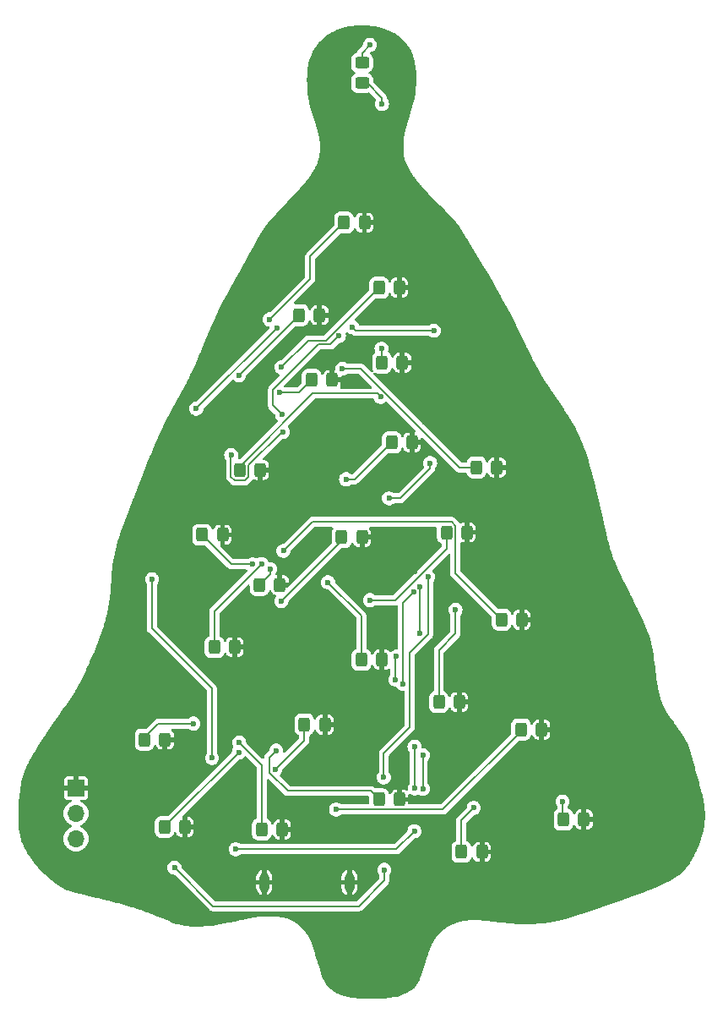
<source format=gbr>
G04 #@! TF.GenerationSoftware,KiCad,Pcbnew,8.0.7-8.0.7-0~ubuntu24.04.1*
G04 #@! TF.CreationDate,2025-01-03T20:46:54-06:00*
G04 #@! TF.ProjectId,christmas-tree,63687269-7374-46d6-9173-2d747265652e,rev?*
G04 #@! TF.SameCoordinates,Original*
G04 #@! TF.FileFunction,Copper,L2,Bot*
G04 #@! TF.FilePolarity,Positive*
%FSLAX46Y46*%
G04 Gerber Fmt 4.6, Leading zero omitted, Abs format (unit mm)*
G04 Created by KiCad (PCBNEW 8.0.7-8.0.7-0~ubuntu24.04.1) date 2025-01-03 20:46:54*
%MOMM*%
%LPD*%
G01*
G04 APERTURE LIST*
G04 Aperture macros list*
%AMRoundRect*
0 Rectangle with rounded corners*
0 $1 Rounding radius*
0 $2 $3 $4 $5 $6 $7 $8 $9 X,Y pos of 4 corners*
0 Add a 4 corners polygon primitive as box body*
4,1,4,$2,$3,$4,$5,$6,$7,$8,$9,$2,$3,0*
0 Add four circle primitives for the rounded corners*
1,1,$1+$1,$2,$3*
1,1,$1+$1,$4,$5*
1,1,$1+$1,$6,$7*
1,1,$1+$1,$8,$9*
0 Add four rect primitives between the rounded corners*
20,1,$1+$1,$2,$3,$4,$5,0*
20,1,$1+$1,$4,$5,$6,$7,0*
20,1,$1+$1,$6,$7,$8,$9,0*
20,1,$1+$1,$8,$9,$2,$3,0*%
G04 Aperture macros list end*
G04 #@! TA.AperFunction,ComponentPad*
%ADD10R,1.700000X1.700000*%
G04 #@! TD*
G04 #@! TA.AperFunction,ComponentPad*
%ADD11O,1.700000X1.700000*%
G04 #@! TD*
G04 #@! TA.AperFunction,ComponentPad*
%ADD12O,1.000000X2.000000*%
G04 #@! TD*
G04 #@! TA.AperFunction,SMDPad,CuDef*
%ADD13RoundRect,0.250000X0.325000X0.450000X-0.325000X0.450000X-0.325000X-0.450000X0.325000X-0.450000X0*%
G04 #@! TD*
G04 #@! TA.AperFunction,SMDPad,CuDef*
%ADD14RoundRect,0.250000X0.450000X-0.325000X0.450000X0.325000X-0.450000X0.325000X-0.450000X-0.325000X0*%
G04 #@! TD*
G04 #@! TA.AperFunction,ViaPad*
%ADD15C,0.600000*%
G04 #@! TD*
G04 #@! TA.AperFunction,Conductor*
%ADD16C,0.200000*%
G04 #@! TD*
G04 APERTURE END LIST*
D10*
G04 #@! TO.P,J2,1,Pin_1*
G04 #@! TO.N,GND*
X130804481Y-124393201D03*
D11*
G04 #@! TO.P,J2,2,Pin_2*
G04 #@! TO.N,UPDI*
X130804481Y-126933202D03*
G04 #@! TO.P,J2,3,Pin_3*
G04 #@! TO.N,+5V*
X130804480Y-129473200D03*
G04 #@! TD*
D12*
G04 #@! TO.P,J1,S1,SHIELD*
G04 #@! TO.N,GND*
X149681600Y-133837600D03*
G04 #@! TO.P,J1,S2,SHIELD*
X158221600Y-133837600D03*
G04 #@! TD*
D13*
G04 #@! TO.P,D19,1,K*
G04 #@! TO.N,GND*
X164496600Y-89787600D03*
G04 #@! TO.P,D19,2,A*
G04 #@! TO.N,Net-(D19-A)*
X162446600Y-89787600D03*
G04 #@! TD*
G04 #@! TO.P,D21,1,K*
G04 #@! TO.N,GND*
X163521600Y-81787600D03*
G04 #@! TO.P,D21,2,A*
G04 #@! TO.N,Net-(D21-A)*
X161471600Y-81787600D03*
G04 #@! TD*
G04 #@! TO.P,D4,1,K*
G04 #@! TO.N,GND*
X141721600Y-128287600D03*
G04 #@! TO.P,D4,2,A*
G04 #@! TO.N,Net-(D4-A)*
X139671600Y-128287600D03*
G04 #@! TD*
G04 #@! TO.P,D9,1,K*
G04 #@! TO.N,GND*
X169221600Y-115787600D03*
G04 #@! TO.P,D9,2,A*
G04 #@! TO.N,Net-(D9-A)*
X167171600Y-115787600D03*
G04 #@! TD*
G04 #@! TO.P,D16,1,K*
G04 #@! TO.N,GND*
X145496600Y-99037600D03*
G04 #@! TO.P,D16,2,A*
G04 #@! TO.N,Net-(D16-A)*
X143446600Y-99037600D03*
G04 #@! TD*
G04 #@! TO.P,D11,1,K*
G04 #@! TO.N,GND*
X146721600Y-110287600D03*
G04 #@! TO.P,D11,2,A*
G04 #@! TO.N,Net-(D11-A)*
X144671600Y-110287600D03*
G04 #@! TD*
G04 #@! TO.P,D2,1,K*
G04 #@! TO.N,GND*
X181721600Y-127537600D03*
G04 #@! TO.P,D2,2,A*
G04 #@! TO.N,Net-(D2-A)*
X179671600Y-127537600D03*
G04 #@! TD*
G04 #@! TO.P,D6,1,K*
G04 #@! TO.N,GND*
X139721600Y-119537600D03*
G04 #@! TO.P,D6,2,A*
G04 #@! TO.N,Net-(D6-A)*
X137671600Y-119537600D03*
G04 #@! TD*
G04 #@! TO.P,D23,1,K*
G04 #@! TO.N,GND*
X163221600Y-74287600D03*
G04 #@! TO.P,D23,2,A*
G04 #@! TO.N,Net-(D23-A)*
X161171600Y-74287600D03*
G04 #@! TD*
G04 #@! TO.P,D3,1,K*
G04 #@! TO.N,GND*
X151471600Y-128537600D03*
G04 #@! TO.P,D3,2,A*
G04 #@! TO.N,Net-(D3-A)*
X149421600Y-128537600D03*
G04 #@! TD*
G04 #@! TO.P,D22,1,K*
G04 #@! TO.N,GND*
X155221600Y-77037600D03*
G04 #@! TO.P,D22,2,A*
G04 #@! TO.N,Net-(D22-A)*
X153171600Y-77037600D03*
G04 #@! TD*
G04 #@! TO.P,D7,1,K*
G04 #@! TO.N,GND*
X155746600Y-118037600D03*
G04 #@! TO.P,D7,2,A*
G04 #@! TO.N,Net-(D7-A)*
X153696600Y-118037600D03*
G04 #@! TD*
G04 #@! TO.P,D12,1,K*
G04 #@! TO.N,GND*
X175496600Y-107537600D03*
G04 #@! TO.P,D12,2,A*
G04 #@! TO.N,Net-(D12-A)*
X173446600Y-107537600D03*
G04 #@! TD*
G04 #@! TO.P,D17,1,K*
G04 #@! TO.N,GND*
X149271600Y-92537600D03*
G04 #@! TO.P,D17,2,A*
G04 #@! TO.N,Net-(D17-A)*
X147221600Y-92537600D03*
G04 #@! TD*
G04 #@! TO.P,D15,1,K*
G04 #@! TO.N,GND*
X169996600Y-98787600D03*
G04 #@! TO.P,D15,2,A*
G04 #@! TO.N,Net-(D15-A)*
X167946600Y-98787600D03*
G04 #@! TD*
G04 #@! TO.P,D20,1,K*
G04 #@! TO.N,GND*
X156471600Y-83537600D03*
G04 #@! TO.P,D20,2,A*
G04 #@! TO.N,Net-(D20-A)*
X154421600Y-83537600D03*
G04 #@! TD*
G04 #@! TO.P,D8,1,K*
G04 #@! TO.N,GND*
X177471600Y-118537600D03*
G04 #@! TO.P,D8,2,A*
G04 #@! TO.N,Net-(D8-A)*
X175421600Y-118537600D03*
G04 #@! TD*
G04 #@! TO.P,D13,1,K*
G04 #@! TO.N,GND*
X151246600Y-104037600D03*
G04 #@! TO.P,D13,2,A*
G04 #@! TO.N,Net-(D13-A)*
X149196600Y-104037600D03*
G04 #@! TD*
G04 #@! TO.P,D14,1,K*
G04 #@! TO.N,GND*
X159471600Y-99287600D03*
G04 #@! TO.P,D14,2,A*
G04 #@! TO.N,Net-(D14-A)*
X157421600Y-99287600D03*
G04 #@! TD*
G04 #@! TO.P,D1,1,K*
G04 #@! TO.N,GND*
X171496600Y-130787600D03*
G04 #@! TO.P,D1,2,A*
G04 #@! TO.N,Net-(D1-A)*
X169446600Y-130787600D03*
G04 #@! TD*
G04 #@! TO.P,D5,1,K*
G04 #@! TO.N,GND*
X163246600Y-125537600D03*
G04 #@! TO.P,D5,2,A*
G04 #@! TO.N,Net-(D5-A)*
X161196600Y-125537600D03*
G04 #@! TD*
G04 #@! TO.P,D24,1,K*
G04 #@! TO.N,GND*
X159721600Y-67787600D03*
G04 #@! TO.P,D24,2,A*
G04 #@! TO.N,Net-(D24-A)*
X157671600Y-67787600D03*
G04 #@! TD*
D14*
G04 #@! TO.P,D25,1,K*
G04 #@! TO.N,Net-(D25-K)*
X159471600Y-53812600D03*
G04 #@! TO.P,D25,2,A*
G04 #@! TO.N,+5V*
X159471600Y-51762600D03*
G04 #@! TD*
D13*
G04 #@! TO.P,D18,1,K*
G04 #@! TO.N,GND*
X172996600Y-92287600D03*
G04 #@! TO.P,D18,2,A*
G04 #@! TO.N,Net-(D18-A)*
X170946600Y-92287600D03*
G04 #@! TD*
G04 #@! TO.P,D10,1,K*
G04 #@! TO.N,GND*
X161471600Y-111537600D03*
G04 #@! TO.P,D10,2,A*
G04 #@! TO.N,Net-(D10-A)*
X159421600Y-111537600D03*
G04 #@! TD*
D15*
G04 #@! TO.N,BUZZER*
X166677753Y-78604043D03*
X158517958Y-78260697D03*
X142869827Y-86399452D03*
X138421589Y-103487574D03*
X150973430Y-78325830D03*
X144436768Y-121386684D03*
G04 #@! TO.N,+5V*
X160269410Y-49990191D03*
G04 #@! TO.N,GND*
X158107262Y-57555908D03*
X164772000Y-102738000D03*
X156722000Y-108788000D03*
X159871589Y-123437574D03*
X168722000Y-96787600D03*
X168093489Y-71474912D03*
X169140502Y-71464441D03*
X156222000Y-93287600D03*
X168366892Y-113900140D03*
X168972000Y-82287600D03*
X141509517Y-119691422D03*
X165812552Y-87733886D03*
X156722000Y-127538000D03*
X164810800Y-119337574D03*
G04 #@! TO.N,SHIFT_CLK*
X163597800Y-113963000D03*
X164649300Y-104770900D03*
X146818675Y-130517221D03*
X164766165Y-124422557D03*
X164740111Y-120241043D03*
X164728735Y-128711235D03*
G04 #@! TO.N,STORE_CLK*
X162925500Y-111224000D03*
X162823900Y-113532700D03*
X165245680Y-104237670D03*
X166308248Y-91863325D03*
X165263139Y-108888731D03*
X162179189Y-95379738D03*
G04 #@! TO.N,/SER*
X165579087Y-121104616D03*
X165563763Y-124484535D03*
X140675066Y-132356846D03*
X161709010Y-132585293D03*
G04 #@! TO.N,/SER_FWD*
X166103726Y-103234488D03*
X161664000Y-123325700D03*
G04 #@! TO.N,Net-(D25-K)*
X161488454Y-55892383D03*
G04 #@! TO.N,Net-(D1-A)*
X170672000Y-126368161D03*
G04 #@! TO.N,Net-(D2-A)*
X179572000Y-125738000D03*
G04 #@! TO.N,Net-(D3-A)*
X147172000Y-119838000D03*
G04 #@! TO.N,Net-(D4-A)*
X147122000Y-120838000D03*
G04 #@! TO.N,Net-(D5-A)*
X150872000Y-120638000D03*
G04 #@! TO.N,Net-(D6-A)*
X142572000Y-117938000D03*
G04 #@! TO.N,Net-(D7-A)*
X150772000Y-122538000D03*
G04 #@! TO.N,Net-(D8-A)*
X156872000Y-126538000D03*
G04 #@! TO.N,Net-(D9-A)*
X168852100Y-106552100D03*
G04 #@! TO.N,Net-(D10-A)*
X156073000Y-103795700D03*
G04 #@! TO.N,Net-(D11-A)*
X149391557Y-101960444D03*
G04 #@! TO.N,Net-(D12-A)*
X151598700Y-100642200D03*
G04 #@! TO.N,Net-(D13-A)*
X150254334Y-102454135D03*
G04 #@! TO.N,Net-(D14-A)*
X151400300Y-105662600D03*
G04 #@! TO.N,Net-(D15-A)*
X160264100Y-105577718D03*
G04 #@! TO.N,Net-(D16-A)*
X148510000Y-101991100D03*
G04 #@! TO.N,Net-(D17-A)*
X161340272Y-85228302D03*
G04 #@! TO.N,Net-(D18-A)*
X157500100Y-82417300D03*
G04 #@! TO.N,Net-(D19-A)*
X157871600Y-93470000D03*
G04 #@! TO.N,Net-(D20-A)*
X151189300Y-84800600D03*
G04 #@! TO.N,Net-(D21-A)*
X151449400Y-86977500D03*
X161426907Y-80397377D03*
X157171726Y-79136004D03*
G04 #@! TO.N,Net-(D22-A)*
X147138509Y-83070691D03*
X146362752Y-91056166D03*
X151553100Y-88744000D03*
G04 #@! TO.N,Net-(D23-A)*
X151400600Y-82260200D03*
G04 #@! TO.N,Net-(D24-A)*
X150224855Y-77469127D03*
G04 #@! TD*
D16*
G04 #@! TO.N,/SER*
X140675066Y-132356847D02*
X140675066Y-132356846D01*
X159132998Y-136241182D02*
X144559401Y-136241182D01*
X161709010Y-132585293D02*
X161709010Y-133665170D01*
X161709010Y-133665170D02*
X159132998Y-136241182D01*
X144559401Y-136241182D02*
X140675066Y-132356847D01*
G04 #@! TO.N,BUZZER*
X166666898Y-78593188D02*
X166677753Y-78604043D01*
X158517958Y-78260697D02*
X158850449Y-78593188D01*
X158850449Y-78593188D02*
X166666898Y-78593188D01*
X150973430Y-78325830D02*
X150943449Y-78325830D01*
X150943449Y-78325830D02*
X142869827Y-86399452D01*
G04 #@! TO.N,Net-(D24-A)*
X154283120Y-71176080D02*
X157671600Y-67787600D01*
X150224855Y-77469127D02*
X154283120Y-73410862D01*
X154283120Y-73410862D02*
X154283120Y-71176080D01*
G04 #@! TO.N,BUZZER*
X140547069Y-110534423D02*
X138421589Y-108408943D01*
X138421589Y-108408943D02*
X138421589Y-103487574D01*
X144436768Y-114424122D02*
X140547069Y-110534423D01*
X144436768Y-121386684D02*
X144436768Y-114424122D01*
G04 #@! TO.N,Net-(D22-A)*
X147138509Y-83070691D02*
X153171600Y-77037600D01*
G04 #@! TO.N,+5V*
X160269410Y-49990191D02*
X159472000Y-50787601D01*
X159472000Y-50787601D02*
X159472000Y-51275100D01*
G04 #@! TO.N,Net-(D25-K)*
X159997000Y-53812600D02*
X159471600Y-53812600D01*
X161488454Y-55892383D02*
X161488454Y-55304054D01*
X161488454Y-55304054D02*
X159997000Y-53812600D01*
G04 #@! TO.N,+5V*
X159471600Y-51275500D02*
X159471600Y-51762600D01*
X159472000Y-51275100D02*
X159471600Y-51275500D01*
X159472000Y-51762600D02*
X159472000Y-51275100D01*
G04 #@! TO.N,SHIFT_CLK*
X163597800Y-105822400D02*
X164649300Y-104770900D01*
X162922749Y-130517221D02*
X164728735Y-128711235D01*
X164740111Y-120241043D02*
X164740111Y-124396503D01*
X146818675Y-130517221D02*
X162922749Y-130517221D01*
X164740111Y-124396503D02*
X164766165Y-124422557D01*
X163597800Y-113963000D02*
X163597800Y-105822400D01*
G04 #@! TO.N,STORE_CLK*
X166308248Y-91863325D02*
X166308248Y-92349383D01*
X166308248Y-92349383D02*
X163277893Y-95379738D01*
X163277893Y-95379738D02*
X162179189Y-95379738D01*
X165245680Y-104237670D02*
X165249300Y-104241290D01*
X165249300Y-108874892D02*
X165263139Y-108888731D01*
X165249300Y-104241290D02*
X165249300Y-108874892D01*
X162823900Y-113532700D02*
X162823900Y-111325600D01*
X162823900Y-111325600D02*
X162925500Y-111224000D01*
G04 #@! TO.N,/SER*
X165567026Y-121116677D02*
X165567026Y-124481272D01*
X165579087Y-121104616D02*
X165567026Y-121116677D01*
X165567026Y-124481272D02*
X165563763Y-124484535D01*
G04 #@! TO.N,/SER_FWD*
X164267600Y-118308400D02*
X161664000Y-120912000D01*
X164267600Y-110858719D02*
X164267600Y-118308400D01*
X166103726Y-109022593D02*
X164267600Y-110858719D01*
X166103726Y-103234488D02*
X166103726Y-109022593D01*
X161664000Y-120912000D02*
X161664000Y-123325700D01*
G04 #@! TO.N,Net-(D1-A)*
X170672000Y-126368161D02*
X169447000Y-127593161D01*
X169446600Y-129913400D02*
X169446600Y-130787600D01*
X169447000Y-129913000D02*
X169447000Y-130788000D01*
X169447000Y-129913000D02*
X169446600Y-129913400D01*
X169447000Y-127593161D02*
X169447000Y-129913000D01*
G04 #@! TO.N,Net-(D2-A)*
X179572000Y-127438000D02*
X179671600Y-127537600D01*
X179572000Y-125738000D02*
X179572000Y-127438000D01*
G04 #@! TO.N,Net-(D3-A)*
X147172000Y-119838000D02*
X149422000Y-122088000D01*
X149422000Y-125557000D02*
X149421600Y-125557400D01*
X149422000Y-122088000D02*
X149422000Y-125557000D01*
X149421600Y-125557400D02*
X149421600Y-128537600D01*
X149422000Y-125557000D02*
X149422000Y-128538000D01*
G04 #@! TO.N,Net-(D4-A)*
X140317500Y-127641700D02*
X139671600Y-128287600D01*
X140318300Y-127641700D02*
X139672000Y-128288000D01*
X147122000Y-120838000D02*
X140318300Y-127641700D01*
X140318300Y-127641700D02*
X140317500Y-127641700D01*
G04 #@! TO.N,Net-(D5-A)*
X150172000Y-122838000D02*
X152022000Y-124688000D01*
X150872000Y-120638000D02*
X150172000Y-121338000D01*
X150172000Y-121338000D02*
X150172000Y-122838000D01*
X160347000Y-124688000D02*
X161196600Y-125537600D01*
X152022000Y-124688000D02*
X160347000Y-124688000D01*
G04 #@! TO.N,Net-(D6-A)*
X137671600Y-119322857D02*
X137671600Y-119537600D01*
X139056457Y-117938000D02*
X137671600Y-119322857D01*
X142572000Y-117938000D02*
X139056457Y-117938000D01*
G04 #@! TO.N,Net-(D7-A)*
X153697000Y-119613000D02*
X153697000Y-118668000D01*
X153696600Y-118667600D02*
X153696600Y-118037600D01*
X153697000Y-118668000D02*
X153696600Y-118667600D01*
X153697000Y-118668000D02*
X153697000Y-118038000D01*
X150772000Y-122538000D02*
X153697000Y-119613000D01*
G04 #@! TO.N,Net-(D8-A)*
X175422000Y-118613000D02*
X175422000Y-118538000D01*
X175422000Y-118613000D02*
X175421600Y-118612600D01*
X175422000Y-118688000D02*
X175422000Y-118613000D01*
X175421600Y-118612600D02*
X175421600Y-118537600D01*
X167572000Y-126538000D02*
X175422000Y-118688000D01*
X156872000Y-126538000D02*
X167572000Y-126538000D01*
G04 #@! TO.N,Net-(D9-A)*
X168852100Y-108909605D02*
X167171600Y-110590105D01*
X167171600Y-110590105D02*
X167171600Y-115787600D01*
X168852100Y-106552100D02*
X168852100Y-108909605D01*
G04 #@! TO.N,Net-(D10-A)*
X159421600Y-107144300D02*
X159421600Y-111537600D01*
X156073000Y-103795700D02*
X159421600Y-107144300D01*
G04 #@! TO.N,Net-(D11-A)*
X149391556Y-101960444D02*
X144671600Y-106680400D01*
X149391557Y-101960444D02*
X149391556Y-101960444D01*
X144671600Y-106680400D02*
X144671600Y-110287600D01*
G04 #@! TO.N,Net-(D12-A)*
X154481100Y-97759800D02*
X151598700Y-100642200D01*
X168837000Y-98116500D02*
X168480300Y-97759800D01*
X168837000Y-102928000D02*
X168837000Y-98116500D01*
X173446600Y-107537600D02*
X168837000Y-102928000D01*
X168480300Y-97759800D02*
X154481100Y-97759800D01*
G04 #@! TO.N,Net-(D13-A)*
X150254334Y-102454135D02*
X150254334Y-102979866D01*
X150254334Y-102979866D02*
X149196600Y-104037600D01*
G04 #@! TO.N,Net-(D14-A)*
X157421600Y-99287600D02*
X157421600Y-99641300D01*
X157421600Y-99641300D02*
X151400300Y-105662600D01*
G04 #@! TO.N,Net-(D15-A)*
X162789182Y-105577718D02*
X167946600Y-100420300D01*
X160264100Y-105577718D02*
X162789182Y-105577718D01*
X167946600Y-100420300D02*
X167946600Y-98787600D01*
G04 #@! TO.N,Net-(D16-A)*
X146400100Y-101991100D02*
X143446600Y-99037600D01*
X148510000Y-101991100D02*
X146400100Y-101991100D01*
G04 #@! TO.N,Net-(D17-A)*
X161004270Y-84892300D02*
X154554000Y-84892300D01*
X154554000Y-84892300D02*
X147221600Y-92224700D01*
X161340272Y-85228302D02*
X161004270Y-84892300D01*
X147221600Y-92224700D02*
X147221600Y-92537600D01*
G04 #@! TO.N,Net-(D18-A)*
X159377800Y-82417300D02*
X169248100Y-92287600D01*
X157500100Y-82417300D02*
X159377800Y-82417300D01*
X169248100Y-92287600D02*
X170946600Y-92287600D01*
G04 #@! TO.N,Net-(D19-A)*
X157871600Y-93470000D02*
X158764200Y-93470000D01*
X158764200Y-93470000D02*
X162446600Y-89787600D01*
G04 #@! TO.N,Net-(D20-A)*
X153158700Y-84800500D02*
X151189300Y-84800500D01*
X154421600Y-83537600D02*
X153158700Y-84800500D01*
X151189300Y-84800500D02*
X151189300Y-84800600D01*
G04 #@! TO.N,Net-(D21-A)*
X150542600Y-84512400D02*
X150542600Y-86070700D01*
X150542600Y-86070700D02*
X151449400Y-86977500D01*
X161426907Y-80397377D02*
X161426907Y-81742907D01*
X150542600Y-84512400D02*
X155071200Y-79983800D01*
X156323930Y-79983800D02*
X157171726Y-79136004D01*
X155071200Y-79983800D02*
X156323930Y-79983800D01*
X161426907Y-81742907D02*
X161471600Y-81787600D01*
G04 #@! TO.N,Net-(D22-A)*
X146336600Y-93209100D02*
X146336600Y-91082318D01*
X147736100Y-93587400D02*
X148105100Y-93218400D01*
X146336600Y-93209100D02*
X146714900Y-93587400D01*
X146714900Y-93587400D02*
X147736100Y-93587400D01*
X146336600Y-91082318D02*
X146362752Y-91056166D01*
X148105100Y-92091000D02*
X151452100Y-88744000D01*
X151452100Y-88744000D02*
X151553100Y-88744000D01*
X148105100Y-93218400D02*
X148105100Y-92091000D01*
G04 #@! TO.N,Net-(D23-A)*
X154077000Y-79583800D02*
X155875400Y-79583800D01*
X151400600Y-82260200D02*
X154077000Y-79583800D01*
X155875400Y-79583800D02*
X161171600Y-74287600D01*
G04 #@! TD*
G04 #@! TA.AperFunction,Conductor*
G04 #@! TO.N,GND*
G36*
X159472280Y-48038116D02*
G01*
X159719297Y-48041044D01*
X159721885Y-48041102D01*
X159965167Y-48049296D01*
X159967983Y-48049424D01*
X160204024Y-48062816D01*
X160207069Y-48063026D01*
X160432245Y-48081480D01*
X160435641Y-48081806D01*
X160646064Y-48105078D01*
X160650091Y-48105592D01*
X160841435Y-48133234D01*
X160846383Y-48134052D01*
X161013750Y-48165243D01*
X161020018Y-48166581D01*
X161160223Y-48200367D01*
X161167471Y-48202349D01*
X161648946Y-48349970D01*
X161654427Y-48351791D01*
X161721260Y-48375740D01*
X161874059Y-48430495D01*
X161877906Y-48431946D01*
X162092011Y-48516843D01*
X162096032Y-48518521D01*
X162300339Y-48608010D01*
X162304480Y-48609917D01*
X162499150Y-48703981D01*
X162503463Y-48706171D01*
X162660416Y-48789750D01*
X162688583Y-48804749D01*
X162693030Y-48807236D01*
X162868820Y-48910332D01*
X162873337Y-48913112D01*
X163040078Y-49020771D01*
X163044594Y-49023831D01*
X163202520Y-49136084D01*
X163207087Y-49139492D01*
X163356374Y-49256340D01*
X163360908Y-49260065D01*
X163495836Y-49376426D01*
X163501919Y-49381672D01*
X163506391Y-49385723D01*
X163639404Y-49512223D01*
X163643747Y-49516563D01*
X163649175Y-49522263D01*
X163764801Y-49643682D01*
X163769045Y-49648138D01*
X163773215Y-49652743D01*
X163891096Y-49789650D01*
X163895048Y-49794480D01*
X164005776Y-49936997D01*
X164009475Y-49942013D01*
X164113270Y-50090439D01*
X164116687Y-50095595D01*
X164213721Y-50250240D01*
X164216833Y-50255481D01*
X164255032Y-50323578D01*
X164306641Y-50415582D01*
X164307280Y-50416720D01*
X164310075Y-50421996D01*
X164385473Y-50573037D01*
X164394011Y-50590139D01*
X164396481Y-50595393D01*
X164407670Y-50620715D01*
X164473961Y-50770745D01*
X164476124Y-50775956D01*
X164547181Y-50958854D01*
X164549039Y-50963966D01*
X164613643Y-51154632D01*
X164615211Y-51159603D01*
X164625487Y-51194732D01*
X164673332Y-51358296D01*
X164674637Y-51363115D01*
X164726230Y-51570077D01*
X164727291Y-51574711D01*
X164734329Y-51608396D01*
X164769624Y-51777333D01*
X164772273Y-51790009D01*
X164773116Y-51794446D01*
X164794128Y-51917193D01*
X164811447Y-52018361D01*
X164812096Y-52022589D01*
X164843043Y-52250345D01*
X164843704Y-52256278D01*
X164886981Y-52753049D01*
X164887397Y-52760214D01*
X164902795Y-53290779D01*
X164902839Y-53295765D01*
X164897115Y-53806771D01*
X164897035Y-53810041D01*
X164888287Y-54042707D01*
X164888157Y-54045398D01*
X164874796Y-54270401D01*
X164874580Y-54273421D01*
X164856282Y-54491463D01*
X164855966Y-54494711D01*
X164832272Y-54709156D01*
X164831854Y-54712515D01*
X164802226Y-54926876D01*
X164801718Y-54930215D01*
X164765573Y-55147849D01*
X164765000Y-55151044D01*
X164721651Y-55375524D01*
X164721044Y-55378472D01*
X164669860Y-55612822D01*
X164669255Y-55615456D01*
X164609513Y-55862980D01*
X164608939Y-55865261D01*
X164540572Y-56126679D01*
X164539824Y-56129412D01*
X164371348Y-56718294D01*
X164370600Y-56720810D01*
X164158749Y-57406117D01*
X164158592Y-57406619D01*
X164026634Y-57827153D01*
X164021882Y-57839655D01*
X164003880Y-57899633D01*
X164003428Y-57901108D01*
X163984702Y-57960785D01*
X163981626Y-57973780D01*
X163904613Y-58230375D01*
X163900212Y-58242652D01*
X163897123Y-58250021D01*
X163881908Y-58305883D01*
X163881041Y-58308910D01*
X163877118Y-58321986D01*
X163864396Y-58364375D01*
X163863114Y-58372279D01*
X163860356Y-58385006D01*
X163809889Y-58570292D01*
X163804716Y-58583197D01*
X163805311Y-58583426D01*
X163802403Y-58591008D01*
X163789258Y-58645820D01*
X163788319Y-58649487D01*
X163773513Y-58703846D01*
X163772420Y-58711894D01*
X163771790Y-58711808D01*
X163770131Y-58725577D01*
X163769804Y-58726942D01*
X163765295Y-58739247D01*
X163766061Y-58739518D01*
X163763352Y-58747174D01*
X163751371Y-58803622D01*
X163750655Y-58806787D01*
X163737199Y-58862905D01*
X163736888Y-58865876D01*
X163731658Y-58890754D01*
X163729957Y-58896065D01*
X163729956Y-58896071D01*
X163719889Y-58951700D01*
X163719178Y-58955316D01*
X163707449Y-59010576D01*
X163707309Y-59012372D01*
X163702952Y-59036615D01*
X163702022Y-59039881D01*
X163693891Y-59095003D01*
X163693237Y-59098987D01*
X163683312Y-59153829D01*
X163683255Y-59155033D01*
X163679713Y-59179075D01*
X163679374Y-59180433D01*
X163673069Y-59235696D01*
X163672541Y-59239733D01*
X163664421Y-59294779D01*
X163664410Y-59295544D01*
X163661834Y-59317929D01*
X163657061Y-59375499D01*
X163656686Y-59379307D01*
X163650310Y-59435194D01*
X163650316Y-59435515D01*
X163648428Y-59459301D01*
X163647561Y-59464184D01*
X163645140Y-59518194D01*
X163644840Y-59522882D01*
X163640375Y-59576740D01*
X163640767Y-59584857D01*
X163640441Y-59584872D01*
X163641468Y-59600140D01*
X163635750Y-59727727D01*
X163633506Y-59741657D01*
X163634091Y-59741742D01*
X163632925Y-59749783D01*
X163632189Y-59805783D01*
X163632076Y-59809700D01*
X163629570Y-59865660D01*
X163630269Y-59873754D01*
X163629679Y-59873804D01*
X163631112Y-59887839D01*
X163628921Y-60054733D01*
X163627983Y-60067633D01*
X163627915Y-60130601D01*
X163627904Y-60132091D01*
X163627078Y-60195004D01*
X163627833Y-60207919D01*
X163627643Y-60384929D01*
X163626779Y-60399405D01*
X163626770Y-60399475D01*
X163627550Y-60461088D01*
X163627560Y-60462788D01*
X163627486Y-60532519D01*
X163626962Y-60532518D01*
X163627014Y-60536027D01*
X163627234Y-60536021D01*
X163629343Y-60604323D01*
X163629392Y-60606579D01*
X163630203Y-60670591D01*
X163629985Y-60677829D01*
X163633373Y-60736275D01*
X163633522Y-60739620D01*
X163635230Y-60794901D01*
X163635370Y-60799411D01*
X163635351Y-60806618D01*
X163640524Y-60861049D01*
X163640872Y-60865600D01*
X163644411Y-60926625D01*
X163644523Y-60929941D01*
X163651822Y-60981327D01*
X163652497Y-60987028D01*
X163658132Y-61046305D01*
X163658070Y-61046310D01*
X163658372Y-61048379D01*
X163668366Y-61099062D01*
X163669476Y-61105611D01*
X163676979Y-61158428D01*
X163678692Y-61167047D01*
X163691069Y-61215231D01*
X163692625Y-61222087D01*
X163702316Y-61271226D01*
X163704619Y-61280226D01*
X163720362Y-61330005D01*
X163722233Y-61336542D01*
X163734946Y-61386033D01*
X163735641Y-61388254D01*
X163735643Y-61388254D01*
X163756094Y-61443469D01*
X163758042Y-61449146D01*
X163773501Y-61498027D01*
X163774485Y-61500256D01*
X163777238Y-61506881D01*
X163777239Y-61506882D01*
X163797846Y-61556463D01*
X163799612Y-61560957D01*
X163818244Y-61611261D01*
X163818281Y-61611331D01*
X163821685Y-61618302D01*
X163845212Y-61670557D01*
X163846647Y-61673870D01*
X163868660Y-61726830D01*
X163872570Y-61734270D01*
X163898301Y-61788523D01*
X163899330Y-61790750D01*
X163926814Y-61851790D01*
X163927078Y-61851661D01*
X163957741Y-61913883D01*
X163958551Y-61915558D01*
X163984757Y-61970812D01*
X163985242Y-61971562D01*
X163992324Y-61984053D01*
X164063969Y-62129428D01*
X164069248Y-62141787D01*
X164071217Y-62147191D01*
X164098417Y-62199398D01*
X164099673Y-62201875D01*
X164125719Y-62254724D01*
X164125720Y-62254725D01*
X164125722Y-62254729D01*
X164128917Y-62259514D01*
X164135760Y-62271071D01*
X164163710Y-62324718D01*
X164169057Y-62338611D01*
X164169443Y-62338455D01*
X164172494Y-62345980D01*
X164199495Y-62393571D01*
X164201613Y-62397466D01*
X164226902Y-62446005D01*
X164231568Y-62452663D01*
X164231225Y-62452902D01*
X164239992Y-62464948D01*
X164274625Y-62525991D01*
X164280331Y-62539398D01*
X164280776Y-62539200D01*
X164284082Y-62546618D01*
X164312964Y-62593711D01*
X164315109Y-62597346D01*
X164329167Y-62622122D01*
X164342383Y-62645415D01*
X164342386Y-62645418D01*
X164347283Y-62651901D01*
X164346892Y-62652195D01*
X164355870Y-62663669D01*
X164396474Y-62729873D01*
X164402453Y-62742729D01*
X164402973Y-62742478D01*
X164406515Y-62749787D01*
X164406517Y-62749790D01*
X164406518Y-62749793D01*
X164437267Y-62796505D01*
X164439369Y-62799815D01*
X164468601Y-62847478D01*
X164473721Y-62853796D01*
X164473272Y-62854159D01*
X164482371Y-62865028D01*
X164529813Y-62937099D01*
X164535988Y-62949372D01*
X164536590Y-62949059D01*
X164540352Y-62956268D01*
X164572873Y-63002615D01*
X164574944Y-63005661D01*
X164606066Y-63052941D01*
X164611381Y-63059086D01*
X164610867Y-63059530D01*
X164620012Y-63069792D01*
X164675212Y-63148458D01*
X164681520Y-63160145D01*
X164682203Y-63159765D01*
X164686156Y-63166861D01*
X164686157Y-63166863D01*
X164686158Y-63166864D01*
X164720404Y-63212941D01*
X164722361Y-63215651D01*
X164755313Y-63262611D01*
X164760809Y-63268597D01*
X164760227Y-63269130D01*
X164769340Y-63278783D01*
X164833503Y-63365112D01*
X164840772Y-63376060D01*
X164844544Y-63382453D01*
X164880388Y-63428257D01*
X164882256Y-63430707D01*
X164916915Y-63477340D01*
X164922085Y-63482671D01*
X164930724Y-63492581D01*
X165005407Y-63588019D01*
X165013104Y-63599036D01*
X165016143Y-63603932D01*
X165053431Y-63649440D01*
X165055170Y-63651611D01*
X165091495Y-63698031D01*
X165095613Y-63702071D01*
X165104681Y-63711989D01*
X165191219Y-63817605D01*
X165199320Y-63828690D01*
X165201609Y-63832218D01*
X165214422Y-63847229D01*
X165240366Y-63877625D01*
X165241884Y-63879440D01*
X165258880Y-63900184D01*
X165279683Y-63925573D01*
X165282742Y-63928442D01*
X165292228Y-63938384D01*
X165391601Y-64054808D01*
X165400070Y-64065945D01*
X165401623Y-64068247D01*
X165441577Y-64113389D01*
X165442988Y-64115011D01*
X165482179Y-64160927D01*
X165482184Y-64160930D01*
X165484231Y-64162775D01*
X165494088Y-64172720D01*
X165607233Y-64300560D01*
X165616048Y-64311755D01*
X165616884Y-64312953D01*
X165658012Y-64357956D01*
X165659243Y-64359323D01*
X165699679Y-64405012D01*
X165699682Y-64405014D01*
X165699683Y-64405015D01*
X165700770Y-64405960D01*
X165710972Y-64415910D01*
X165722742Y-64428789D01*
X165838823Y-64555813D01*
X165847952Y-64567057D01*
X165848112Y-64567280D01*
X165890266Y-64612125D01*
X165891452Y-64613404D01*
X165932904Y-64658764D01*
X165933106Y-64658934D01*
X165943623Y-64668888D01*
X166087076Y-64821501D01*
X166095554Y-64831666D01*
X166139056Y-64876814D01*
X166140112Y-64877924D01*
X166183043Y-64923596D01*
X166192789Y-64932579D01*
X166352711Y-65098552D01*
X166360297Y-65107434D01*
X166405241Y-65153079D01*
X166406178Y-65154041D01*
X166450521Y-65200062D01*
X166459183Y-65207860D01*
X166636499Y-65387939D01*
X166646059Y-65398860D01*
X166646088Y-65398898D01*
X166689941Y-65442231D01*
X166691140Y-65443432D01*
X166734348Y-65487313D01*
X166734363Y-65487325D01*
X166745278Y-65496913D01*
X167318145Y-66062997D01*
X167785542Y-66524873D01*
X167786623Y-66525957D01*
X168006360Y-66749157D01*
X168239559Y-66986032D01*
X168240884Y-66987398D01*
X168624079Y-67388772D01*
X168625564Y-67390356D01*
X168761275Y-67537600D01*
X168770320Y-67547413D01*
X168772044Y-67549323D01*
X168871151Y-67661432D01*
X168875961Y-67667217D01*
X168915342Y-67717632D01*
X168918593Y-67721989D01*
X168987497Y-67818691D01*
X168989582Y-67821710D01*
X169207947Y-68148195D01*
X169209237Y-68150165D01*
X169504226Y-68609866D01*
X169504949Y-68611006D01*
X169863406Y-69183223D01*
X169863874Y-69183975D01*
X169985410Y-69381301D01*
X170273181Y-69848527D01*
X170273573Y-69849169D01*
X170721174Y-70585862D01*
X170721519Y-70586432D01*
X171195933Y-71376798D01*
X171196262Y-71377350D01*
X171684720Y-72200757D01*
X171685222Y-72201611D01*
X172171138Y-73035839D01*
X172599872Y-73771898D01*
X172908414Y-74301607D01*
X172909113Y-74302825D01*
X173383245Y-75139465D01*
X173418070Y-75200916D01*
X173418711Y-75202063D01*
X173837949Y-75960700D01*
X173879735Y-76036313D01*
X173880436Y-76037600D01*
X174149007Y-76538187D01*
X174308079Y-76834679D01*
X174308839Y-76836117D01*
X174717933Y-77623232D01*
X174718640Y-77624614D01*
X175123999Y-78429003D01*
X175124593Y-78430197D01*
X175533509Y-79263832D01*
X175541901Y-79280941D01*
X175857618Y-79929448D01*
X176053183Y-80331155D01*
X176056006Y-80338004D01*
X176085925Y-80398419D01*
X176086293Y-80399168D01*
X176115936Y-80460056D01*
X176119634Y-80466485D01*
X176435027Y-81103345D01*
X176484704Y-81203656D01*
X176498108Y-81230721D01*
X176503752Y-81244013D01*
X176503892Y-81244406D01*
X176531909Y-81299004D01*
X176532705Y-81300583D01*
X176560003Y-81355702D01*
X176560231Y-81356042D01*
X176567566Y-81368492D01*
X176874542Y-81966725D01*
X176879961Y-81978840D01*
X176882357Y-81985074D01*
X176882358Y-81985077D01*
X176905444Y-82027550D01*
X176910256Y-82036402D01*
X176911631Y-82039006D01*
X176938346Y-82091066D01*
X176942153Y-82096571D01*
X176949109Y-82107880D01*
X177129639Y-82440001D01*
X177210157Y-82588130D01*
X177214536Y-82596185D01*
X177219805Y-82609271D01*
X177220353Y-82609041D01*
X177223507Y-82616530D01*
X177251807Y-82664883D01*
X177253734Y-82668298D01*
X177280482Y-82717507D01*
X177285265Y-82724083D01*
X177284782Y-82724433D01*
X177293254Y-82735702D01*
X177493057Y-83077090D01*
X177546980Y-83169223D01*
X177552725Y-83182269D01*
X177553236Y-83182035D01*
X177556629Y-83189414D01*
X177556631Y-83189419D01*
X177556633Y-83189422D01*
X177586358Y-83236637D01*
X177588440Y-83240066D01*
X177616607Y-83288191D01*
X177621596Y-83294614D01*
X177621152Y-83294958D01*
X177630072Y-83306066D01*
X177900666Y-83735850D01*
X177907073Y-83747336D01*
X177910311Y-83753941D01*
X177942492Y-83802355D01*
X177944158Y-83804929D01*
X177975166Y-83854178D01*
X177979860Y-83859832D01*
X177987716Y-83870389D01*
X178148252Y-84111900D01*
X178306621Y-84350151D01*
X178313912Y-84362652D01*
X178348731Y-84413523D01*
X178349670Y-84414915D01*
X178383831Y-84466305D01*
X178392706Y-84477768D01*
X178677062Y-84893204D01*
X178833207Y-85121326D01*
X178833580Y-85121873D01*
X179228205Y-85706115D01*
X179767555Y-86504623D01*
X179769218Y-86507151D01*
X180159521Y-87116540D01*
X180161184Y-87119211D01*
X180510498Y-87696342D01*
X180512514Y-87699796D01*
X180825874Y-88257357D01*
X180828094Y-88261489D01*
X181111750Y-88814153D01*
X181113983Y-88818733D01*
X181374404Y-89381955D01*
X181376463Y-89386662D01*
X181619819Y-89975909D01*
X181621576Y-89980409D01*
X181853830Y-90611369D01*
X181855231Y-90615388D01*
X182081847Y-91302953D01*
X182082908Y-91306331D01*
X182309195Y-92065124D01*
X182309963Y-92067812D01*
X182541033Y-92911670D01*
X182541571Y-92913702D01*
X182782600Y-93856390D01*
X182782964Y-93857848D01*
X183038951Y-94912088D01*
X183039259Y-94913387D01*
X183602134Y-97345424D01*
X183602858Y-97349794D01*
X183618892Y-97417836D01*
X183619004Y-97418316D01*
X183634861Y-97486828D01*
X183636147Y-97491064D01*
X183900460Y-98612714D01*
X183902919Y-98626688D01*
X183903120Y-98628401D01*
X183918016Y-98687286D01*
X183918497Y-98689255D01*
X183932452Y-98748477D01*
X183933069Y-98750104D01*
X183937330Y-98763638D01*
X183999908Y-99011018D01*
X184188280Y-99755682D01*
X184189013Y-99758577D01*
X184191613Y-99771873D01*
X184192325Y-99776983D01*
X184208071Y-99834033D01*
X184208753Y-99836613D01*
X184223260Y-99893960D01*
X184225169Y-99898758D01*
X184229482Y-99911603D01*
X184439510Y-100672535D01*
X184441577Y-100685930D01*
X184442285Y-100685811D01*
X184443638Y-100693830D01*
X184460358Y-100748256D01*
X184461355Y-100751677D01*
X184476492Y-100806519D01*
X184479659Y-100814006D01*
X184478996Y-100814286D01*
X184484452Y-100826689D01*
X184543710Y-101019583D01*
X184546630Y-101034996D01*
X184546869Y-101034946D01*
X184548539Y-101042897D01*
X184566253Y-101093298D01*
X184567801Y-101098000D01*
X184583490Y-101149071D01*
X184586869Y-101156459D01*
X184586646Y-101156560D01*
X184593450Y-101170685D01*
X184630257Y-101275412D01*
X184636119Y-101299662D01*
X184636491Y-101302368D01*
X184654747Y-101345770D01*
X184657431Y-101352730D01*
X184669157Y-101386095D01*
X184673050Y-101397170D01*
X184674588Y-101399419D01*
X184686531Y-101421335D01*
X184727148Y-101517899D01*
X184731709Y-101530648D01*
X184733198Y-101535659D01*
X184757294Y-101589647D01*
X184758359Y-101592105D01*
X184781294Y-101646628D01*
X184783933Y-101651142D01*
X184790115Y-101663182D01*
X184871840Y-101846286D01*
X184876919Y-101859701D01*
X184877192Y-101860571D01*
X184902986Y-101916099D01*
X184903706Y-101917680D01*
X184928686Y-101973647D01*
X184928689Y-101973653D01*
X184929167Y-101974431D01*
X184935950Y-101987065D01*
X185273748Y-102714260D01*
X185278189Y-102725541D01*
X185305611Y-102782872D01*
X185306206Y-102784136D01*
X185333019Y-102841856D01*
X185338908Y-102852485D01*
X185783570Y-103782124D01*
X185787208Y-103791098D01*
X185816107Y-103850157D01*
X185816588Y-103851152D01*
X185844868Y-103910277D01*
X185849644Y-103918696D01*
X186345474Y-104932008D01*
X186346222Y-104933822D01*
X186378200Y-104998887D01*
X186378295Y-104999081D01*
X186409958Y-105063790D01*
X186410923Y-105065471D01*
X187067199Y-106400781D01*
X187068363Y-106403148D01*
X187069073Y-106404616D01*
X187139100Y-106552100D01*
X187599538Y-107521827D01*
X187600608Y-107524142D01*
X187811855Y-107993740D01*
X187812879Y-107996082D01*
X187993770Y-108421426D01*
X187995024Y-108424488D01*
X188148253Y-108813273D01*
X188149673Y-108817055D01*
X188278789Y-109178784D01*
X188280263Y-109183169D01*
X188389093Y-109528211D01*
X188390483Y-109532944D01*
X188482784Y-109872045D01*
X188483968Y-109876758D01*
X188563374Y-110221222D01*
X188564287Y-110225531D01*
X188634069Y-110586350D01*
X188634711Y-110589954D01*
X188697868Y-110977576D01*
X188698284Y-110980320D01*
X188757497Y-111403165D01*
X188757816Y-111405620D01*
X188868714Y-112331784D01*
X188868804Y-112333416D01*
X188877526Y-112405370D01*
X188877536Y-112405550D01*
X188877547Y-112405549D01*
X188886171Y-112477573D01*
X188886471Y-112479176D01*
X188988802Y-113323431D01*
X188989697Y-113337175D01*
X188989733Y-113341069D01*
X188998085Y-113400222D01*
X188998402Y-113402632D01*
X189005597Y-113461983D01*
X189006565Y-113465750D01*
X189009247Y-113479269D01*
X189049013Y-113760903D01*
X189050178Y-113774603D01*
X189050297Y-113778684D01*
X189059811Y-113837559D01*
X189060181Y-113840001D01*
X189068527Y-113899111D01*
X189069619Y-113903036D01*
X189072562Y-113916470D01*
X189111861Y-114159679D01*
X189112435Y-114172751D01*
X189113247Y-114172706D01*
X189113698Y-114180814D01*
X189124400Y-114237545D01*
X189124961Y-114240749D01*
X189134158Y-114297666D01*
X189136491Y-114305451D01*
X189135706Y-114305685D01*
X189139611Y-114318169D01*
X189179624Y-114530255D01*
X189180663Y-114544622D01*
X189181188Y-114544576D01*
X189181908Y-114552674D01*
X189194011Y-114606885D01*
X189194840Y-114610914D01*
X189205128Y-114665449D01*
X189207666Y-114673173D01*
X189207165Y-114673337D01*
X189211888Y-114686950D01*
X189253978Y-114875471D01*
X189255689Y-114891117D01*
X189255920Y-114891088D01*
X189256964Y-114899144D01*
X189270671Y-114950699D01*
X189271854Y-114955536D01*
X189283477Y-115007590D01*
X189286269Y-115015225D01*
X189286049Y-115015305D01*
X189291747Y-115029967D01*
X189336949Y-115199982D01*
X189339632Y-115217462D01*
X189340918Y-115224718D01*
X189356409Y-115273694D01*
X189358018Y-115279224D01*
X189371222Y-115328884D01*
X189371224Y-115328887D01*
X189374047Y-115335741D01*
X189381142Y-115351888D01*
X189430499Y-115507931D01*
X189435552Y-115532734D01*
X189435690Y-115533332D01*
X189435690Y-115533334D01*
X189435691Y-115533336D01*
X189446739Y-115562923D01*
X189453163Y-115580126D01*
X189455223Y-115586103D01*
X189470291Y-115633737D01*
X189470575Y-115634344D01*
X189481849Y-115656941D01*
X189536409Y-115803047D01*
X189542876Y-115828057D01*
X189542944Y-115828516D01*
X189542945Y-115828518D01*
X189562633Y-115873766D01*
X189565086Y-115879840D01*
X189567838Y-115887210D01*
X189582349Y-115926069D01*
X189582350Y-115926071D01*
X189582619Y-115926448D01*
X189595339Y-115948935D01*
X189656157Y-116088708D01*
X189663968Y-116113478D01*
X189663988Y-116113581D01*
X189663992Y-116113592D01*
X189686145Y-116158048D01*
X189688863Y-116163875D01*
X189708694Y-116209451D01*
X189708696Y-116209454D01*
X189708760Y-116209534D01*
X189722717Y-116231442D01*
X189790933Y-116368337D01*
X189797869Y-116387033D01*
X189799854Y-116392014D01*
X189824741Y-116436502D01*
X189827507Y-116441735D01*
X189850243Y-116487362D01*
X189853213Y-116491767D01*
X189864777Y-116508067D01*
X189941757Y-116645672D01*
X189947970Y-116660372D01*
X189948140Y-116660297D01*
X189951459Y-116667719D01*
X189979212Y-116712841D01*
X189981808Y-116717264D01*
X190007668Y-116763490D01*
X190012527Y-116770003D01*
X190012378Y-116770113D01*
X190022183Y-116782704D01*
X190109671Y-116924946D01*
X190115813Y-116938077D01*
X190116265Y-116937857D01*
X190119831Y-116945161D01*
X190150395Y-116991292D01*
X190152643Y-116994812D01*
X190169361Y-117021990D01*
X190181661Y-117041988D01*
X190181666Y-117041993D01*
X190186786Y-117048295D01*
X190186394Y-117048613D01*
X190195730Y-117059715D01*
X190297546Y-117213387D01*
X190304280Y-117226578D01*
X190304663Y-117226375D01*
X190308486Y-117233548D01*
X190340370Y-117278161D01*
X190342855Y-117281771D01*
X190373160Y-117327510D01*
X190373163Y-117327513D01*
X190378498Y-117333645D01*
X190378169Y-117333930D01*
X190388087Y-117344929D01*
X190729994Y-117823336D01*
X190736742Y-117834075D01*
X190774106Y-117885073D01*
X190774963Y-117886256D01*
X190811094Y-117936812D01*
X190811096Y-117936814D01*
X190811659Y-117937601D01*
X190819720Y-117947331D01*
X191181531Y-118441172D01*
X191242534Y-118524436D01*
X191243531Y-118525816D01*
X191302769Y-118609081D01*
X191431869Y-118790544D01*
X191433139Y-118792364D01*
X191596549Y-119030982D01*
X191598322Y-119033644D01*
X191739294Y-119251336D01*
X191741514Y-119254895D01*
X191863592Y-119458166D01*
X191866099Y-119462538D01*
X191892077Y-119510068D01*
X191963601Y-119640934D01*
X191973279Y-119658640D01*
X191975827Y-119663561D01*
X192072344Y-119860593D01*
X192074684Y-119865654D01*
X192164575Y-120072175D01*
X192166527Y-120076928D01*
X192253355Y-120301398D01*
X192254858Y-120305496D01*
X192341604Y-120555573D01*
X192342683Y-120558827D01*
X192432077Y-120841549D01*
X192432796Y-120843906D01*
X192468689Y-120965930D01*
X192527391Y-121165499D01*
X192527854Y-121167115D01*
X192629982Y-121532558D01*
X192630321Y-121533794D01*
X192850382Y-122353820D01*
X192850847Y-122356140D01*
X192869522Y-122425143D01*
X192869556Y-122425405D01*
X192869590Y-122425397D01*
X192888335Y-122495246D01*
X192889105Y-122497504D01*
X193267363Y-123895174D01*
X193269025Y-123903257D01*
X193286964Y-123967612D01*
X193287212Y-123968514D01*
X193304689Y-124033093D01*
X193307389Y-124040884D01*
X193451314Y-124557204D01*
X193453353Y-124566723D01*
X193471553Y-124629825D01*
X193471856Y-124630894D01*
X193489453Y-124694025D01*
X193492708Y-124703174D01*
X193605554Y-125094425D01*
X193606118Y-125096443D01*
X193658738Y-125291179D01*
X193660116Y-125296796D01*
X193704964Y-125499964D01*
X193705938Y-125504836D01*
X193717235Y-125567925D01*
X193735094Y-125667661D01*
X193745335Y-125724849D01*
X193746029Y-125729167D01*
X193779423Y-125962890D01*
X193779919Y-125966800D01*
X193806982Y-126211531D01*
X193807328Y-126215150D01*
X193827809Y-126468022D01*
X193828039Y-126471444D01*
X193841793Y-126729944D01*
X193841925Y-126733250D01*
X193848851Y-126994854D01*
X193848894Y-126998118D01*
X193848933Y-127260126D01*
X193848890Y-127263417D01*
X193842024Y-127523465D01*
X193841888Y-127526855D01*
X193828141Y-127782302D01*
X193827897Y-127785871D01*
X193807345Y-128034089D01*
X193806967Y-128037926D01*
X193779750Y-128276256D01*
X193779196Y-128280470D01*
X193745547Y-128506197D01*
X193744748Y-128510924D01*
X193705085Y-128720951D01*
X193703936Y-128726372D01*
X193658029Y-128921260D01*
X193656769Y-128926158D01*
X193575780Y-129216388D01*
X193574710Y-129220008D01*
X193483511Y-129512163D01*
X193482370Y-129515638D01*
X193382378Y-129805603D01*
X193381161Y-129808972D01*
X193273084Y-130095274D01*
X193271785Y-130098572D01*
X193156296Y-130379894D01*
X193154902Y-130383156D01*
X193032778Y-130657989D01*
X193031272Y-130661250D01*
X192903246Y-130928246D01*
X192901606Y-130931540D01*
X192768486Y-131189249D01*
X192766682Y-131192614D01*
X192629282Y-131439649D01*
X192627276Y-131443122D01*
X192486483Y-131678033D01*
X192484224Y-131681658D01*
X192341014Y-131902944D01*
X192338439Y-131906766D01*
X192193815Y-132113010D01*
X192190836Y-132117080D01*
X192045984Y-132306745D01*
X192042489Y-132311114D01*
X191898716Y-132482727D01*
X191894546Y-132487454D01*
X191753437Y-132639475D01*
X191748390Y-132644606D01*
X191607423Y-132779815D01*
X191603063Y-132783802D01*
X191421930Y-132941678D01*
X191418623Y-132944460D01*
X191232266Y-133095794D01*
X191228427Y-133098788D01*
X191036088Y-133242827D01*
X191031917Y-133245818D01*
X190828171Y-133385624D01*
X190823902Y-133388426D01*
X190603121Y-133526908D01*
X190598985Y-133529391D01*
X190355883Y-133669002D01*
X190352062Y-133671108D01*
X190081360Y-133814150D01*
X190077970Y-133815876D01*
X189774958Y-133964284D01*
X189772049Y-133965662D01*
X189432256Y-134121284D01*
X189429827Y-134122365D01*
X189048848Y-134287061D01*
X189046866Y-134287897D01*
X188620704Y-134463414D01*
X188619117Y-134464055D01*
X188143524Y-134652297D01*
X188142277Y-134652783D01*
X187613275Y-134855587D01*
X187612312Y-134855952D01*
X187026288Y-135075052D01*
X187025278Y-135075424D01*
X185663558Y-135571109D01*
X185662108Y-135571627D01*
X183445219Y-136347562D01*
X183442955Y-136348330D01*
X181478638Y-136993637D01*
X181476465Y-136994329D01*
X180614544Y-137260024D01*
X180612676Y-137260583D01*
X179840406Y-137485406D01*
X179837959Y-137486092D01*
X179167067Y-137666572D01*
X179163615Y-137667448D01*
X178605483Y-137800530D01*
X178600410Y-137801627D01*
X178361132Y-137848194D01*
X178356357Y-137849027D01*
X178091046Y-137889973D01*
X178086990Y-137890531D01*
X177796485Y-137925591D01*
X177792977Y-137925964D01*
X177479375Y-137954788D01*
X177476292Y-137955032D01*
X177141697Y-137977386D01*
X177138943Y-137977539D01*
X176788030Y-137993152D01*
X176784368Y-137993261D01*
X176022748Y-138004623D01*
X176018477Y-138004613D01*
X175203457Y-137988696D01*
X175199634Y-137988563D01*
X174340410Y-137945242D01*
X174336838Y-137945010D01*
X173445823Y-137874255D01*
X173442353Y-137873930D01*
X172526017Y-137775179D01*
X172524738Y-137775035D01*
X172106744Y-137725596D01*
X172095336Y-137723546D01*
X172091695Y-137723155D01*
X172088092Y-137722768D01*
X172031684Y-137716710D01*
X172030364Y-137716561D01*
X171966737Y-137709036D01*
X171955139Y-137708492D01*
X171683718Y-137679348D01*
X171669824Y-137677052D01*
X171667634Y-137676560D01*
X171607326Y-137671128D01*
X171605214Y-137670919D01*
X171545020Y-137664456D01*
X171542762Y-137664510D01*
X171528686Y-137664045D01*
X171322123Y-137645440D01*
X171309201Y-137643586D01*
X171301451Y-137642054D01*
X171243635Y-137638331D01*
X171240482Y-137638087D01*
X171182803Y-137632892D01*
X171174892Y-137633217D01*
X171161845Y-137633065D01*
X171004941Y-137622963D01*
X170990357Y-137620347D01*
X170990288Y-137620776D01*
X170982266Y-137619482D01*
X170927418Y-137617894D01*
X170923043Y-137617690D01*
X170868317Y-137614167D01*
X170860214Y-137614708D01*
X170860185Y-137614275D01*
X170845427Y-137615521D01*
X170722552Y-137611964D01*
X170706140Y-137609692D01*
X170706134Y-137609749D01*
X170698061Y-137608814D01*
X170646082Y-137609627D01*
X170640560Y-137609590D01*
X170588629Y-137608087D01*
X170580542Y-137608915D01*
X170580536Y-137608858D01*
X170564099Y-137610910D01*
X170464206Y-137612474D01*
X170441247Y-137610392D01*
X170438653Y-137610221D01*
X170388378Y-137613508D01*
X170382232Y-137613757D01*
X170331830Y-137614545D01*
X170329291Y-137614920D01*
X170306541Y-137618857D01*
X170220791Y-137624461D01*
X170202022Y-137623672D01*
X170195644Y-137623554D01*
X170195643Y-137623554D01*
X170195638Y-137623554D01*
X170144780Y-137629293D01*
X170138966Y-137629811D01*
X170087886Y-137633150D01*
X170081637Y-137634391D01*
X170063293Y-137638488D01*
X169980936Y-137647781D01*
X169963413Y-137647863D01*
X169955894Y-137648073D01*
X169905167Y-137656196D01*
X169899469Y-137656974D01*
X169848376Y-137662740D01*
X169841169Y-137664528D01*
X169824181Y-137669165D01*
X169698387Y-137689311D01*
X169672599Y-137690717D01*
X169672098Y-137690692D01*
X169672094Y-137690692D01*
X169623901Y-137701061D01*
X169617430Y-137702275D01*
X169586411Y-137707242D01*
X169568758Y-137710070D01*
X169568756Y-137710070D01*
X169568755Y-137710071D01*
X169568490Y-137710189D01*
X169568286Y-137710280D01*
X169543757Y-137718306D01*
X169421768Y-137744555D01*
X169396294Y-137747328D01*
X169395292Y-137747332D01*
X169395277Y-137747334D01*
X169348188Y-137760197D01*
X169341602Y-137761804D01*
X169293906Y-137772067D01*
X169293905Y-137772067D01*
X169293004Y-137772530D01*
X169269125Y-137781795D01*
X169152458Y-137813665D01*
X169127374Y-137817815D01*
X169125879Y-137817906D01*
X169125867Y-137817908D01*
X169080059Y-137833239D01*
X169073384Y-137835266D01*
X169026781Y-137847997D01*
X169026779Y-137847997D01*
X169026779Y-137847998D01*
X169025479Y-137848756D01*
X169002323Y-137859255D01*
X168944441Y-137878627D01*
X168890895Y-137896547D01*
X168866279Y-137902078D01*
X168864308Y-137902313D01*
X168864302Y-137902315D01*
X168819895Y-137920091D01*
X168813170Y-137922560D01*
X168767808Y-137937742D01*
X168767805Y-137937743D01*
X168766146Y-137938842D01*
X168743797Y-137950554D01*
X168637532Y-137993095D01*
X168613453Y-138000009D01*
X168611030Y-138000445D01*
X168568188Y-138020620D01*
X168561448Y-138023553D01*
X168517469Y-138041159D01*
X168517467Y-138041160D01*
X168515495Y-138042637D01*
X168494027Y-138055544D01*
X168393988Y-138102654D01*
X168392830Y-138103200D01*
X168369379Y-138111486D01*
X168366552Y-138112175D01*
X168366545Y-138112177D01*
X168325382Y-138134710D01*
X168318674Y-138138121D01*
X168276231Y-138158108D01*
X168276220Y-138158116D01*
X168274001Y-138159992D01*
X168253495Y-138174060D01*
X168157292Y-138226722D01*
X168134538Y-138236370D01*
X168131370Y-138237353D01*
X168092020Y-138262181D01*
X168085397Y-138266077D01*
X168044611Y-138288404D01*
X168044599Y-138288412D01*
X168042199Y-138290706D01*
X168022723Y-138305904D01*
X167931448Y-138363498D01*
X167909457Y-138374492D01*
X167906032Y-138375797D01*
X167906024Y-138375801D01*
X167868630Y-138402842D01*
X167862145Y-138407226D01*
X167823110Y-138431857D01*
X167823105Y-138431861D01*
X167820606Y-138434565D01*
X167802218Y-138450867D01*
X167715830Y-138513337D01*
X167694706Y-138525639D01*
X167691068Y-138527301D01*
X167691062Y-138527304D01*
X167655713Y-138556496D01*
X167649420Y-138561362D01*
X167612281Y-138588219D01*
X167612273Y-138588226D01*
X167609756Y-138591321D01*
X167592527Y-138608677D01*
X167510990Y-138676010D01*
X167490790Y-138689592D01*
X167487046Y-138691606D01*
X167487035Y-138691614D01*
X167453841Y-138722866D01*
X167447801Y-138728194D01*
X167412652Y-138757220D01*
X167412652Y-138757221D01*
X167410183Y-138760688D01*
X167394182Y-138779036D01*
X167317498Y-138851237D01*
X167298277Y-138866070D01*
X167294516Y-138868423D01*
X167294513Y-138868426D01*
X167263550Y-138901666D01*
X167257820Y-138907426D01*
X167224771Y-138938543D01*
X167224769Y-138938546D01*
X167222438Y-138942316D01*
X167207708Y-138961617D01*
X167135889Y-139038720D01*
X167117718Y-139054754D01*
X167114033Y-139057412D01*
X167114033Y-139057413D01*
X167085406Y-139092524D01*
X167080040Y-139098680D01*
X167049160Y-139131833D01*
X167049155Y-139131841D01*
X167047030Y-139135843D01*
X167033622Y-139156039D01*
X166966723Y-139238093D01*
X166949651Y-139255286D01*
X166946140Y-139258189D01*
X166946134Y-139258196D01*
X166919901Y-139295094D01*
X166914950Y-139301593D01*
X166886331Y-139336698D01*
X166884460Y-139340863D01*
X166872418Y-139361887D01*
X166810514Y-139448964D01*
X166794597Y-139467260D01*
X166791321Y-139470353D01*
X166791318Y-139470357D01*
X166767531Y-139508963D01*
X166763028Y-139515760D01*
X166736764Y-139552704D01*
X166736760Y-139552712D01*
X166735192Y-139556928D01*
X166724549Y-139578723D01*
X166710327Y-139601808D01*
X166667744Y-139670920D01*
X166653028Y-139690263D01*
X166650058Y-139693459D01*
X166650055Y-139693464D01*
X166628783Y-139733650D01*
X166624763Y-139740680D01*
X166600902Y-139779408D01*
X166599650Y-139783597D01*
X166590440Y-139806085D01*
X166539179Y-139902926D01*
X166525543Y-139923453D01*
X166523334Y-139926151D01*
X166523327Y-139926162D01*
X166504250Y-139968397D01*
X166500838Y-139975361D01*
X166479156Y-140016322D01*
X166479155Y-140016327D01*
X166478377Y-140019724D01*
X166470512Y-140043089D01*
X166457363Y-140072197D01*
X166449563Y-140085326D01*
X166449850Y-140085489D01*
X166445829Y-140092555D01*
X166425448Y-140142640D01*
X166423601Y-140146943D01*
X166401334Y-140196240D01*
X166398983Y-140204025D01*
X166398665Y-140203929D01*
X166394523Y-140218642D01*
X166369908Y-140279132D01*
X166364252Y-140291146D01*
X166361127Y-140296953D01*
X166340340Y-140351705D01*
X166339273Y-140354417D01*
X166338521Y-140356266D01*
X166317230Y-140408590D01*
X166315566Y-140414959D01*
X166311523Y-140427612D01*
X166276609Y-140519580D01*
X166270881Y-140532422D01*
X166269801Y-140534514D01*
X166249323Y-140591401D01*
X166248582Y-140593407D01*
X166227097Y-140650003D01*
X166226559Y-140652284D01*
X166222554Y-140665763D01*
X166179663Y-140784909D01*
X166174003Y-140798160D01*
X166173811Y-140798545D01*
X166153857Y-140856561D01*
X166153271Y-140858228D01*
X166132429Y-140916126D01*
X166132339Y-140916543D01*
X166128451Y-140930425D01*
X166080949Y-141068544D01*
X166075639Y-141081454D01*
X166056201Y-141140465D01*
X166055686Y-141141995D01*
X166035497Y-141200698D01*
X166031920Y-141214180D01*
X165982823Y-141363232D01*
X165977685Y-141376206D01*
X165959035Y-141435411D01*
X165958541Y-141436946D01*
X165939102Y-141495961D01*
X165935699Y-141509497D01*
X165887857Y-141661383D01*
X165882723Y-141674883D01*
X165882578Y-141675204D01*
X165864952Y-141734055D01*
X165864438Y-141735728D01*
X165845957Y-141794403D01*
X165845896Y-141794753D01*
X165842565Y-141808805D01*
X165798745Y-141955124D01*
X165797936Y-141957304D01*
X165777472Y-142026157D01*
X165777398Y-142026404D01*
X165756730Y-142095414D01*
X165756206Y-142097706D01*
X165694060Y-142306800D01*
X165693669Y-142308091D01*
X165609633Y-142579969D01*
X165609030Y-142581866D01*
X165442309Y-143092083D01*
X165441562Y-143094299D01*
X165366553Y-143309984D01*
X165365843Y-143311970D01*
X165299273Y-143493383D01*
X165298140Y-143496352D01*
X165245483Y-143629218D01*
X165243152Y-143634711D01*
X165210203Y-143707425D01*
X165206104Y-143715646D01*
X165135443Y-143845129D01*
X165131862Y-143851267D01*
X165052771Y-143978302D01*
X165048709Y-143984414D01*
X164963714Y-144104467D01*
X164959199Y-144110452D01*
X164867903Y-144224155D01*
X164862990Y-144229906D01*
X164764760Y-144338019D01*
X164759524Y-144343441D01*
X164653745Y-144446518D01*
X164648274Y-144451539D01*
X164534196Y-144550103D01*
X164528591Y-144554667D01*
X164405502Y-144649071D01*
X164399862Y-144653151D01*
X164266988Y-144743690D01*
X164261406Y-144747278D01*
X164118081Y-144834091D01*
X164112639Y-144837202D01*
X163958253Y-144920354D01*
X163953015Y-144923017D01*
X163787054Y-145002501D01*
X163782069Y-145004755D01*
X163604050Y-145080552D01*
X163599353Y-145082439D01*
X163408886Y-145154503D01*
X163404497Y-145156070D01*
X163201334Y-145224327D01*
X163197259Y-145225619D01*
X162991820Y-145286846D01*
X162983734Y-145288962D01*
X162870560Y-145314535D01*
X162862819Y-145316027D01*
X162698948Y-145342244D01*
X162692587Y-145343093D01*
X162207739Y-145395113D01*
X162202871Y-145395539D01*
X161599136Y-145436335D01*
X161595812Y-145436515D01*
X160925376Y-145463766D01*
X160922498Y-145463849D01*
X160239375Y-145475741D01*
X160236276Y-145475756D01*
X159593648Y-145470881D01*
X159589494Y-145470780D01*
X159038070Y-145448104D01*
X159033223Y-145447810D01*
X158819418Y-145430612D01*
X158814244Y-145430086D01*
X158671825Y-145412594D01*
X158654850Y-145409294D01*
X158633381Y-145403542D01*
X158633374Y-145403541D01*
X158618678Y-145403541D01*
X158598481Y-145401885D01*
X158478926Y-145382148D01*
X158476136Y-145381655D01*
X158314629Y-145351187D01*
X158311875Y-145350635D01*
X158152398Y-145316792D01*
X158149656Y-145316177D01*
X157992949Y-145279192D01*
X157990197Y-145278510D01*
X157973711Y-145274219D01*
X157957065Y-145269886D01*
X157836760Y-145238572D01*
X157833975Y-145237812D01*
X157684552Y-145195181D01*
X157681709Y-145194333D01*
X157537002Y-145149277D01*
X157534075Y-145148326D01*
X157394604Y-145101073D01*
X157391561Y-145099997D01*
X157258204Y-145050910D01*
X157255012Y-145049685D01*
X157128377Y-144999066D01*
X157124998Y-144997657D01*
X157005842Y-144945898D01*
X157002231Y-144944261D01*
X156891302Y-144891797D01*
X156887446Y-144889889D01*
X156785639Y-144837294D01*
X156781397Y-144834997D01*
X156689558Y-144782930D01*
X156684901Y-144780153D01*
X156603893Y-144729423D01*
X156598743Y-144726017D01*
X156527834Y-144676533D01*
X156522771Y-144672805D01*
X156389493Y-144569368D01*
X156385772Y-144566364D01*
X156349188Y-144535639D01*
X156328214Y-144518024D01*
X156325551Y-144515721D01*
X156268226Y-144464710D01*
X156265447Y-144462161D01*
X156239315Y-144437444D01*
X156210766Y-144410439D01*
X156207975Y-144407712D01*
X156155640Y-144354941D01*
X156152801Y-144351982D01*
X156102393Y-144297674D01*
X156099635Y-144294601D01*
X156050679Y-144238153D01*
X156047996Y-144234950D01*
X156000255Y-144175971D01*
X155997678Y-144172676D01*
X155950740Y-144110514D01*
X155948322Y-144107198D01*
X155901930Y-144041335D01*
X155899690Y-144038044D01*
X155853578Y-143967899D01*
X155851530Y-143964677D01*
X155819736Y-143912907D01*
X155805503Y-143889731D01*
X155803676Y-143886657D01*
X155757548Y-143806374D01*
X155755905Y-143803420D01*
X155709623Y-143717482D01*
X155708168Y-143714696D01*
X155661519Y-143622482D01*
X155660270Y-143619940D01*
X155613221Y-143521176D01*
X155612144Y-143518850D01*
X155565808Y-143415841D01*
X155564385Y-143412547D01*
X155466347Y-143176350D01*
X155464845Y-143172558D01*
X155365162Y-142908156D01*
X155364041Y-142905057D01*
X155260652Y-142607067D01*
X155259820Y-142604584D01*
X155238142Y-142537564D01*
X155151891Y-142270915D01*
X155151294Y-142269017D01*
X155037849Y-141897443D01*
X155037399Y-141895935D01*
X154990468Y-141734928D01*
X154917463Y-141484465D01*
X154917141Y-141483338D01*
X154887099Y-141376477D01*
X154808975Y-141098590D01*
X154808084Y-141094415D01*
X154804464Y-141081726D01*
X154788697Y-141026459D01*
X154771161Y-140964082D01*
X154771158Y-140964078D01*
X154769646Y-140958697D01*
X154768222Y-140954691D01*
X154743342Y-140867479D01*
X154740253Y-140853730D01*
X154739885Y-140851508D01*
X154739885Y-140851505D01*
X154722265Y-140793538D01*
X154721690Y-140791584D01*
X154705075Y-140733346D01*
X154704171Y-140731259D01*
X154699317Y-140718045D01*
X154676611Y-140643344D01*
X154673350Y-140629989D01*
X154672609Y-140626011D01*
X154654120Y-140569271D01*
X154653408Y-140567013D01*
X154636024Y-140509819D01*
X154634348Y-140506126D01*
X154629365Y-140493299D01*
X154608919Y-140430551D01*
X154605462Y-140417602D01*
X154604227Y-140411717D01*
X154604226Y-140411714D01*
X154584727Y-140356208D01*
X154583866Y-140353665D01*
X154565635Y-140297713D01*
X154565632Y-140297709D01*
X154563038Y-140292281D01*
X154557921Y-140279897D01*
X154539766Y-140228212D01*
X154536909Y-140215517D01*
X154536102Y-140215709D01*
X154534226Y-140207798D01*
X154513651Y-140153746D01*
X154512547Y-140150729D01*
X154493401Y-140096225D01*
X154489731Y-140088978D01*
X154490297Y-140088690D01*
X154484458Y-140077057D01*
X154482608Y-140072197D01*
X154468207Y-140034365D01*
X154464877Y-140021163D01*
X154464193Y-140021347D01*
X154462087Y-140013492D01*
X154440347Y-139961028D01*
X154439025Y-139957703D01*
X154418803Y-139904577D01*
X154418801Y-139904574D01*
X154414947Y-139897428D01*
X154415568Y-139897092D01*
X154408922Y-139885190D01*
X154394088Y-139849393D01*
X154390183Y-139835703D01*
X154389640Y-139835868D01*
X154387283Y-139828088D01*
X154372432Y-139795289D01*
X154364253Y-139777224D01*
X154362700Y-139773642D01*
X154341313Y-139722027D01*
X154341308Y-139722021D01*
X154337250Y-139714993D01*
X154337739Y-139714710D01*
X154330419Y-139702494D01*
X154316886Y-139672604D01*
X154312333Y-139658485D01*
X154311925Y-139658625D01*
X154309294Y-139650936D01*
X154284918Y-139601808D01*
X154283047Y-139597864D01*
X154262603Y-139552707D01*
X154260430Y-139547907D01*
X154256140Y-139541004D01*
X154256505Y-139540777D01*
X154248458Y-139528324D01*
X154236090Y-139503400D01*
X154230835Y-139488947D01*
X154230542Y-139489061D01*
X154227618Y-139481475D01*
X154215317Y-139458898D01*
X154201799Y-139434088D01*
X154199635Y-139429928D01*
X154175651Y-139381589D01*
X154175647Y-139381584D01*
X154171116Y-139374837D01*
X154171375Y-139374662D01*
X154162565Y-139362076D01*
X154151229Y-139341270D01*
X154145235Y-139326614D01*
X154145040Y-139326699D01*
X154141810Y-139319243D01*
X154141809Y-139319238D01*
X154114473Y-139273593D01*
X154111975Y-139269221D01*
X154086544Y-139222543D01*
X154081758Y-139215976D01*
X154081929Y-139215851D01*
X154072344Y-139203246D01*
X154065399Y-139191650D01*
X154061886Y-139185784D01*
X154055140Y-139171072D01*
X154055017Y-139171133D01*
X154051475Y-139163823D01*
X154029942Y-139131113D01*
X154022549Y-139119882D01*
X154019765Y-139115450D01*
X153992723Y-139070295D01*
X153992721Y-139070293D01*
X153987671Y-139063925D01*
X153987778Y-139063839D01*
X153977453Y-139051375D01*
X153967716Y-139036582D01*
X153960249Y-139021993D01*
X153960167Y-139022038D01*
X153956307Y-139014887D01*
X153950357Y-139006655D01*
X153925708Y-138972550D01*
X153922634Y-138968095D01*
X153903180Y-138938543D01*
X153893896Y-138924439D01*
X153893895Y-138924438D01*
X153893893Y-138924435D01*
X153888578Y-138918289D01*
X153888648Y-138918228D01*
X153877655Y-138906067D01*
X153868460Y-138893344D01*
X153860335Y-138879050D01*
X153860264Y-138879093D01*
X153856096Y-138872123D01*
X153856093Y-138872116D01*
X153823702Y-138831215D01*
X153820421Y-138826879D01*
X153789860Y-138784595D01*
X153784281Y-138778687D01*
X153784340Y-138778630D01*
X153772790Y-138766925D01*
X153763935Y-138755744D01*
X153755253Y-138741912D01*
X153755163Y-138741972D01*
X153750692Y-138735181D01*
X153729615Y-138710814D01*
X153716427Y-138695568D01*
X153713005Y-138691434D01*
X153711546Y-138689592D01*
X153680504Y-138650393D01*
X153680503Y-138650392D01*
X153674670Y-138644735D01*
X153674744Y-138644657D01*
X153662780Y-138633547D01*
X153654012Y-138623411D01*
X153644908Y-138610193D01*
X153644772Y-138610292D01*
X153640022Y-138603695D01*
X153603831Y-138565231D01*
X153600356Y-138561380D01*
X153565787Y-138521415D01*
X153565782Y-138521411D01*
X153559716Y-138516018D01*
X153559827Y-138515893D01*
X153547614Y-138505482D01*
X153538630Y-138495934D01*
X153529258Y-138483446D01*
X153529053Y-138483607D01*
X153524047Y-138477204D01*
X153485863Y-138439709D01*
X153482434Y-138436207D01*
X153445722Y-138397189D01*
X153439429Y-138392049D01*
X153439593Y-138391847D01*
X153427310Y-138382212D01*
X153419448Y-138374492D01*
X153417732Y-138372806D01*
X153408252Y-138361127D01*
X153407958Y-138361375D01*
X153402718Y-138355156D01*
X153396244Y-138349248D01*
X153362461Y-138318417D01*
X153359219Y-138315349D01*
X153320323Y-138277154D01*
X153320320Y-138277152D01*
X153320318Y-138277150D01*
X153313825Y-138272260D01*
X153314055Y-138271953D01*
X153301880Y-138263131D01*
X153261402Y-138226190D01*
X153250973Y-138214309D01*
X153250814Y-138214455D01*
X153245329Y-138208458D01*
X153245326Y-138208456D01*
X153245326Y-138208455D01*
X153204570Y-138174188D01*
X153200808Y-138170892D01*
X153161517Y-138135035D01*
X153154851Y-138130388D01*
X153154974Y-138130211D01*
X153141818Y-138121429D01*
X153104272Y-138089862D01*
X153090628Y-138075638D01*
X153086678Y-138071712D01*
X153046093Y-138040764D01*
X153041486Y-138037074D01*
X153002451Y-138004255D01*
X152997780Y-138001273D01*
X152980905Y-137991057D01*
X152949694Y-137967259D01*
X152944445Y-137963256D01*
X152925735Y-137945639D01*
X152925198Y-137945017D01*
X152925194Y-137945014D01*
X152925192Y-137945012D01*
X152884703Y-137917472D01*
X152879254Y-137913546D01*
X152873402Y-137909084D01*
X152867286Y-137904420D01*
X152840305Y-137883846D01*
X152840303Y-137883845D01*
X152839540Y-137883532D01*
X152816908Y-137871359D01*
X152793150Y-137855199D01*
X152780498Y-137846593D01*
X152761333Y-137830502D01*
X152759557Y-137828675D01*
X152741669Y-137818009D01*
X152718944Y-137804458D01*
X152712747Y-137800509D01*
X152673645Y-137773912D01*
X152673642Y-137773911D01*
X152673643Y-137773911D01*
X152672619Y-137773554D01*
X152671234Y-137773071D01*
X152648566Y-137762494D01*
X152611296Y-137740271D01*
X152591555Y-137725668D01*
X152588781Y-137723155D01*
X152547792Y-137702114D01*
X152540925Y-137698310D01*
X152501334Y-137674703D01*
X152501332Y-137674702D01*
X152501330Y-137674701D01*
X152497728Y-137673682D01*
X152474874Y-137664684D01*
X152436038Y-137644748D01*
X152415585Y-137631566D01*
X152412216Y-137628892D01*
X152412214Y-137628891D01*
X152370433Y-137610778D01*
X152363129Y-137607324D01*
X152322628Y-137586534D01*
X152322620Y-137586531D01*
X152318422Y-137585626D01*
X152295251Y-137578184D01*
X152254191Y-137560384D01*
X152232863Y-137548519D01*
X152229476Y-137546171D01*
X152229470Y-137546167D01*
X152194322Y-137533558D01*
X152186456Y-137530736D01*
X152179011Y-137527791D01*
X152137065Y-137509606D01*
X152132984Y-137509001D01*
X152109310Y-137503060D01*
X152065389Y-137487303D01*
X152043059Y-137476671D01*
X152040252Y-137474972D01*
X152040250Y-137474971D01*
X151995558Y-137461998D01*
X151988256Y-137459631D01*
X151944435Y-137443911D01*
X151944428Y-137443909D01*
X151941163Y-137443639D01*
X151916838Y-137439147D01*
X151869260Y-137425336D01*
X151845827Y-137415850D01*
X151844166Y-137414971D01*
X151844164Y-137414970D01*
X151844163Y-137414970D01*
X151844160Y-137414969D01*
X151797439Y-137404275D01*
X151790541Y-137402486D01*
X151774556Y-137397846D01*
X151744506Y-137389123D01*
X151742621Y-137389083D01*
X151717534Y-137385985D01*
X151665261Y-137374020D01*
X151640684Y-137365603D01*
X151640597Y-137365562D01*
X151640594Y-137365561D01*
X151591624Y-137356994D01*
X151585329Y-137355723D01*
X151536891Y-137344636D01*
X151536878Y-137344635D01*
X151536783Y-137344639D01*
X151510874Y-137342867D01*
X151452564Y-137332667D01*
X151436463Y-137328015D01*
X151436459Y-137328033D01*
X151428608Y-137325957D01*
X151377353Y-137319380D01*
X151371769Y-137318533D01*
X151320898Y-137309634D01*
X151312778Y-137309291D01*
X151312778Y-137309273D01*
X151296021Y-137308946D01*
X151230100Y-137300488D01*
X151215003Y-137296811D01*
X151214944Y-137297080D01*
X151207007Y-137295310D01*
X151153569Y-137290573D01*
X151148741Y-137290050D01*
X151095507Y-137283220D01*
X151087386Y-137283247D01*
X151087385Y-137282973D01*
X151071848Y-137283327D01*
X150996530Y-137276649D01*
X150982464Y-137273756D01*
X150982365Y-137274283D01*
X150974378Y-137272777D01*
X150918907Y-137269698D01*
X150914833Y-137269405D01*
X150875729Y-137265939D01*
X150859418Y-137264493D01*
X150859416Y-137264493D01*
X150859415Y-137264493D01*
X150851299Y-137264838D01*
X150851276Y-137264304D01*
X150836933Y-137265149D01*
X150750349Y-137260343D01*
X150737267Y-137258068D01*
X150737144Y-137258839D01*
X150729122Y-137257552D01*
X150671716Y-137255933D01*
X150668341Y-137255791D01*
X150611102Y-137252614D01*
X150602995Y-137253227D01*
X150602936Y-137252451D01*
X150589718Y-137253622D01*
X150488485Y-137250769D01*
X150475058Y-137249658D01*
X150469566Y-137248901D01*
X150410586Y-137248543D01*
X150407848Y-137248496D01*
X150348879Y-137246834D01*
X150343357Y-137247404D01*
X150329895Y-137248055D01*
X150210530Y-137247333D01*
X150196550Y-137246457D01*
X150193864Y-137246135D01*
X150133589Y-137246846D01*
X150131380Y-137246853D01*
X150071014Y-137246488D01*
X150068318Y-137246827D01*
X150054358Y-137247781D01*
X149834192Y-137250380D01*
X149821039Y-137248989D01*
X149820966Y-137249782D01*
X149812878Y-137249035D01*
X149812873Y-137249035D01*
X149776796Y-137250436D01*
X149755449Y-137251265D01*
X149752100Y-137251349D01*
X149694664Y-137252026D01*
X149686622Y-137253181D01*
X149686509Y-137252398D01*
X149673444Y-137254449D01*
X149490818Y-137261542D01*
X149477309Y-137260493D01*
X149477264Y-137261211D01*
X149469152Y-137260696D01*
X149412394Y-137264536D01*
X149408840Y-137264725D01*
X149351930Y-137266936D01*
X149343921Y-137268309D01*
X149343799Y-137267601D01*
X149330469Y-137270078D01*
X149318861Y-137270863D01*
X149305367Y-137271040D01*
X149299949Y-137270815D01*
X149241122Y-137276092D01*
X149238417Y-137276305D01*
X149179521Y-137280290D01*
X149174201Y-137281360D01*
X149160843Y-137283295D01*
X149149816Y-137284284D01*
X149136409Y-137284758D01*
X149130585Y-137284648D01*
X149072105Y-137291225D01*
X149069330Y-137291506D01*
X149010678Y-137296768D01*
X149004991Y-137298042D01*
X148991768Y-137300260D01*
X148989742Y-137300488D01*
X148977408Y-137301875D01*
X148963910Y-137302651D01*
X148958591Y-137302666D01*
X148900007Y-137310550D01*
X148897331Y-137310881D01*
X148838626Y-137317484D01*
X148833452Y-137318766D01*
X148820188Y-137321293D01*
X148799190Y-137324119D01*
X148785484Y-137325195D01*
X148781393Y-137325288D01*
X148722414Y-137334427D01*
X148719969Y-137334781D01*
X148691748Y-137338579D01*
X148660867Y-137342736D01*
X148660865Y-137342736D01*
X148660862Y-137342737D01*
X148656902Y-137343810D01*
X148643464Y-137346661D01*
X148634045Y-137348121D01*
X148612653Y-137351436D01*
X148598678Y-137352797D01*
X148596253Y-137352895D01*
X148536615Y-137363202D01*
X148534487Y-137363550D01*
X148474795Y-137372800D01*
X148472464Y-137373482D01*
X148458780Y-137376654D01*
X148415202Y-137384186D01*
X148401632Y-137385768D01*
X148397085Y-137386045D01*
X148338680Y-137397385D01*
X148336164Y-137397846D01*
X148277627Y-137407963D01*
X148273294Y-137409313D01*
X148260048Y-137412652D01*
X147977457Y-137467520D01*
X147963628Y-137469405D01*
X147960748Y-137469633D01*
X147901806Y-137482189D01*
X147899608Y-137482636D01*
X147840501Y-137494113D01*
X147837761Y-137495029D01*
X147824294Y-137498701D01*
X147453942Y-137577599D01*
X147443572Y-137579158D01*
X147380073Y-137593330D01*
X147378904Y-137593585D01*
X147315441Y-137607105D01*
X147305371Y-137610003D01*
X146749918Y-137733972D01*
X146749856Y-137733967D01*
X146749860Y-137733985D01*
X146139091Y-137869988D01*
X146137821Y-137870263D01*
X145630701Y-137977622D01*
X145628520Y-137978064D01*
X145201504Y-138060489D01*
X145198257Y-138061071D01*
X144827927Y-138122383D01*
X144823772Y-138122998D01*
X144484492Y-138167424D01*
X144480043Y-138167925D01*
X144144490Y-138199592D01*
X144140598Y-138199898D01*
X143781379Y-138222417D01*
X143778649Y-138222558D01*
X143372725Y-138239031D01*
X143370330Y-138239105D01*
X142800671Y-138251202D01*
X142797392Y-138251228D01*
X142552974Y-138249954D01*
X142549885Y-138249900D01*
X142322942Y-138243062D01*
X142319151Y-138242889D01*
X142108213Y-138230062D01*
X142103802Y-138229715D01*
X141904575Y-138210446D01*
X141899712Y-138209879D01*
X141707581Y-138183606D01*
X141702510Y-138182805D01*
X141512571Y-138148770D01*
X141507567Y-138147767D01*
X141314810Y-138104973D01*
X141310133Y-138103839D01*
X141109915Y-138051160D01*
X141105761Y-138049989D01*
X140893668Y-137986215D01*
X140890146Y-137985099D01*
X140662201Y-137909084D01*
X140659343Y-137908091D01*
X140411971Y-137818834D01*
X140409749Y-137818009D01*
X140141187Y-137715262D01*
X140138920Y-137714369D01*
X139511909Y-137460254D01*
X139511621Y-137460137D01*
X138757404Y-137152264D01*
X138744699Y-137146215D01*
X138742617Y-137145074D01*
X138686234Y-137123192D01*
X138684237Y-137122397D01*
X138628248Y-137099542D01*
X138625941Y-137098937D01*
X138612565Y-137094601D01*
X138004655Y-136858670D01*
X137992582Y-136853226D01*
X137986474Y-136850069D01*
X137931542Y-136830256D01*
X137928751Y-136829211D01*
X137874331Y-136808091D01*
X137867653Y-136806462D01*
X137854978Y-136802642D01*
X137288239Y-136598237D01*
X137276181Y-136592224D01*
X137275861Y-136592890D01*
X137268538Y-136589363D01*
X137214337Y-136571530D01*
X137211023Y-136570388D01*
X137157345Y-136551028D01*
X137149408Y-136549293D01*
X137149565Y-136548572D01*
X137136371Y-136545878D01*
X136573273Y-136360608D01*
X136561049Y-136354936D01*
X136560748Y-136355610D01*
X136553331Y-136352294D01*
X136498656Y-136336005D01*
X136495308Y-136334956D01*
X136441114Y-136317126D01*
X136433137Y-136315617D01*
X136433273Y-136314897D01*
X136419998Y-136312572D01*
X135824306Y-136135107D01*
X135811879Y-136130672D01*
X135805358Y-136127945D01*
X135749137Y-136112675D01*
X135746236Y-136111849D01*
X135690339Y-136095197D01*
X135683351Y-136094079D01*
X135670441Y-136091301D01*
X135004317Y-135910384D01*
X134991062Y-135905968D01*
X134988354Y-135904892D01*
X134929981Y-135890173D01*
X134927801Y-135889602D01*
X134869681Y-135873817D01*
X134866772Y-135873424D01*
X134853061Y-135870777D01*
X134078130Y-135675369D01*
X134065959Y-135671517D01*
X134004575Y-135656812D01*
X134003145Y-135656460D01*
X133942039Y-135641051D01*
X133929449Y-135638817D01*
X133008528Y-135418225D01*
X133008151Y-135418109D01*
X132935718Y-135400786D01*
X132935719Y-135400780D01*
X132935677Y-135400776D01*
X132872732Y-135385699D01*
X132872724Y-135385697D01*
X132872723Y-135385697D01*
X132865171Y-135383888D01*
X132864790Y-135383822D01*
X131245652Y-134996579D01*
X131243642Y-134996080D01*
X130687890Y-134853309D01*
X130684647Y-134852429D01*
X130274522Y-134735135D01*
X130268888Y-134733378D01*
X129970480Y-134632446D01*
X129962417Y-134629402D01*
X129733575Y-134533814D01*
X129725104Y-134529896D01*
X129515320Y-134423080D01*
X129509644Y-134420000D01*
X129275913Y-134285228D01*
X129272378Y-134283111D01*
X129046408Y-134142543D01*
X129042494Y-134140004D01*
X128815552Y-133986681D01*
X128812018Y-133984203D01*
X128723069Y-133919470D01*
X128583405Y-133817829D01*
X128580162Y-133815387D01*
X128351003Y-133636855D01*
X128348010Y-133634448D01*
X128119487Y-133444750D01*
X128116697Y-133442363D01*
X127889850Y-133242423D01*
X127887226Y-133240042D01*
X127663141Y-133030859D01*
X127660647Y-133028466D01*
X127440297Y-132810966D01*
X127437908Y-132808542D01*
X127222369Y-132583780D01*
X127220059Y-132581304D01*
X127169595Y-132525720D01*
X127016279Y-132356846D01*
X139969421Y-132356846D01*
X139989925Y-132525715D01*
X139989926Y-132525720D01*
X140050248Y-132684777D01*
X140065212Y-132706455D01*
X140146883Y-132824775D01*
X140223505Y-132892656D01*
X140274216Y-132937582D01*
X140415288Y-133011622D01*
X140424841Y-133016636D01*
X140590010Y-133057346D01*
X140616389Y-133057346D01*
X140683428Y-133077031D01*
X140704070Y-133093665D01*
X144154560Y-136544154D01*
X144154570Y-136544165D01*
X144158900Y-136548495D01*
X144158901Y-136548496D01*
X144252087Y-136641682D01*
X144366215Y-136707574D01*
X144493508Y-136741682D01*
X144493509Y-136741682D01*
X144493510Y-136741682D01*
X159198888Y-136741682D01*
X159198890Y-136741682D01*
X159326184Y-136707574D01*
X159440312Y-136641682D01*
X162109510Y-133972484D01*
X162175402Y-133858356D01*
X162209510Y-133731063D01*
X162209510Y-133599278D01*
X162209510Y-133131497D01*
X162229195Y-133064458D01*
X162232995Y-133059439D01*
X162232932Y-133059396D01*
X162284360Y-132984889D01*
X162333828Y-132913223D01*
X162394150Y-132754165D01*
X162414655Y-132585293D01*
X162394150Y-132416421D01*
X162333828Y-132257363D01*
X162237193Y-132117364D01*
X162142326Y-132033319D01*
X162109859Y-132004556D01*
X161959236Y-131925503D01*
X161794066Y-131884793D01*
X161623954Y-131884793D01*
X161458783Y-131925503D01*
X161308160Y-132004556D01*
X161180826Y-132117365D01*
X161084192Y-132257361D01*
X161023870Y-132416418D01*
X161023869Y-132416423D01*
X161003365Y-132585293D01*
X161023869Y-132754162D01*
X161023870Y-132754167D01*
X161084192Y-132913224D01*
X161185088Y-133059396D01*
X161182817Y-133060963D01*
X161207044Y-133112483D01*
X161208510Y-133131497D01*
X161208510Y-133406494D01*
X161188825Y-133473533D01*
X161172191Y-133494175D01*
X158962003Y-135704363D01*
X158900680Y-135737848D01*
X158874322Y-135740682D01*
X144818076Y-135740682D01*
X144751037Y-135720997D01*
X144730395Y-135704363D01*
X142284835Y-133258802D01*
X148881600Y-133258802D01*
X148881600Y-133587600D01*
X149406600Y-133587600D01*
X149406600Y-134087600D01*
X148881600Y-134087600D01*
X148881600Y-134416397D01*
X148912341Y-134570943D01*
X148912343Y-134570951D01*
X148972647Y-134716539D01*
X148972652Y-134716548D01*
X149060198Y-134847569D01*
X149060201Y-134847573D01*
X149171626Y-134958998D01*
X149171634Y-134959004D01*
X149302647Y-135046544D01*
X149302665Y-135046554D01*
X149431599Y-135099960D01*
X149431600Y-135099960D01*
X149431600Y-134277656D01*
X149448466Y-134318375D01*
X149525825Y-134395734D01*
X149626899Y-134437600D01*
X149736301Y-134437600D01*
X149837375Y-134395734D01*
X149914734Y-134318375D01*
X149931600Y-134277656D01*
X149931600Y-135099960D01*
X150060534Y-135046554D01*
X150060552Y-135046544D01*
X150191565Y-134959004D01*
X150191573Y-134958998D01*
X150302998Y-134847573D01*
X150303001Y-134847569D01*
X150390547Y-134716548D01*
X150390552Y-134716539D01*
X150450856Y-134570951D01*
X150450858Y-134570943D01*
X150481599Y-134416397D01*
X150481600Y-134416394D01*
X150481600Y-134087600D01*
X149956600Y-134087600D01*
X149956600Y-133587600D01*
X150481600Y-133587600D01*
X150481600Y-133258806D01*
X150481599Y-133258802D01*
X157421600Y-133258802D01*
X157421600Y-133587600D01*
X157946600Y-133587600D01*
X157946600Y-134087600D01*
X157421600Y-134087600D01*
X157421600Y-134416397D01*
X157452341Y-134570943D01*
X157452343Y-134570951D01*
X157512647Y-134716539D01*
X157512652Y-134716548D01*
X157600198Y-134847569D01*
X157600201Y-134847573D01*
X157711626Y-134958998D01*
X157711634Y-134959004D01*
X157842647Y-135046544D01*
X157842665Y-135046554D01*
X157971599Y-135099960D01*
X157971600Y-135099960D01*
X157971600Y-134277656D01*
X157988466Y-134318375D01*
X158065825Y-134395734D01*
X158166899Y-134437600D01*
X158276301Y-134437600D01*
X158377375Y-134395734D01*
X158454734Y-134318375D01*
X158471600Y-134277656D01*
X158471600Y-135099960D01*
X158600534Y-135046554D01*
X158600552Y-135046544D01*
X158731565Y-134959004D01*
X158731573Y-134958998D01*
X158842998Y-134847573D01*
X158843001Y-134847569D01*
X158930547Y-134716548D01*
X158930552Y-134716539D01*
X158990856Y-134570951D01*
X158990858Y-134570943D01*
X159021599Y-134416397D01*
X159021600Y-134416394D01*
X159021600Y-134087600D01*
X158496600Y-134087600D01*
X158496600Y-133587600D01*
X159021600Y-133587600D01*
X159021600Y-133258806D01*
X159021599Y-133258802D01*
X158990858Y-133104256D01*
X158990856Y-133104248D01*
X158930552Y-132958660D01*
X158930547Y-132958651D01*
X158843001Y-132827630D01*
X158842998Y-132827626D01*
X158731573Y-132716201D01*
X158731569Y-132716198D01*
X158600548Y-132628652D01*
X158600538Y-132628647D01*
X158471600Y-132575239D01*
X158471600Y-133397543D01*
X158454734Y-133356825D01*
X158377375Y-133279466D01*
X158276301Y-133237600D01*
X158166899Y-133237600D01*
X158065825Y-133279466D01*
X157988466Y-133356825D01*
X157971600Y-133397543D01*
X157971600Y-132575239D01*
X157971599Y-132575239D01*
X157842661Y-132628647D01*
X157842651Y-132628652D01*
X157711630Y-132716198D01*
X157711626Y-132716201D01*
X157600201Y-132827626D01*
X157600198Y-132827630D01*
X157512652Y-132958651D01*
X157512647Y-132958660D01*
X157452343Y-133104248D01*
X157452341Y-133104256D01*
X157421600Y-133258802D01*
X150481599Y-133258802D01*
X150450858Y-133104256D01*
X150450856Y-133104248D01*
X150390552Y-132958660D01*
X150390547Y-132958651D01*
X150303001Y-132827630D01*
X150302998Y-132827626D01*
X150191573Y-132716201D01*
X150191569Y-132716198D01*
X150060548Y-132628652D01*
X150060538Y-132628647D01*
X149931600Y-132575239D01*
X149931600Y-133397543D01*
X149914734Y-133356825D01*
X149837375Y-133279466D01*
X149736301Y-133237600D01*
X149626899Y-133237600D01*
X149525825Y-133279466D01*
X149448466Y-133356825D01*
X149431600Y-133397543D01*
X149431600Y-132575239D01*
X149431599Y-132575239D01*
X149302661Y-132628647D01*
X149302651Y-132628652D01*
X149171630Y-132716198D01*
X149171626Y-132716201D01*
X149060201Y-132827626D01*
X149060198Y-132827630D01*
X148972652Y-132958651D01*
X148972647Y-132958660D01*
X148912343Y-133104248D01*
X148912341Y-133104256D01*
X148881600Y-133258802D01*
X142284835Y-133258802D01*
X141410668Y-132384635D01*
X141377183Y-132323312D01*
X141375253Y-132311900D01*
X141369490Y-132264439D01*
X141360206Y-132187974D01*
X141299884Y-132028916D01*
X141283071Y-132004559D01*
X141239955Y-131942095D01*
X141203249Y-131888917D01*
X141108382Y-131804872D01*
X141075915Y-131776109D01*
X140925292Y-131697056D01*
X140760122Y-131656346D01*
X140590010Y-131656346D01*
X140424839Y-131697056D01*
X140274216Y-131776109D01*
X140146882Y-131888918D01*
X140050248Y-132028914D01*
X139989926Y-132187971D01*
X139989925Y-132187976D01*
X139969421Y-132356846D01*
X127016279Y-132356846D01*
X127010247Y-132350202D01*
X127007999Y-132347657D01*
X126976607Y-132311114D01*
X126804926Y-132111259D01*
X126802745Y-132108648D01*
X126607315Y-131867909D01*
X126605142Y-131865153D01*
X126585384Y-131839345D01*
X126418380Y-131621200D01*
X126416233Y-131618308D01*
X126289128Y-131441737D01*
X126239041Y-131372157D01*
X126236878Y-131369054D01*
X126070162Y-131121756D01*
X126067973Y-131118393D01*
X125913550Y-130872508D01*
X125911037Y-130868325D01*
X125910373Y-130867169D01*
X125774107Y-130629870D01*
X125771385Y-130624864D01*
X125647677Y-130384219D01*
X125645112Y-130378923D01*
X125533385Y-130133498D01*
X125531069Y-130128067D01*
X125430931Y-129876584D01*
X125428874Y-129871032D01*
X125340008Y-129612190D01*
X125338233Y-129606588D01*
X125308873Y-129505682D01*
X125299421Y-129473197D01*
X129549203Y-129473197D01*
X129549203Y-129473202D01*
X129554159Y-129529849D01*
X129563629Y-129638100D01*
X129568273Y-129691175D01*
X129568273Y-129691179D01*
X129624902Y-129902522D01*
X129624904Y-129902526D01*
X129624905Y-129902530D01*
X129653460Y-129963767D01*
X129717377Y-130100838D01*
X129717378Y-130100839D01*
X129842882Y-130280077D01*
X129997603Y-130434798D01*
X130176841Y-130560302D01*
X130375150Y-130652775D01*
X130586503Y-130709407D01*
X130769406Y-130725408D01*
X130804478Y-130728477D01*
X130804480Y-130728477D01*
X130804482Y-130728477D01*
X130832734Y-130726005D01*
X131022457Y-130709407D01*
X131233810Y-130652775D01*
X131432119Y-130560302D01*
X131493645Y-130517221D01*
X146113030Y-130517221D01*
X146133534Y-130686090D01*
X146133535Y-130686095D01*
X146193857Y-130845152D01*
X146243947Y-130917718D01*
X146290492Y-130985150D01*
X146396180Y-131078781D01*
X146417825Y-131097957D01*
X146541213Y-131162716D01*
X146568450Y-131177011D01*
X146733619Y-131217721D01*
X146903731Y-131217721D01*
X147068900Y-131177011D01*
X147219527Y-131097955D01*
X147274893Y-131048904D01*
X147338126Y-131019184D01*
X147357120Y-131017721D01*
X162988639Y-131017721D01*
X162988641Y-131017721D01*
X163115935Y-130983613D01*
X163230063Y-130917721D01*
X163875886Y-130271898D01*
X168471100Y-130271898D01*
X168471100Y-131303301D01*
X168474001Y-131340167D01*
X168474002Y-131340173D01*
X168519854Y-131497993D01*
X168519855Y-131497996D01*
X168603517Y-131639462D01*
X168603523Y-131639470D01*
X168719729Y-131755676D01*
X168719733Y-131755679D01*
X168719735Y-131755681D01*
X168861202Y-131839344D01*
X168902824Y-131851436D01*
X169019026Y-131885197D01*
X169019029Y-131885197D01*
X169019031Y-131885198D01*
X169055906Y-131888100D01*
X169055914Y-131888100D01*
X169837286Y-131888100D01*
X169837294Y-131888100D01*
X169874169Y-131885198D01*
X169874171Y-131885197D01*
X169874173Y-131885197D01*
X169915791Y-131873105D01*
X170031998Y-131839344D01*
X170173465Y-131755681D01*
X170289681Y-131639465D01*
X170373344Y-131497998D01*
X170389287Y-131443122D01*
X170403461Y-131394337D01*
X170441067Y-131335451D01*
X170504540Y-131306245D01*
X170573726Y-131315991D01*
X170626661Y-131361595D01*
X170637892Y-131383442D01*
X170687679Y-131509695D01*
X170779035Y-131630164D01*
X170899504Y-131721520D01*
X171040156Y-131776986D01*
X171128546Y-131787600D01*
X171246600Y-131787600D01*
X171746600Y-131787600D01*
X171864654Y-131787600D01*
X171953043Y-131776986D01*
X172093695Y-131721520D01*
X172214164Y-131630164D01*
X172305520Y-131509695D01*
X172360986Y-131369043D01*
X172371600Y-131280653D01*
X172371600Y-131037600D01*
X171746600Y-131037600D01*
X171746600Y-131787600D01*
X171246600Y-131787600D01*
X171246600Y-130537600D01*
X171746600Y-130537600D01*
X172371600Y-130537600D01*
X172371600Y-130294546D01*
X172360986Y-130206156D01*
X172305520Y-130065504D01*
X172214164Y-129945035D01*
X172093695Y-129853679D01*
X171953043Y-129798213D01*
X171864654Y-129787600D01*
X171746600Y-129787600D01*
X171746600Y-130537600D01*
X171246600Y-130537600D01*
X171246600Y-129787600D01*
X171128546Y-129787600D01*
X171040156Y-129798213D01*
X170899504Y-129853679D01*
X170779035Y-129945035D01*
X170687678Y-130065506D01*
X170687677Y-130065508D01*
X170637891Y-130191757D01*
X170594986Y-130246901D01*
X170529078Y-130270094D01*
X170461093Y-130253973D01*
X170412617Y-130203656D01*
X170403461Y-130180862D01*
X170373346Y-130077206D01*
X170373344Y-130077203D01*
X170373344Y-130077202D01*
X170289681Y-129935735D01*
X170289679Y-129935733D01*
X170289676Y-129935729D01*
X170173470Y-129819523D01*
X170173462Y-129819517D01*
X170031997Y-129735855D01*
X170024833Y-129732755D01*
X170025910Y-129730265D01*
X169977999Y-129699651D01*
X169948809Y-129636171D01*
X169947500Y-129618204D01*
X169947500Y-127851837D01*
X169967185Y-127784798D01*
X169983819Y-127764156D01*
X170642995Y-127104980D01*
X170704318Y-127071495D01*
X170730676Y-127068661D01*
X170757056Y-127068661D01*
X170922225Y-127027951D01*
X170933758Y-127021898D01*
X178696100Y-127021898D01*
X178696100Y-128053301D01*
X178699001Y-128090167D01*
X178699002Y-128090173D01*
X178744854Y-128247993D01*
X178744855Y-128247996D01*
X178744856Y-128247998D01*
X178770115Y-128290709D01*
X178828517Y-128389462D01*
X178828523Y-128389470D01*
X178944729Y-128505676D01*
X178944733Y-128505679D01*
X178944735Y-128505681D01*
X179086202Y-128589344D01*
X179127824Y-128601436D01*
X179244026Y-128635197D01*
X179244029Y-128635197D01*
X179244031Y-128635198D01*
X179280906Y-128638100D01*
X179280914Y-128638100D01*
X180062286Y-128638100D01*
X180062294Y-128638100D01*
X180099169Y-128635198D01*
X180099171Y-128635197D01*
X180099173Y-128635197D01*
X180140791Y-128623105D01*
X180256998Y-128589344D01*
X180398465Y-128505681D01*
X180514681Y-128389465D01*
X180598344Y-128247998D01*
X180615636Y-128188479D01*
X180628461Y-128144337D01*
X180666067Y-128085451D01*
X180729540Y-128056245D01*
X180798726Y-128065991D01*
X180851661Y-128111595D01*
X180862892Y-128133442D01*
X180912679Y-128259695D01*
X181004035Y-128380164D01*
X181124504Y-128471520D01*
X181265156Y-128526986D01*
X181353546Y-128537600D01*
X181471600Y-128537600D01*
X181971600Y-128537600D01*
X182089654Y-128537600D01*
X182178043Y-128526986D01*
X182318695Y-128471520D01*
X182439164Y-128380164D01*
X182530520Y-128259695D01*
X182585986Y-128119043D01*
X182596600Y-128030653D01*
X182596600Y-127787600D01*
X181971600Y-127787600D01*
X181971600Y-128537600D01*
X181471600Y-128537600D01*
X181471600Y-127287600D01*
X181971600Y-127287600D01*
X182596600Y-127287600D01*
X182596600Y-127044546D01*
X182585986Y-126956156D01*
X182530520Y-126815504D01*
X182439164Y-126695035D01*
X182318695Y-126603679D01*
X182178043Y-126548213D01*
X182089654Y-126537600D01*
X181971600Y-126537600D01*
X181971600Y-127287600D01*
X181471600Y-127287600D01*
X181471600Y-126537600D01*
X181353546Y-126537600D01*
X181265156Y-126548213D01*
X181124504Y-126603679D01*
X181004035Y-126695035D01*
X180912678Y-126815506D01*
X180912677Y-126815508D01*
X180862891Y-126941757D01*
X180819986Y-126996901D01*
X180754078Y-127020094D01*
X180686093Y-127003973D01*
X180637617Y-126953656D01*
X180628461Y-126930862D01*
X180598346Y-126827206D01*
X180598344Y-126827203D01*
X180598344Y-126827202D01*
X180514681Y-126685735D01*
X180514679Y-126685733D01*
X180514676Y-126685729D01*
X180398470Y-126569523D01*
X180398462Y-126569517D01*
X180287473Y-126503879D01*
X180256998Y-126485856D01*
X180256997Y-126485855D01*
X180256996Y-126485855D01*
X180256993Y-126485853D01*
X180161905Y-126458228D01*
X180103019Y-126420622D01*
X180073813Y-126357149D01*
X180072500Y-126339152D01*
X180072500Y-126284204D01*
X180092185Y-126217165D01*
X180095985Y-126212146D01*
X180095922Y-126212103D01*
X180155131Y-126126323D01*
X180196818Y-126065930D01*
X180257140Y-125906872D01*
X180277645Y-125738000D01*
X180257140Y-125569128D01*
X180196818Y-125410070D01*
X180100183Y-125270071D01*
X179972852Y-125157266D01*
X179972849Y-125157263D01*
X179822226Y-125078210D01*
X179657056Y-125037500D01*
X179486944Y-125037500D01*
X179321773Y-125078210D01*
X179171150Y-125157263D01*
X179043816Y-125270072D01*
X178947182Y-125410068D01*
X178886860Y-125569125D01*
X178886859Y-125569130D01*
X178866355Y-125738000D01*
X178886859Y-125906869D01*
X178886860Y-125906874D01*
X178947182Y-126065931D01*
X179048078Y-126212103D01*
X179045807Y-126213670D01*
X179070034Y-126265190D01*
X179071500Y-126284204D01*
X179071500Y-126423821D01*
X179051815Y-126490860D01*
X179010622Y-126530552D01*
X178944740Y-126569514D01*
X178944729Y-126569523D01*
X178828523Y-126685729D01*
X178828517Y-126685737D01*
X178744855Y-126827203D01*
X178744854Y-126827206D01*
X178699002Y-126985026D01*
X178699001Y-126985032D01*
X178696100Y-127021898D01*
X170933758Y-127021898D01*
X171007641Y-126983121D01*
X171072849Y-126948897D01*
X171072850Y-126948895D01*
X171072852Y-126948895D01*
X171200183Y-126836090D01*
X171296818Y-126696091D01*
X171357140Y-126537033D01*
X171377645Y-126368161D01*
X171357140Y-126199289D01*
X171357138Y-126199285D01*
X171308135Y-126070071D01*
X171296818Y-126040231D01*
X171200183Y-125900232D01*
X171093021Y-125805295D01*
X171072849Y-125787424D01*
X170922226Y-125708371D01*
X170757056Y-125667661D01*
X170586944Y-125667661D01*
X170421773Y-125708371D01*
X170271150Y-125787424D01*
X170143816Y-125900233D01*
X170047182Y-126040229D01*
X170047182Y-126040230D01*
X169986860Y-126199285D01*
X169986859Y-126199290D01*
X169971811Y-126323216D01*
X169944188Y-126387394D01*
X169936396Y-126395949D01*
X169139686Y-127192661D01*
X169046502Y-127285844D01*
X169046500Y-127285847D01*
X168980608Y-127399973D01*
X168946500Y-127527269D01*
X168946500Y-129617972D01*
X168926815Y-129685011D01*
X168874011Y-129730766D01*
X168866615Y-129733513D01*
X168861203Y-129735855D01*
X168719737Y-129819517D01*
X168719729Y-129819523D01*
X168603523Y-129935729D01*
X168603517Y-129935737D01*
X168519855Y-130077203D01*
X168519854Y-130077206D01*
X168474002Y-130235026D01*
X168474001Y-130235032D01*
X168471100Y-130271898D01*
X163875886Y-130271898D01*
X164699730Y-129448054D01*
X164761053Y-129414569D01*
X164787411Y-129411735D01*
X164813791Y-129411735D01*
X164978960Y-129371025D01*
X165075575Y-129320317D01*
X165129584Y-129291971D01*
X165129585Y-129291969D01*
X165129587Y-129291969D01*
X165256918Y-129179164D01*
X165353553Y-129039165D01*
X165413875Y-128880107D01*
X165434380Y-128711235D01*
X165413875Y-128542363D01*
X165413873Y-128542359D01*
X165379218Y-128450980D01*
X165353553Y-128383305D01*
X165256918Y-128243306D01*
X165129587Y-128130501D01*
X165129584Y-128130498D01*
X164978961Y-128051445D01*
X164813791Y-128010735D01*
X164643679Y-128010735D01*
X164478508Y-128051445D01*
X164327885Y-128130498D01*
X164200551Y-128243307D01*
X164103919Y-128383302D01*
X164103917Y-128383304D01*
X164043595Y-128542359D01*
X164043594Y-128542364D01*
X164028546Y-128666290D01*
X164000923Y-128730468D01*
X163993131Y-128739023D01*
X162751754Y-129980402D01*
X162690431Y-130013887D01*
X162664073Y-130016721D01*
X147357120Y-130016721D01*
X147290081Y-129997036D01*
X147274893Y-129985537D01*
X147269097Y-129980402D01*
X147219527Y-129936487D01*
X147219525Y-129936486D01*
X147219524Y-129936485D01*
X147068901Y-129857431D01*
X146903731Y-129816721D01*
X146733619Y-129816721D01*
X146568448Y-129857431D01*
X146417825Y-129936484D01*
X146290491Y-130049293D01*
X146193857Y-130189289D01*
X146133535Y-130348346D01*
X146133534Y-130348351D01*
X146113030Y-130517221D01*
X131493645Y-130517221D01*
X131611357Y-130434798D01*
X131766078Y-130280077D01*
X131891582Y-130100839D01*
X131984055Y-129902530D01*
X132040687Y-129691177D01*
X132059757Y-129473200D01*
X132040687Y-129255223D01*
X131984055Y-129043870D01*
X131891582Y-128845562D01*
X131891580Y-128845559D01*
X131891579Y-128845557D01*
X131766079Y-128666324D01*
X131689099Y-128589344D01*
X131611357Y-128511602D01*
X131436928Y-128389465D01*
X131432118Y-128386097D01*
X131280899Y-128315583D01*
X131228460Y-128269411D01*
X131209308Y-128202217D01*
X131229524Y-128135336D01*
X131280897Y-128090820D01*
X131432120Y-128020304D01*
X131611358Y-127894800D01*
X131734260Y-127771898D01*
X138696100Y-127771898D01*
X138696100Y-128803301D01*
X138699001Y-128840167D01*
X138699002Y-128840173D01*
X138744854Y-128997993D01*
X138744855Y-128997996D01*
X138828517Y-129139462D01*
X138828523Y-129139470D01*
X138944729Y-129255676D01*
X138944733Y-129255679D01*
X138944735Y-129255681D01*
X139086202Y-129339344D01*
X139127824Y-129351436D01*
X139244026Y-129385197D01*
X139244029Y-129385197D01*
X139244031Y-129385198D01*
X139280906Y-129388100D01*
X139280914Y-129388100D01*
X140062286Y-129388100D01*
X140062294Y-129388100D01*
X140099169Y-129385198D01*
X140099171Y-129385197D01*
X140099173Y-129385197D01*
X140147956Y-129371024D01*
X140256998Y-129339344D01*
X140398465Y-129255681D01*
X140514681Y-129139465D01*
X140598344Y-128997998D01*
X140628461Y-128894337D01*
X140666067Y-128835451D01*
X140729540Y-128806245D01*
X140798726Y-128815991D01*
X140851661Y-128861595D01*
X140862892Y-128883442D01*
X140912679Y-129009695D01*
X141004035Y-129130164D01*
X141124504Y-129221520D01*
X141265156Y-129276986D01*
X141353546Y-129287600D01*
X141471600Y-129287600D01*
X141971600Y-129287600D01*
X142089654Y-129287600D01*
X142178043Y-129276986D01*
X142318695Y-129221520D01*
X142439164Y-129130164D01*
X142530520Y-129009695D01*
X142585986Y-128869043D01*
X142596600Y-128780653D01*
X142596600Y-128537600D01*
X141971600Y-128537600D01*
X141971600Y-129287600D01*
X141471600Y-129287600D01*
X141471600Y-128037600D01*
X141971600Y-128037600D01*
X142596600Y-128037600D01*
X142596600Y-127794546D01*
X142585986Y-127706156D01*
X142530520Y-127565504D01*
X142439164Y-127445035D01*
X142318695Y-127353679D01*
X142178043Y-127298213D01*
X142089654Y-127287600D01*
X141971600Y-127287600D01*
X141971600Y-128037600D01*
X141471600Y-128037600D01*
X141471600Y-127247576D01*
X141491285Y-127180537D01*
X141507919Y-127159895D01*
X147092995Y-121574819D01*
X147154318Y-121541334D01*
X147180676Y-121538500D01*
X147207056Y-121538500D01*
X147372225Y-121497790D01*
X147496536Y-121432546D01*
X147522849Y-121418736D01*
X147522850Y-121418734D01*
X147522852Y-121418734D01*
X147650183Y-121305929D01*
X147680796Y-121261578D01*
X147735076Y-121217590D01*
X147804524Y-121209930D01*
X147867089Y-121241032D01*
X147870525Y-121244339D01*
X148885181Y-122258995D01*
X148918666Y-122320318D01*
X148921500Y-122346676D01*
X148921500Y-125480343D01*
X148921100Y-125486449D01*
X148921100Y-127368088D01*
X148901415Y-127435127D01*
X148848611Y-127480882D01*
X148842142Y-127483285D01*
X148836203Y-127485855D01*
X148694737Y-127569517D01*
X148694729Y-127569523D01*
X148578523Y-127685729D01*
X148578517Y-127685737D01*
X148494855Y-127827203D01*
X148494854Y-127827206D01*
X148449002Y-127985026D01*
X148449001Y-127985032D01*
X148446100Y-128021898D01*
X148446100Y-129053301D01*
X148449001Y-129090167D01*
X148449002Y-129090173D01*
X148494854Y-129247993D01*
X148494855Y-129247996D01*
X148494856Y-129247998D01*
X148532281Y-129311281D01*
X148578517Y-129389462D01*
X148578523Y-129389470D01*
X148694729Y-129505676D01*
X148694733Y-129505679D01*
X148694735Y-129505681D01*
X148836202Y-129589344D01*
X148877824Y-129601436D01*
X148994026Y-129635197D01*
X148994029Y-129635197D01*
X148994031Y-129635198D01*
X149030906Y-129638100D01*
X149030914Y-129638100D01*
X149812286Y-129638100D01*
X149812294Y-129638100D01*
X149849169Y-129635198D01*
X149849171Y-129635197D01*
X149849173Y-129635197D01*
X149907662Y-129618204D01*
X150006998Y-129589344D01*
X150148465Y-129505681D01*
X150264681Y-129389465D01*
X150348344Y-129247998D01*
X150368343Y-129179162D01*
X150378461Y-129144337D01*
X150416067Y-129085451D01*
X150479540Y-129056245D01*
X150548726Y-129065991D01*
X150601661Y-129111595D01*
X150612892Y-129133442D01*
X150662679Y-129259695D01*
X150754035Y-129380164D01*
X150874504Y-129471520D01*
X151015156Y-129526986D01*
X151103546Y-129537600D01*
X151221600Y-129537600D01*
X151721600Y-129537600D01*
X151839654Y-129537600D01*
X151928043Y-129526986D01*
X152068695Y-129471520D01*
X152189164Y-129380164D01*
X152280520Y-129259695D01*
X152335986Y-129119043D01*
X152346600Y-129030653D01*
X152346600Y-128787600D01*
X151721600Y-128787600D01*
X151721600Y-129537600D01*
X151221600Y-129537600D01*
X151221600Y-128287600D01*
X151721600Y-128287600D01*
X152346600Y-128287600D01*
X152346600Y-128044546D01*
X152335986Y-127956156D01*
X152280520Y-127815504D01*
X152189164Y-127695035D01*
X152068695Y-127603679D01*
X151928043Y-127548213D01*
X151839654Y-127537600D01*
X151721600Y-127537600D01*
X151721600Y-128287600D01*
X151221600Y-128287600D01*
X151221600Y-127537600D01*
X151103546Y-127537600D01*
X151015156Y-127548213D01*
X150874504Y-127603679D01*
X150754035Y-127695035D01*
X150662678Y-127815506D01*
X150662677Y-127815508D01*
X150612891Y-127941757D01*
X150569986Y-127996901D01*
X150504078Y-128020094D01*
X150436093Y-128003973D01*
X150387617Y-127953656D01*
X150378461Y-127930862D01*
X150348346Y-127827206D01*
X150348344Y-127827203D01*
X150348344Y-127827202D01*
X150264681Y-127685735D01*
X150264679Y-127685733D01*
X150264676Y-127685729D01*
X150148470Y-127569523D01*
X150148462Y-127569517D01*
X150006997Y-127485855D01*
X149999833Y-127482755D01*
X150000910Y-127480265D01*
X149952999Y-127449651D01*
X149923809Y-127386171D01*
X149922500Y-127368204D01*
X149922500Y-123595676D01*
X149942185Y-123528637D01*
X149994989Y-123482882D01*
X150064147Y-123472938D01*
X150127703Y-123501963D01*
X150134181Y-123507995D01*
X151714686Y-125088500D01*
X151828814Y-125154392D01*
X151956107Y-125188500D01*
X151956108Y-125188500D01*
X160088324Y-125188500D01*
X160155363Y-125208185D01*
X160176005Y-125224819D01*
X160184781Y-125233595D01*
X160218266Y-125294918D01*
X160221100Y-125321276D01*
X160221100Y-125913500D01*
X160201415Y-125980539D01*
X160148611Y-126026294D01*
X160097100Y-126037500D01*
X157410445Y-126037500D01*
X157343406Y-126017815D01*
X157328218Y-126006316D01*
X157322422Y-126001181D01*
X157272852Y-125957266D01*
X157272850Y-125957265D01*
X157272849Y-125957264D01*
X157122226Y-125878210D01*
X156957056Y-125837500D01*
X156786944Y-125837500D01*
X156621773Y-125878210D01*
X156471150Y-125957263D01*
X156343816Y-126070072D01*
X156247182Y-126210068D01*
X156186860Y-126369125D01*
X156186859Y-126369130D01*
X156166355Y-126538000D01*
X156186859Y-126706869D01*
X156186860Y-126706874D01*
X156247182Y-126865931D01*
X156293615Y-126933199D01*
X156343817Y-127005929D01*
X156449505Y-127099560D01*
X156471150Y-127118736D01*
X156621773Y-127197789D01*
X156621775Y-127197790D01*
X156786944Y-127238500D01*
X156957056Y-127238500D01*
X157122225Y-127197790D01*
X157272852Y-127118734D01*
X157328218Y-127069683D01*
X157391451Y-127039963D01*
X157410445Y-127038500D01*
X167637890Y-127038500D01*
X167637892Y-127038500D01*
X167765186Y-127004392D01*
X167879314Y-126938500D01*
X175143395Y-119674419D01*
X175204718Y-119640934D01*
X175231076Y-119638100D01*
X175812286Y-119638100D01*
X175812294Y-119638100D01*
X175849169Y-119635198D01*
X175849171Y-119635197D01*
X175849173Y-119635197D01*
X175890791Y-119623105D01*
X176006998Y-119589344D01*
X176148465Y-119505681D01*
X176264681Y-119389465D01*
X176348344Y-119247998D01*
X176365419Y-119189225D01*
X176378461Y-119144337D01*
X176416067Y-119085451D01*
X176479540Y-119056245D01*
X176548726Y-119065991D01*
X176601661Y-119111595D01*
X176612892Y-119133442D01*
X176662679Y-119259695D01*
X176754035Y-119380164D01*
X176874504Y-119471520D01*
X177015156Y-119526986D01*
X177103546Y-119537600D01*
X177221600Y-119537600D01*
X177721600Y-119537600D01*
X177839654Y-119537600D01*
X177928043Y-119526986D01*
X178068695Y-119471520D01*
X178189164Y-119380164D01*
X178280520Y-119259695D01*
X178335986Y-119119043D01*
X178346600Y-119030653D01*
X178346600Y-118787600D01*
X177721600Y-118787600D01*
X177721600Y-119537600D01*
X177221600Y-119537600D01*
X177221600Y-118287600D01*
X177721600Y-118287600D01*
X178346600Y-118287600D01*
X178346600Y-118044546D01*
X178335986Y-117956156D01*
X178280520Y-117815504D01*
X178189164Y-117695035D01*
X178068695Y-117603679D01*
X177928043Y-117548213D01*
X177839654Y-117537600D01*
X177721600Y-117537600D01*
X177721600Y-118287600D01*
X177221600Y-118287600D01*
X177221600Y-117537600D01*
X177103546Y-117537600D01*
X177015156Y-117548213D01*
X176874504Y-117603679D01*
X176754035Y-117695035D01*
X176662678Y-117815506D01*
X176662677Y-117815508D01*
X176612891Y-117941757D01*
X176569986Y-117996901D01*
X176504078Y-118020094D01*
X176436093Y-118003973D01*
X176387617Y-117953656D01*
X176378461Y-117930862D01*
X176348346Y-117827206D01*
X176348344Y-117827203D01*
X176348344Y-117827202D01*
X176264681Y-117685735D01*
X176264679Y-117685733D01*
X176264676Y-117685729D01*
X176148470Y-117569523D01*
X176148462Y-117569517D01*
X176006996Y-117485855D01*
X176006993Y-117485854D01*
X175849173Y-117440002D01*
X175849167Y-117440001D01*
X175812301Y-117437100D01*
X175812294Y-117437100D01*
X175030906Y-117437100D01*
X175030898Y-117437100D01*
X174994032Y-117440001D01*
X174994026Y-117440002D01*
X174836206Y-117485854D01*
X174836203Y-117485855D01*
X174694737Y-117569517D01*
X174694729Y-117569523D01*
X174578523Y-117685729D01*
X174578517Y-117685737D01*
X174494855Y-117827203D01*
X174494854Y-117827206D01*
X174449002Y-117985026D01*
X174449001Y-117985032D01*
X174446100Y-118021898D01*
X174446100Y-118904724D01*
X174426415Y-118971763D01*
X174409781Y-118992405D01*
X167401005Y-126001181D01*
X167339682Y-126034666D01*
X167313324Y-126037500D01*
X164245600Y-126037500D01*
X164178561Y-126017815D01*
X164132806Y-125965011D01*
X164121600Y-125913500D01*
X164121600Y-125787600D01*
X163370600Y-125787600D01*
X163303561Y-125767915D01*
X163257806Y-125715111D01*
X163246600Y-125663600D01*
X163246600Y-125537600D01*
X163120600Y-125537600D01*
X163053561Y-125517915D01*
X163007806Y-125465111D01*
X162996600Y-125413600D01*
X162996600Y-124537600D01*
X163496600Y-124537600D01*
X163496600Y-125287600D01*
X164121600Y-125287600D01*
X164121600Y-125062896D01*
X164141285Y-124995857D01*
X164194089Y-124950102D01*
X164263247Y-124940158D01*
X164326803Y-124969183D01*
X164327694Y-124969963D01*
X164344702Y-124985031D01*
X164365315Y-125003293D01*
X164508058Y-125078210D01*
X164515940Y-125082347D01*
X164681109Y-125123057D01*
X164851221Y-125123057D01*
X165016390Y-125082347D01*
X165048293Y-125065602D01*
X165116798Y-125051876D01*
X165163545Y-125065602D01*
X165313536Y-125144324D01*
X165313538Y-125144325D01*
X165478707Y-125185035D01*
X165648819Y-125185035D01*
X165813988Y-125144325D01*
X165907105Y-125095453D01*
X165964612Y-125065271D01*
X165964613Y-125065269D01*
X165964615Y-125065269D01*
X166091946Y-124952464D01*
X166188581Y-124812465D01*
X166248903Y-124653407D01*
X166269408Y-124484535D01*
X166248903Y-124315663D01*
X166188581Y-124156605D01*
X166168532Y-124127559D01*
X166089476Y-124013027D01*
X166067593Y-123946673D01*
X166067526Y-123942587D01*
X166067526Y-121663563D01*
X166087211Y-121596524D01*
X166102669Y-121578484D01*
X166102299Y-121578156D01*
X166107266Y-121572548D01*
X166107270Y-121572545D01*
X166203905Y-121432546D01*
X166264227Y-121273488D01*
X166284732Y-121104616D01*
X166264227Y-120935744D01*
X166203905Y-120776686D01*
X166198070Y-120768233D01*
X166129663Y-120669129D01*
X166107270Y-120636687D01*
X166010077Y-120550582D01*
X165979936Y-120523879D01*
X165829313Y-120444826D01*
X165664143Y-120404116D01*
X165565922Y-120404116D01*
X165498883Y-120384431D01*
X165453128Y-120331627D01*
X165442826Y-120265170D01*
X165445756Y-120241043D01*
X165425251Y-120072171D01*
X165409505Y-120030653D01*
X165382224Y-119958718D01*
X165364929Y-119913113D01*
X165268294Y-119773114D01*
X165150918Y-119669128D01*
X165140960Y-119660306D01*
X164990337Y-119581253D01*
X164825167Y-119540543D01*
X164655055Y-119540543D01*
X164489884Y-119581253D01*
X164339261Y-119660306D01*
X164211927Y-119773115D01*
X164115293Y-119913111D01*
X164054971Y-120072168D01*
X164054970Y-120072173D01*
X164034466Y-120241043D01*
X164054970Y-120409912D01*
X164054971Y-120409917D01*
X164115293Y-120568974D01*
X164216189Y-120715146D01*
X164213918Y-120716713D01*
X164238145Y-120768233D01*
X164239611Y-120787247D01*
X164239611Y-123913627D01*
X164219926Y-123980666D01*
X164217661Y-123984067D01*
X164141348Y-124094625D01*
X164141347Y-124094625D01*
X164081025Y-124253682D01*
X164081024Y-124253687D01*
X164060520Y-124422557D01*
X164071437Y-124512466D01*
X164059977Y-124581390D01*
X164013073Y-124633176D01*
X163945617Y-124651383D01*
X163879026Y-124630231D01*
X163873416Y-124626217D01*
X163843696Y-124603680D01*
X163843697Y-124603680D01*
X163703043Y-124548213D01*
X163614654Y-124537600D01*
X163496600Y-124537600D01*
X162996600Y-124537600D01*
X162878546Y-124537600D01*
X162790156Y-124548213D01*
X162649504Y-124603679D01*
X162529035Y-124695035D01*
X162437678Y-124815506D01*
X162437677Y-124815508D01*
X162387891Y-124941757D01*
X162344986Y-124996901D01*
X162279078Y-125020094D01*
X162211093Y-125003973D01*
X162162617Y-124953656D01*
X162153461Y-124930862D01*
X162123346Y-124827206D01*
X162123344Y-124827203D01*
X162123344Y-124827202D01*
X162039681Y-124685735D01*
X162039679Y-124685733D01*
X162039676Y-124685729D01*
X161923470Y-124569523D01*
X161923462Y-124569517D01*
X161781996Y-124485855D01*
X161781993Y-124485854D01*
X161624173Y-124440002D01*
X161624167Y-124440001D01*
X161587301Y-124437100D01*
X161587294Y-124437100D01*
X160855276Y-124437100D01*
X160788237Y-124417415D01*
X160767595Y-124400781D01*
X160654316Y-124287502D01*
X160654314Y-124287500D01*
X160595740Y-124253682D01*
X160540187Y-124221608D01*
X160460319Y-124200208D01*
X160412892Y-124187500D01*
X160412891Y-124187500D01*
X152280676Y-124187500D01*
X152213637Y-124167815D01*
X152192995Y-124151181D01*
X151259473Y-123217659D01*
X151225988Y-123156336D01*
X151230972Y-123086644D01*
X151264928Y-123037162D01*
X151300182Y-123005930D01*
X151305815Y-122997770D01*
X151396818Y-122865930D01*
X151457140Y-122706872D01*
X151472187Y-122582943D01*
X151499809Y-122518767D01*
X151507591Y-122510221D01*
X154097500Y-119920314D01*
X154163392Y-119806186D01*
X154197500Y-119678892D01*
X154197500Y-119547107D01*
X154197500Y-119206994D01*
X154217185Y-119139955D01*
X154269989Y-119094200D01*
X154275529Y-119092143D01*
X154281991Y-119089345D01*
X154281998Y-119089344D01*
X154423465Y-119005681D01*
X154539681Y-118889465D01*
X154623344Y-118747998D01*
X154646585Y-118668003D01*
X154653461Y-118644337D01*
X154691067Y-118585451D01*
X154754540Y-118556245D01*
X154823726Y-118565991D01*
X154876661Y-118611595D01*
X154887892Y-118633442D01*
X154937679Y-118759695D01*
X155029035Y-118880164D01*
X155149504Y-118971520D01*
X155290156Y-119026986D01*
X155378546Y-119037600D01*
X155496600Y-119037600D01*
X155996600Y-119037600D01*
X156114654Y-119037600D01*
X156203043Y-119026986D01*
X156343695Y-118971520D01*
X156464164Y-118880164D01*
X156555520Y-118759695D01*
X156610986Y-118619043D01*
X156621600Y-118530653D01*
X156621600Y-118287600D01*
X155996600Y-118287600D01*
X155996600Y-119037600D01*
X155496600Y-119037600D01*
X155496600Y-117787600D01*
X155996600Y-117787600D01*
X156621600Y-117787600D01*
X156621600Y-117544546D01*
X156610986Y-117456156D01*
X156555520Y-117315504D01*
X156464164Y-117195035D01*
X156343695Y-117103679D01*
X156203043Y-117048213D01*
X156114654Y-117037600D01*
X155996600Y-117037600D01*
X155996600Y-117787600D01*
X155496600Y-117787600D01*
X155496600Y-117037600D01*
X155378546Y-117037600D01*
X155290156Y-117048213D01*
X155149504Y-117103679D01*
X155029035Y-117195035D01*
X154937678Y-117315506D01*
X154937677Y-117315508D01*
X154887891Y-117441757D01*
X154844986Y-117496901D01*
X154779078Y-117520094D01*
X154711093Y-117503973D01*
X154662617Y-117453656D01*
X154653461Y-117430862D01*
X154623346Y-117327206D01*
X154623344Y-117327203D01*
X154623344Y-117327202D01*
X154539681Y-117185735D01*
X154539679Y-117185733D01*
X154539676Y-117185729D01*
X154423470Y-117069523D01*
X154423462Y-117069517D01*
X154281996Y-116985855D01*
X154281993Y-116985854D01*
X154124173Y-116940002D01*
X154124167Y-116940001D01*
X154087301Y-116937100D01*
X154087294Y-116937100D01*
X153305906Y-116937100D01*
X153305898Y-116937100D01*
X153269032Y-116940001D01*
X153269026Y-116940002D01*
X153111206Y-116985854D01*
X153111203Y-116985855D01*
X152969737Y-117069517D01*
X152969729Y-117069523D01*
X152853523Y-117185729D01*
X152853517Y-117185737D01*
X152769855Y-117327203D01*
X152769854Y-117327206D01*
X152724002Y-117485026D01*
X152724001Y-117485032D01*
X152721100Y-117521898D01*
X152721100Y-118553301D01*
X152724001Y-118590167D01*
X152724002Y-118590173D01*
X152769854Y-118747993D01*
X152769855Y-118747996D01*
X152769856Y-118747998D01*
X152795018Y-118790544D01*
X152853517Y-118889462D01*
X152853523Y-118889470D01*
X152969729Y-119005676D01*
X152969733Y-119005679D01*
X152969735Y-119005681D01*
X152969737Y-119005682D01*
X153111200Y-119089343D01*
X153118364Y-119092443D01*
X153117378Y-119094719D01*
X153165977Y-119125753D01*
X153195186Y-119189225D01*
X153196500Y-119207227D01*
X153196500Y-119354324D01*
X153176815Y-119421363D01*
X153160181Y-119442005D01*
X151778314Y-120823871D01*
X151716991Y-120857356D01*
X151647299Y-120852372D01*
X151591366Y-120810500D01*
X151566949Y-120745036D01*
X151567537Y-120721243D01*
X151567832Y-120718814D01*
X151577645Y-120638000D01*
X151557140Y-120469128D01*
X151557138Y-120469124D01*
X151534683Y-120409912D01*
X151496818Y-120310070D01*
X151400183Y-120170071D01*
X151289679Y-120072173D01*
X151272849Y-120057263D01*
X151122226Y-119978210D01*
X150957056Y-119937500D01*
X150786944Y-119937500D01*
X150621773Y-119978210D01*
X150471150Y-120057263D01*
X150343816Y-120170072D01*
X150247182Y-120310068D01*
X150247182Y-120310069D01*
X150186860Y-120469124D01*
X150186859Y-120469129D01*
X150171811Y-120593055D01*
X150144188Y-120657233D01*
X150136397Y-120665788D01*
X149864686Y-120937500D01*
X149771502Y-121030683D01*
X149771500Y-121030686D01*
X149705608Y-121144812D01*
X149671500Y-121272108D01*
X149671500Y-121330324D01*
X149651815Y-121397363D01*
X149599011Y-121443118D01*
X149529853Y-121453062D01*
X149466297Y-121424037D01*
X149459819Y-121418005D01*
X147907602Y-119865788D01*
X147874117Y-119804465D01*
X147872187Y-119793053D01*
X147866349Y-119744974D01*
X147857140Y-119669128D01*
X147853795Y-119660309D01*
X147808375Y-119540543D01*
X147796818Y-119510070D01*
X147793789Y-119505682D01*
X147745660Y-119435955D01*
X147700183Y-119370071D01*
X147572852Y-119257266D01*
X147572849Y-119257263D01*
X147422226Y-119178210D01*
X147257056Y-119137500D01*
X147086944Y-119137500D01*
X146921773Y-119178210D01*
X146771150Y-119257263D01*
X146643816Y-119370072D01*
X146547182Y-119510068D01*
X146486860Y-119669125D01*
X146486859Y-119669130D01*
X146466355Y-119838000D01*
X146486859Y-120006869D01*
X146486860Y-120006874D01*
X146547182Y-120165931D01*
X146592332Y-120231341D01*
X146614215Y-120297695D01*
X146596750Y-120365347D01*
X146592332Y-120372221D01*
X146497183Y-120510068D01*
X146497182Y-120510069D01*
X146436860Y-120669124D01*
X146436859Y-120669129D01*
X146421811Y-120793055D01*
X146394188Y-120857233D01*
X146386396Y-120865788D01*
X140101404Y-127150781D01*
X140040081Y-127184266D01*
X140013723Y-127187100D01*
X139280898Y-127187100D01*
X139244032Y-127190001D01*
X139244026Y-127190002D01*
X139086206Y-127235854D01*
X139086203Y-127235855D01*
X138944737Y-127319517D01*
X138944729Y-127319523D01*
X138828523Y-127435729D01*
X138828517Y-127435737D01*
X138744855Y-127577203D01*
X138744854Y-127577206D01*
X138699002Y-127735026D01*
X138699001Y-127735032D01*
X138696100Y-127771898D01*
X131734260Y-127771898D01*
X131766079Y-127740079D01*
X131891583Y-127560841D01*
X131984056Y-127362532D01*
X132040688Y-127151179D01*
X132059010Y-126941757D01*
X132059758Y-126933204D01*
X132059758Y-126933199D01*
X132053873Y-126865931D01*
X132040688Y-126715225D01*
X131992942Y-126537035D01*
X131984058Y-126503879D01*
X131984057Y-126503878D01*
X131984056Y-126503872D01*
X131891583Y-126305564D01*
X131891581Y-126305561D01*
X131891580Y-126305559D01*
X131766080Y-126126326D01*
X131692250Y-126052496D01*
X131611358Y-125971604D01*
X131432120Y-125846100D01*
X131432121Y-125846100D01*
X131432119Y-125846099D01*
X131306295Y-125787427D01*
X131289470Y-125779581D01*
X131237032Y-125733410D01*
X131217880Y-125666216D01*
X131238096Y-125599335D01*
X131291261Y-125554001D01*
X131341876Y-125543200D01*
X131699267Y-125543200D01*
X131699289Y-125543198D01*
X131724350Y-125540292D01*
X131724354Y-125540291D01*
X131826955Y-125494989D01*
X131826960Y-125494986D01*
X131906266Y-125415680D01*
X131906269Y-125415675D01*
X131951570Y-125313078D01*
X131951570Y-125313076D01*
X131954480Y-125287995D01*
X131954481Y-125287992D01*
X131954481Y-124643201D01*
X131237493Y-124643201D01*
X131270406Y-124586194D01*
X131304481Y-124459027D01*
X131304481Y-124327375D01*
X131270406Y-124200208D01*
X131237493Y-124143201D01*
X131954480Y-124143201D01*
X131954480Y-123498415D01*
X131954478Y-123498392D01*
X131951572Y-123473331D01*
X131951571Y-123473327D01*
X131906269Y-123370726D01*
X131906266Y-123370721D01*
X131826960Y-123291415D01*
X131826955Y-123291412D01*
X131724357Y-123246111D01*
X131699275Y-123243201D01*
X131054481Y-123243201D01*
X131054481Y-123960189D01*
X130997474Y-123927276D01*
X130870307Y-123893201D01*
X130738655Y-123893201D01*
X130611488Y-123927276D01*
X130554481Y-123960189D01*
X130554481Y-123243201D01*
X129909695Y-123243201D01*
X129909672Y-123243203D01*
X129884611Y-123246109D01*
X129884607Y-123246110D01*
X129782006Y-123291412D01*
X129782001Y-123291415D01*
X129702695Y-123370721D01*
X129702692Y-123370726D01*
X129657391Y-123473323D01*
X129657391Y-123473325D01*
X129654481Y-123498406D01*
X129654481Y-124143201D01*
X130371469Y-124143201D01*
X130338556Y-124200208D01*
X130304481Y-124327375D01*
X130304481Y-124459027D01*
X130338556Y-124586194D01*
X130371469Y-124643201D01*
X129654482Y-124643201D01*
X129654482Y-125287986D01*
X129654483Y-125288009D01*
X129657389Y-125313070D01*
X129657390Y-125313074D01*
X129702692Y-125415675D01*
X129702695Y-125415680D01*
X129782001Y-125494986D01*
X129782006Y-125494989D01*
X129884604Y-125540290D01*
X129909687Y-125543200D01*
X130267084Y-125543200D01*
X130334123Y-125562884D01*
X130379878Y-125615688D01*
X130389822Y-125684847D01*
X130360797Y-125748402D01*
X130319490Y-125779582D01*
X130176838Y-125846102D01*
X129997602Y-125971604D01*
X129842883Y-126126323D01*
X129717381Y-126305559D01*
X129717379Y-126305563D01*
X129624907Y-126503870D01*
X129624903Y-126503879D01*
X129568274Y-126715222D01*
X129568274Y-126715226D01*
X129549204Y-126933199D01*
X129549204Y-126933204D01*
X129549952Y-126941757D01*
X129567119Y-127137982D01*
X129568274Y-127151177D01*
X129568274Y-127151181D01*
X129624903Y-127362524D01*
X129624905Y-127362528D01*
X129624906Y-127362532D01*
X129667642Y-127454180D01*
X129717378Y-127560840D01*
X129717379Y-127560841D01*
X129842883Y-127740079D01*
X129997604Y-127894800D01*
X130176842Y-128020304D01*
X130297100Y-128076381D01*
X130328060Y-128090818D01*
X130380500Y-128136990D01*
X130399652Y-128204184D01*
X130379436Y-128271065D01*
X130328062Y-128315582D01*
X130249257Y-128352330D01*
X130189568Y-128380164D01*
X130176838Y-128386100D01*
X130176837Y-128386100D01*
X129997601Y-128511602D01*
X129842882Y-128666321D01*
X129717380Y-128845557D01*
X129717378Y-128845561D01*
X129624906Y-129043868D01*
X129624902Y-129043877D01*
X129568273Y-129255220D01*
X129568273Y-129255224D01*
X129549203Y-129473197D01*
X125299421Y-129473197D01*
X125260402Y-129339091D01*
X125258927Y-129333542D01*
X125255735Y-129320317D01*
X125191979Y-129056134D01*
X125190804Y-129050741D01*
X125189467Y-129043870D01*
X125134634Y-128762119D01*
X125133747Y-128756989D01*
X125088307Y-128455866D01*
X125087673Y-128451009D01*
X125053001Y-128136496D01*
X125052583Y-128131914D01*
X125052480Y-128130501D01*
X125028689Y-127802893D01*
X125028454Y-127798644D01*
X125015368Y-127454132D01*
X125015284Y-127450292D01*
X125013030Y-127089329D01*
X125013060Y-127085748D01*
X125021643Y-126707644D01*
X125021759Y-126704420D01*
X125022675Y-126685737D01*
X125041164Y-126308339D01*
X125041342Y-126305421D01*
X125044270Y-126265190D01*
X125071494Y-125891068D01*
X125071731Y-125888262D01*
X125146599Y-125111899D01*
X125146897Y-125109144D01*
X125188563Y-124763001D01*
X125188876Y-124760604D01*
X125234559Y-124435198D01*
X125234982Y-124432419D01*
X125252191Y-124327375D01*
X125284938Y-124127484D01*
X125285477Y-124124443D01*
X125340169Y-123837776D01*
X125340880Y-123834321D01*
X125400823Y-123563362D01*
X125401733Y-123559543D01*
X125417317Y-123498415D01*
X125467452Y-123301745D01*
X125468556Y-123297704D01*
X125540691Y-123050198D01*
X125541955Y-123046129D01*
X125621223Y-122806032D01*
X125622663Y-122801921D01*
X125709814Y-122566485D01*
X125711370Y-122562495D01*
X125807342Y-122328703D01*
X125808946Y-122324975D01*
X125914655Y-122090102D01*
X125916215Y-122086772D01*
X126032649Y-121848081D01*
X126034159Y-121845093D01*
X126162205Y-121600143D01*
X126163600Y-121597553D01*
X126303050Y-121345894D01*
X126304744Y-121342932D01*
X126615314Y-120817130D01*
X126616576Y-120815045D01*
X127017957Y-120167100D01*
X127018714Y-120165896D01*
X127484411Y-119436394D01*
X127484947Y-119435563D01*
X127755192Y-119021898D01*
X136696100Y-119021898D01*
X136696100Y-120053301D01*
X136699001Y-120090167D01*
X136699002Y-120090173D01*
X136744854Y-120247993D01*
X136744855Y-120247996D01*
X136828517Y-120389462D01*
X136828523Y-120389470D01*
X136944729Y-120505676D01*
X136944733Y-120505679D01*
X136944735Y-120505681D01*
X137086202Y-120589344D01*
X137127824Y-120601436D01*
X137244026Y-120635197D01*
X137244029Y-120635197D01*
X137244031Y-120635198D01*
X137280906Y-120638100D01*
X137280914Y-120638100D01*
X138062286Y-120638100D01*
X138062294Y-120638100D01*
X138099169Y-120635198D01*
X138099171Y-120635197D01*
X138099173Y-120635197D01*
X138140791Y-120623105D01*
X138256998Y-120589344D01*
X138398465Y-120505681D01*
X138514681Y-120389465D01*
X138598344Y-120247998D01*
X138628461Y-120144337D01*
X138666067Y-120085451D01*
X138729540Y-120056245D01*
X138798726Y-120065991D01*
X138851661Y-120111595D01*
X138862892Y-120133442D01*
X138912679Y-120259695D01*
X139004035Y-120380164D01*
X139124504Y-120471520D01*
X139265156Y-120526986D01*
X139353546Y-120537600D01*
X139471600Y-120537600D01*
X139971600Y-120537600D01*
X140089654Y-120537600D01*
X140178043Y-120526986D01*
X140318695Y-120471520D01*
X140439164Y-120380164D01*
X140530520Y-120259695D01*
X140585986Y-120119043D01*
X140596600Y-120030653D01*
X140596600Y-119787600D01*
X139971600Y-119787600D01*
X139971600Y-120537600D01*
X139471600Y-120537600D01*
X139471600Y-119661600D01*
X139491285Y-119594561D01*
X139544089Y-119548806D01*
X139595600Y-119537600D01*
X139721600Y-119537600D01*
X139721600Y-119411600D01*
X139741285Y-119344561D01*
X139794089Y-119298806D01*
X139845600Y-119287600D01*
X140596600Y-119287600D01*
X140596600Y-119044546D01*
X140585986Y-118956156D01*
X140530520Y-118815504D01*
X140439164Y-118695035D01*
X140394684Y-118661304D01*
X140353161Y-118605111D01*
X140348610Y-118535390D01*
X140382475Y-118474276D01*
X140444005Y-118441172D01*
X140469610Y-118438500D01*
X142033555Y-118438500D01*
X142100594Y-118458185D01*
X142115779Y-118469682D01*
X142171148Y-118518734D01*
X142185722Y-118526383D01*
X142307254Y-118590169D01*
X142321775Y-118597790D01*
X142486944Y-118638500D01*
X142657056Y-118638500D01*
X142822225Y-118597790D01*
X142946498Y-118532566D01*
X142972849Y-118518736D01*
X142972850Y-118518734D01*
X142972852Y-118518734D01*
X143100183Y-118405929D01*
X143196818Y-118265930D01*
X143257140Y-118106872D01*
X143277645Y-117938000D01*
X143257140Y-117769128D01*
X143196818Y-117610070D01*
X143168827Y-117569519D01*
X143135962Y-117521906D01*
X143100183Y-117470071D01*
X142972852Y-117357266D01*
X142972849Y-117357263D01*
X142822226Y-117278210D01*
X142657056Y-117237500D01*
X142486944Y-117237500D01*
X142321773Y-117278210D01*
X142171150Y-117357264D01*
X142115782Y-117406316D01*
X142052549Y-117436037D01*
X142033555Y-117437500D01*
X138990565Y-117437500D01*
X138863269Y-117471608D01*
X138786447Y-117515962D01*
X138779292Y-117520094D01*
X138776155Y-117521905D01*
X138776154Y-117521905D01*
X138749146Y-117537497D01*
X138749141Y-117537501D01*
X137885862Y-118400781D01*
X137824539Y-118434266D01*
X137798181Y-118437100D01*
X137280898Y-118437100D01*
X137244032Y-118440001D01*
X137244026Y-118440002D01*
X137086206Y-118485854D01*
X137086203Y-118485855D01*
X136944737Y-118569517D01*
X136944729Y-118569523D01*
X136828523Y-118685729D01*
X136828517Y-118685737D01*
X136744855Y-118827203D01*
X136744854Y-118827206D01*
X136699002Y-118985026D01*
X136699001Y-118985032D01*
X136696100Y-119021898D01*
X127755192Y-119021898D01*
X127987839Y-118665785D01*
X127988112Y-118665370D01*
X128501363Y-117896017D01*
X128502068Y-117894973D01*
X128543089Y-117834832D01*
X128998667Y-117166910D01*
X128999455Y-117165771D01*
X129452457Y-116519653D01*
X129453775Y-116517812D01*
X129840275Y-115988545D01*
X129964373Y-115820038D01*
X129973033Y-115809541D01*
X129976302Y-115805993D01*
X129976310Y-115805987D01*
X130010509Y-115757438D01*
X130011983Y-115755392D01*
X130047170Y-115707616D01*
X130047172Y-115707612D01*
X130049496Y-115703397D01*
X130056716Y-115691849D01*
X130133327Y-115583098D01*
X130137525Y-115577138D01*
X130145990Y-115566428D01*
X130149083Y-115562927D01*
X130149087Y-115562925D01*
X130182334Y-115513573D01*
X130183693Y-115511601D01*
X130217928Y-115463007D01*
X130217934Y-115462989D01*
X130220092Y-115458874D01*
X130227090Y-115447141D01*
X130308184Y-115326773D01*
X130316456Y-115315849D01*
X130319291Y-115312505D01*
X130319298Y-115312499D01*
X130351609Y-115262356D01*
X130352878Y-115260431D01*
X130386181Y-115211001D01*
X130386184Y-115210991D01*
X130388133Y-115207076D01*
X130394910Y-115195160D01*
X130476729Y-115068193D01*
X130484827Y-115057040D01*
X130487338Y-115053956D01*
X130487349Y-115053946D01*
X130518700Y-115003107D01*
X130519949Y-115001124D01*
X130552332Y-114950873D01*
X130552332Y-114950869D01*
X130554045Y-114947248D01*
X130560608Y-114935147D01*
X130643564Y-114800625D01*
X130651491Y-114789251D01*
X130653631Y-114786517D01*
X130653640Y-114786509D01*
X130684139Y-114734870D01*
X130685321Y-114732913D01*
X130716804Y-114681862D01*
X130716806Y-114681853D01*
X130718233Y-114678674D01*
X130724603Y-114666362D01*
X130809073Y-114523350D01*
X130816849Y-114511737D01*
X130818595Y-114509420D01*
X130818605Y-114509411D01*
X130848329Y-114456927D01*
X130849373Y-114455122D01*
X130880026Y-114403226D01*
X130880029Y-114403213D01*
X130881162Y-114400555D01*
X130887353Y-114388021D01*
X130973700Y-114235560D01*
X130981329Y-114223716D01*
X130982662Y-114221883D01*
X130982673Y-114221872D01*
X131011635Y-114168614D01*
X131012598Y-114166879D01*
X131042443Y-114114185D01*
X131042445Y-114114176D01*
X131043296Y-114112075D01*
X131049320Y-114099319D01*
X131137732Y-113936746D01*
X131144686Y-113925447D01*
X131148509Y-113919921D01*
X131148515Y-113919915D01*
X131175260Y-113867808D01*
X131176557Y-113865356D01*
X131204505Y-113813967D01*
X131204507Y-113813958D01*
X131206920Y-113807686D01*
X131212340Y-113795572D01*
X131221009Y-113778684D01*
X131464577Y-113304174D01*
X131472055Y-113293044D01*
X131471418Y-113292630D01*
X131475849Y-113285823D01*
X131475849Y-113285821D01*
X131475852Y-113285819D01*
X131500554Y-113234184D01*
X131502031Y-113231206D01*
X131528159Y-113180308D01*
X131528160Y-113180304D01*
X131530898Y-113172647D01*
X131531614Y-113172902D01*
X131535943Y-113160218D01*
X131797162Y-112614237D01*
X131803535Y-112602570D01*
X131806985Y-112596986D01*
X131806994Y-112596976D01*
X131831003Y-112543582D01*
X131832203Y-112540996D01*
X131857472Y-112488183D01*
X131857472Y-112488178D01*
X131859521Y-112481901D01*
X131864311Y-112469513D01*
X132137410Y-111862197D01*
X132143758Y-111849953D01*
X132145707Y-111846654D01*
X132145714Y-111846646D01*
X132169176Y-111791609D01*
X132170096Y-111789509D01*
X132194645Y-111734920D01*
X132194646Y-111734909D01*
X132195748Y-111731242D01*
X132200444Y-111718266D01*
X132488721Y-111042080D01*
X132494900Y-111029586D01*
X132496437Y-111026871D01*
X132496441Y-111026867D01*
X132519007Y-110971092D01*
X132519829Y-110969114D01*
X132543441Y-110913731D01*
X132543442Y-110913719D01*
X132544280Y-110910718D01*
X132548770Y-110897534D01*
X132913143Y-109996989D01*
X132919501Y-109985430D01*
X132918777Y-109985045D01*
X132922587Y-109977876D01*
X132922592Y-109977870D01*
X132942735Y-109923969D01*
X132943914Y-109920938D01*
X132965504Y-109867581D01*
X132965504Y-109867575D01*
X132967542Y-109859715D01*
X132968335Y-109859920D01*
X132971460Y-109847105D01*
X133268013Y-109053584D01*
X133274047Y-109041903D01*
X133273299Y-109041531D01*
X133276923Y-109034250D01*
X133276923Y-109034249D01*
X133276925Y-109034247D01*
X133295642Y-108979779D01*
X133296729Y-108976746D01*
X133316907Y-108922757D01*
X133316907Y-108922753D01*
X133318734Y-108914836D01*
X133319548Y-108915023D01*
X133322315Y-108902163D01*
X133423934Y-108606467D01*
X133429065Y-108593841D01*
X133431085Y-108589559D01*
X133431092Y-108589549D01*
X133449222Y-108532959D01*
X133449962Y-108530729D01*
X133469307Y-108474439D01*
X133469307Y-108474434D01*
X133470252Y-108469776D01*
X133473688Y-108456592D01*
X133563063Y-108177636D01*
X133567813Y-108165166D01*
X133570372Y-108159401D01*
X133570371Y-108159401D01*
X133570374Y-108159398D01*
X133586983Y-108103081D01*
X133587803Y-108100419D01*
X133605697Y-108044570D01*
X133606822Y-108038360D01*
X133609899Y-108025387D01*
X133688236Y-107759784D01*
X133692603Y-107747430D01*
X133695512Y-107740402D01*
X133695518Y-107740394D01*
X133710573Y-107684173D01*
X133711365Y-107681362D01*
X133727797Y-107625655D01*
X133727797Y-107625644D01*
X133728976Y-107618142D01*
X133731691Y-107605321D01*
X133800262Y-107349283D01*
X133805150Y-107337108D01*
X133804354Y-107336803D01*
X133807262Y-107329218D01*
X133807262Y-107329215D01*
X133807264Y-107329213D01*
X133820706Y-107273110D01*
X133821480Y-107270060D01*
X133836404Y-107214338D01*
X133836404Y-107214331D01*
X133837464Y-107206278D01*
X133838309Y-107206389D01*
X133839817Y-107193356D01*
X133899810Y-106942984D01*
X133904394Y-106930550D01*
X133903639Y-106930284D01*
X133906340Y-106922623D01*
X133915330Y-106880031D01*
X133918211Y-106866383D01*
X133918933Y-106863179D01*
X133932317Y-106807326D01*
X133932316Y-106807318D01*
X133933163Y-106799241D01*
X133933966Y-106799325D01*
X133935151Y-106786130D01*
X133987540Y-106537939D01*
X133991783Y-106525409D01*
X133991012Y-106525161D01*
X133993506Y-106517423D01*
X133999034Y-106487214D01*
X134003847Y-106460903D01*
X134004494Y-106457622D01*
X134016359Y-106401417D01*
X134016359Y-106401413D01*
X134016986Y-106393307D01*
X134017789Y-106393369D01*
X134018620Y-106380168D01*
X134064219Y-106130967D01*
X134068116Y-106118503D01*
X134067262Y-106118252D01*
X134069552Y-106110453D01*
X134069552Y-106110452D01*
X134069554Y-106110448D01*
X134078464Y-106053340D01*
X134078980Y-106050296D01*
X134089384Y-105993445D01*
X134089383Y-105993436D01*
X134089790Y-105985324D01*
X134090625Y-105985365D01*
X134091110Y-105972305D01*
X134091717Y-105968416D01*
X134130732Y-105718397D01*
X134133452Y-105705514D01*
X134135322Y-105698513D01*
X134135322Y-105698512D01*
X134135324Y-105698508D01*
X134142892Y-105640706D01*
X134143304Y-105637838D01*
X134152290Y-105580256D01*
X134152289Y-105580248D01*
X134152463Y-105573004D01*
X134153478Y-105559863D01*
X134161695Y-105497107D01*
X134187876Y-105297163D01*
X134190341Y-105283950D01*
X134191700Y-105278362D01*
X134191704Y-105278352D01*
X134198042Y-105219754D01*
X134198354Y-105217141D01*
X134206013Y-105158661D01*
X134206011Y-105158653D01*
X134206008Y-105152906D01*
X134206726Y-105139485D01*
X134236568Y-104863626D01*
X134239582Y-104850441D01*
X134238866Y-104850289D01*
X134240560Y-104842342D01*
X134240561Y-104842340D01*
X134245064Y-104785557D01*
X134245393Y-104782051D01*
X134251522Y-104725401D01*
X134251520Y-104725393D01*
X134251334Y-104717276D01*
X134252062Y-104717259D01*
X134251554Y-104703736D01*
X134257130Y-104633442D01*
X134311031Y-103953852D01*
X134311777Y-103948645D01*
X134316925Y-103879558D01*
X134316970Y-103878967D01*
X134322074Y-103814625D01*
X134322073Y-103814622D01*
X134322471Y-103809613D01*
X134322530Y-103804348D01*
X134346140Y-103487574D01*
X137715944Y-103487574D01*
X137736448Y-103656443D01*
X137736449Y-103656448D01*
X137796771Y-103815505D01*
X137897667Y-103961677D01*
X137895396Y-103963244D01*
X137919623Y-104014764D01*
X137921089Y-104033778D01*
X137921089Y-108474834D01*
X137955197Y-108602130D01*
X137957706Y-108606475D01*
X138021089Y-108716257D01*
X138021091Y-108716259D01*
X143899949Y-114595117D01*
X143933434Y-114656440D01*
X143936268Y-114682798D01*
X143936268Y-120840480D01*
X143916583Y-120907519D01*
X143912783Y-120912538D01*
X143912846Y-120912582D01*
X143811950Y-121058752D01*
X143751628Y-121217809D01*
X143751627Y-121217814D01*
X143731123Y-121386684D01*
X143751627Y-121555553D01*
X143751628Y-121555558D01*
X143811950Y-121714615D01*
X143874243Y-121804861D01*
X143908585Y-121854613D01*
X143995086Y-121931246D01*
X144035918Y-121967420D01*
X144186541Y-122046473D01*
X144186543Y-122046474D01*
X144351712Y-122087184D01*
X144521824Y-122087184D01*
X144686993Y-122046474D01*
X144806569Y-121983715D01*
X144837617Y-121967420D01*
X144837618Y-121967418D01*
X144837620Y-121967418D01*
X144964951Y-121854613D01*
X145061586Y-121714614D01*
X145121908Y-121555556D01*
X145142413Y-121386684D01*
X145121908Y-121217812D01*
X145117197Y-121205391D01*
X145066355Y-121071330D01*
X145061586Y-121058754D01*
X144964951Y-120918755D01*
X144964950Y-120918754D01*
X144960690Y-120912582D01*
X144962954Y-120911018D01*
X144938729Y-120859458D01*
X144937268Y-120840480D01*
X144937268Y-114358231D01*
X144937268Y-114358230D01*
X144927058Y-114320127D01*
X144903160Y-114230936D01*
X144837268Y-114116808D01*
X140854383Y-110133923D01*
X138958408Y-108237948D01*
X138924923Y-108176625D01*
X138922089Y-108150267D01*
X138922089Y-104033778D01*
X138941774Y-103966739D01*
X138945574Y-103961720D01*
X138945511Y-103961677D01*
X139002601Y-103878967D01*
X139046407Y-103815504D01*
X139106729Y-103656446D01*
X139127234Y-103487574D01*
X139106729Y-103318702D01*
X139046407Y-103159644D01*
X139030024Y-103135910D01*
X138981505Y-103065618D01*
X138949772Y-103019645D01*
X138854905Y-102935600D01*
X138822438Y-102906837D01*
X138671815Y-102827784D01*
X138506645Y-102787074D01*
X138336533Y-102787074D01*
X138171362Y-102827784D01*
X138020739Y-102906837D01*
X137893405Y-103019646D01*
X137796771Y-103159642D01*
X137736449Y-103318699D01*
X137736448Y-103318704D01*
X137715944Y-103487574D01*
X134346140Y-103487574D01*
X134389416Y-102906932D01*
X134389652Y-102904177D01*
X134394672Y-102852485D01*
X134431638Y-102471780D01*
X134431894Y-102469393D01*
X134440979Y-102391600D01*
X134479788Y-102059297D01*
X134480124Y-102056678D01*
X134534849Y-101665548D01*
X134535304Y-101662575D01*
X134598015Y-101284911D01*
X134598605Y-101281635D01*
X134670541Y-100911655D01*
X134671259Y-100908231D01*
X134689528Y-100826689D01*
X134753708Y-100540221D01*
X134754484Y-100536971D01*
X134848876Y-100164965D01*
X134849714Y-100161837D01*
X134957497Y-99780112D01*
X134958346Y-99777243D01*
X134958426Y-99776986D01*
X135080919Y-99380437D01*
X135081722Y-99377935D01*
X135094284Y-99340167D01*
X135219807Y-98962788D01*
X135220837Y-98959819D01*
X135379279Y-98521898D01*
X142471100Y-98521898D01*
X142471100Y-99553301D01*
X142474001Y-99590167D01*
X142474002Y-99590173D01*
X142519854Y-99747993D01*
X142519855Y-99747996D01*
X142519856Y-99747998D01*
X142552558Y-99803294D01*
X142603517Y-99889462D01*
X142603523Y-99889470D01*
X142719729Y-100005676D01*
X142719733Y-100005679D01*
X142719735Y-100005681D01*
X142861202Y-100089344D01*
X142902824Y-100101436D01*
X143019026Y-100135197D01*
X143019029Y-100135197D01*
X143019031Y-100135198D01*
X143055906Y-100138100D01*
X143055914Y-100138100D01*
X143787924Y-100138100D01*
X143854963Y-100157785D01*
X143875605Y-100174419D01*
X145999600Y-102298414D01*
X146092786Y-102391600D01*
X146158713Y-102429663D01*
X146201099Y-102454135D01*
X146206914Y-102457492D01*
X146334208Y-102491600D01*
X147853223Y-102491600D01*
X147920262Y-102511285D01*
X147966017Y-102564089D01*
X147975961Y-102633247D01*
X147946936Y-102696803D01*
X147940904Y-102703281D01*
X144364286Y-106279900D01*
X144271102Y-106373083D01*
X144271100Y-106373086D01*
X144205208Y-106487212D01*
X144171100Y-106614508D01*
X144171100Y-109118088D01*
X144151415Y-109185127D01*
X144098611Y-109230882D01*
X144092142Y-109233285D01*
X144086203Y-109235855D01*
X143944737Y-109319517D01*
X143944729Y-109319523D01*
X143828523Y-109435729D01*
X143828517Y-109435737D01*
X143744855Y-109577203D01*
X143744854Y-109577206D01*
X143699002Y-109735026D01*
X143699001Y-109735032D01*
X143696100Y-109771898D01*
X143696100Y-110803301D01*
X143699001Y-110840167D01*
X143699002Y-110840173D01*
X143744854Y-110997993D01*
X143744855Y-110997996D01*
X143744856Y-110997998D01*
X143770931Y-111042089D01*
X143828517Y-111139462D01*
X143828523Y-111139470D01*
X143944729Y-111255676D01*
X143944733Y-111255679D01*
X143944735Y-111255681D01*
X144086202Y-111339344D01*
X144091231Y-111340805D01*
X144244026Y-111385197D01*
X144244029Y-111385197D01*
X144244031Y-111385198D01*
X144280906Y-111388100D01*
X144280914Y-111388100D01*
X145062286Y-111388100D01*
X145062294Y-111388100D01*
X145099169Y-111385198D01*
X145099171Y-111385197D01*
X145099173Y-111385197D01*
X145140791Y-111373105D01*
X145256998Y-111339344D01*
X145398465Y-111255681D01*
X145514681Y-111139465D01*
X145598344Y-110997998D01*
X145622826Y-110913731D01*
X145628461Y-110894337D01*
X145666067Y-110835451D01*
X145729540Y-110806245D01*
X145798726Y-110815991D01*
X145851661Y-110861595D01*
X145862892Y-110883442D01*
X145912679Y-111009695D01*
X146004035Y-111130164D01*
X146124504Y-111221520D01*
X146265156Y-111276986D01*
X146353546Y-111287600D01*
X146471600Y-111287600D01*
X146971600Y-111287600D01*
X147089654Y-111287600D01*
X147178043Y-111276986D01*
X147318695Y-111221520D01*
X147439164Y-111130164D01*
X147530520Y-111009695D01*
X147585986Y-110869043D01*
X147596600Y-110780653D01*
X147596600Y-110537600D01*
X146971600Y-110537600D01*
X146971600Y-111287600D01*
X146471600Y-111287600D01*
X146471600Y-110037600D01*
X146971600Y-110037600D01*
X147596600Y-110037600D01*
X147596600Y-109794546D01*
X147585986Y-109706156D01*
X147530520Y-109565504D01*
X147439164Y-109445035D01*
X147318695Y-109353679D01*
X147178043Y-109298213D01*
X147089654Y-109287600D01*
X146971600Y-109287600D01*
X146971600Y-110037600D01*
X146471600Y-110037600D01*
X146471600Y-109287600D01*
X146353546Y-109287600D01*
X146265156Y-109298213D01*
X146124504Y-109353679D01*
X146004035Y-109445035D01*
X145912678Y-109565506D01*
X145912677Y-109565508D01*
X145862891Y-109691757D01*
X145819986Y-109746901D01*
X145754078Y-109770094D01*
X145686093Y-109753973D01*
X145637617Y-109703656D01*
X145628461Y-109680862D01*
X145598346Y-109577206D01*
X145598344Y-109577203D01*
X145598344Y-109577202D01*
X145514681Y-109435735D01*
X145514679Y-109435733D01*
X145514676Y-109435729D01*
X145398470Y-109319523D01*
X145398462Y-109319517D01*
X145256996Y-109235855D01*
X145249835Y-109232756D01*
X145250865Y-109230375D01*
X145202600Y-109199536D01*
X145173409Y-109136056D01*
X145172100Y-109118088D01*
X145172100Y-106939076D01*
X145191785Y-106872037D01*
X145208419Y-106851395D01*
X148009419Y-104050395D01*
X148070742Y-104016910D01*
X148140434Y-104021894D01*
X148196367Y-104063766D01*
X148220784Y-104129230D01*
X148221100Y-104138076D01*
X148221100Y-104553301D01*
X148224001Y-104590167D01*
X148224002Y-104590173D01*
X148269854Y-104747993D01*
X148269855Y-104747996D01*
X148353517Y-104889462D01*
X148353523Y-104889470D01*
X148469729Y-105005676D01*
X148469733Y-105005679D01*
X148469735Y-105005681D01*
X148611202Y-105089344D01*
X148646496Y-105099598D01*
X148769026Y-105135197D01*
X148769029Y-105135197D01*
X148769031Y-105135198D01*
X148805906Y-105138100D01*
X148805914Y-105138100D01*
X149587286Y-105138100D01*
X149587294Y-105138100D01*
X149624169Y-105135198D01*
X149624171Y-105135197D01*
X149624173Y-105135197D01*
X149665791Y-105123105D01*
X149781998Y-105089344D01*
X149923465Y-105005681D01*
X150039681Y-104889465D01*
X150123344Y-104747998D01*
X150153461Y-104644337D01*
X150191067Y-104585451D01*
X150254540Y-104556245D01*
X150323726Y-104565991D01*
X150376661Y-104611595D01*
X150387892Y-104633442D01*
X150437679Y-104759695D01*
X150529035Y-104880164D01*
X150649504Y-104971520D01*
X150797551Y-105029902D01*
X150796575Y-105032375D01*
X150845580Y-105061288D01*
X150877009Y-105123690D01*
X150869712Y-105193178D01*
X150857084Y-105216448D01*
X150775483Y-105334668D01*
X150775482Y-105334668D01*
X150715160Y-105493725D01*
X150715159Y-105493730D01*
X150694655Y-105662600D01*
X150715159Y-105831469D01*
X150715160Y-105831474D01*
X150775482Y-105990531D01*
X150801285Y-106027912D01*
X150872117Y-106130529D01*
X150977805Y-106224160D01*
X150999450Y-106243336D01*
X151150073Y-106322389D01*
X151150075Y-106322390D01*
X151315244Y-106363100D01*
X151485356Y-106363100D01*
X151650525Y-106322390D01*
X151734687Y-106278218D01*
X151801149Y-106243336D01*
X151801150Y-106243334D01*
X151801152Y-106243334D01*
X151928483Y-106130529D01*
X152025118Y-105990530D01*
X152085440Y-105831472D01*
X152100487Y-105707543D01*
X152128109Y-105643367D01*
X152135891Y-105634821D01*
X153975013Y-103795700D01*
X155367355Y-103795700D01*
X155387859Y-103964569D01*
X155387860Y-103964574D01*
X155448182Y-104123631D01*
X155452047Y-104129230D01*
X155544817Y-104263629D01*
X155650505Y-104357260D01*
X155672150Y-104376436D01*
X155822773Y-104455489D01*
X155822775Y-104455490D01*
X155987944Y-104496200D01*
X156014324Y-104496200D01*
X156081363Y-104515885D01*
X156102005Y-104532519D01*
X158884781Y-107315295D01*
X158918266Y-107376618D01*
X158921100Y-107402976D01*
X158921100Y-110368088D01*
X158901415Y-110435127D01*
X158848611Y-110480882D01*
X158842142Y-110483285D01*
X158836203Y-110485855D01*
X158694737Y-110569517D01*
X158694729Y-110569523D01*
X158578523Y-110685729D01*
X158578517Y-110685737D01*
X158494855Y-110827203D01*
X158494854Y-110827206D01*
X158449002Y-110985026D01*
X158449001Y-110985032D01*
X158446100Y-111021898D01*
X158446100Y-112053301D01*
X158449001Y-112090167D01*
X158449002Y-112090173D01*
X158494854Y-112247993D01*
X158494855Y-112247996D01*
X158578517Y-112389462D01*
X158578523Y-112389470D01*
X158694729Y-112505676D01*
X158694733Y-112505679D01*
X158694735Y-112505681D01*
X158836202Y-112589344D01*
X158862437Y-112596966D01*
X158994026Y-112635197D01*
X158994029Y-112635197D01*
X158994031Y-112635198D01*
X159030906Y-112638100D01*
X159030914Y-112638100D01*
X159812286Y-112638100D01*
X159812294Y-112638100D01*
X159849169Y-112635198D01*
X159849171Y-112635197D01*
X159849173Y-112635197D01*
X159921265Y-112614252D01*
X160006998Y-112589344D01*
X160148465Y-112505681D01*
X160264681Y-112389465D01*
X160348344Y-112247998D01*
X160378461Y-112144337D01*
X160416067Y-112085451D01*
X160479540Y-112056245D01*
X160548726Y-112065991D01*
X160601661Y-112111595D01*
X160612892Y-112133442D01*
X160662679Y-112259695D01*
X160754035Y-112380164D01*
X160874504Y-112471520D01*
X161015156Y-112526986D01*
X161103546Y-112537600D01*
X161221600Y-112537600D01*
X161221600Y-110537600D01*
X161103546Y-110537600D01*
X161015156Y-110548213D01*
X160874504Y-110603679D01*
X160754035Y-110695035D01*
X160662678Y-110815506D01*
X160662677Y-110815508D01*
X160612891Y-110941757D01*
X160569986Y-110996901D01*
X160504078Y-111020094D01*
X160436093Y-111003973D01*
X160387617Y-110953656D01*
X160378461Y-110930862D01*
X160348346Y-110827206D01*
X160348344Y-110827203D01*
X160348344Y-110827202D01*
X160264681Y-110685735D01*
X160264679Y-110685733D01*
X160264676Y-110685729D01*
X160148470Y-110569523D01*
X160148462Y-110569517D01*
X160006996Y-110485855D01*
X159999835Y-110482756D01*
X160000865Y-110480375D01*
X159952600Y-110449536D01*
X159923409Y-110386056D01*
X159922100Y-110368088D01*
X159922100Y-107078410D01*
X159922100Y-107078408D01*
X159887992Y-106951114D01*
X159822100Y-106836986D01*
X159728914Y-106743800D01*
X156808602Y-103823488D01*
X156775117Y-103762165D01*
X156773187Y-103750753D01*
X156767318Y-103702417D01*
X156758140Y-103626828D01*
X156697818Y-103467770D01*
X156689801Y-103456156D01*
X156653359Y-103403360D01*
X156601183Y-103327771D01*
X156506316Y-103243726D01*
X156473849Y-103214963D01*
X156323226Y-103135910D01*
X156158056Y-103095200D01*
X155987944Y-103095200D01*
X155822773Y-103135910D01*
X155672150Y-103214963D01*
X155544816Y-103327772D01*
X155448182Y-103467768D01*
X155387860Y-103626825D01*
X155387859Y-103626830D01*
X155367355Y-103795700D01*
X153975013Y-103795700D01*
X157346295Y-100424419D01*
X157407618Y-100390934D01*
X157433976Y-100388100D01*
X157812286Y-100388100D01*
X157812294Y-100388100D01*
X157849169Y-100385198D01*
X157849171Y-100385197D01*
X157849173Y-100385197D01*
X157925295Y-100363081D01*
X158006998Y-100339344D01*
X158148465Y-100255681D01*
X158264681Y-100139465D01*
X158348344Y-99997998D01*
X158365524Y-99938866D01*
X158378461Y-99894337D01*
X158416067Y-99835451D01*
X158479540Y-99806245D01*
X158548726Y-99815991D01*
X158601661Y-99861595D01*
X158612892Y-99883442D01*
X158662679Y-100009695D01*
X158754035Y-100130164D01*
X158874504Y-100221520D01*
X159015156Y-100276986D01*
X159103546Y-100287600D01*
X159221600Y-100287600D01*
X159721600Y-100287600D01*
X159839654Y-100287600D01*
X159928043Y-100276986D01*
X160068695Y-100221520D01*
X160189164Y-100130164D01*
X160280520Y-100009695D01*
X160335986Y-99869043D01*
X160346600Y-99780653D01*
X160346600Y-99537600D01*
X159721600Y-99537600D01*
X159721600Y-100287600D01*
X159221600Y-100287600D01*
X159221600Y-99411600D01*
X159241285Y-99344561D01*
X159294089Y-99298806D01*
X159345600Y-99287600D01*
X159471600Y-99287600D01*
X159471600Y-99161600D01*
X159491285Y-99094561D01*
X159544089Y-99048806D01*
X159595600Y-99037600D01*
X160346600Y-99037600D01*
X160346600Y-98794546D01*
X160335986Y-98706156D01*
X160280520Y-98565504D01*
X160199926Y-98459226D01*
X160175103Y-98393914D01*
X160189531Y-98325550D01*
X160238628Y-98275839D01*
X160298730Y-98260300D01*
X166847100Y-98260300D01*
X166914139Y-98279985D01*
X166959894Y-98332789D01*
X166971100Y-98384300D01*
X166971100Y-99303301D01*
X166974001Y-99340167D01*
X166974002Y-99340173D01*
X167019854Y-99497993D01*
X167019855Y-99497996D01*
X167019856Y-99497998D01*
X167051840Y-99552081D01*
X167103517Y-99639462D01*
X167103523Y-99639470D01*
X167219729Y-99755676D01*
X167219733Y-99755679D01*
X167219735Y-99755681D01*
X167237973Y-99766467D01*
X167361200Y-99839343D01*
X167368364Y-99842443D01*
X167367329Y-99844833D01*
X167415557Y-99875613D01*
X167444782Y-99939077D01*
X167446100Y-99957110D01*
X167446100Y-100161624D01*
X167426415Y-100228663D01*
X167409781Y-100249305D01*
X162618187Y-105040899D01*
X162556864Y-105074384D01*
X162530506Y-105077218D01*
X160802545Y-105077218D01*
X160735506Y-105057533D01*
X160720318Y-105046034D01*
X160704900Y-105032375D01*
X160664952Y-104996984D01*
X160664950Y-104996983D01*
X160664949Y-104996982D01*
X160514326Y-104917928D01*
X160349156Y-104877218D01*
X160179044Y-104877218D01*
X160013873Y-104917928D01*
X159863250Y-104996981D01*
X159735916Y-105109790D01*
X159639282Y-105249786D01*
X159578960Y-105408843D01*
X159578959Y-105408848D01*
X159558455Y-105577718D01*
X159578959Y-105746587D01*
X159578960Y-105746592D01*
X159639282Y-105905649D01*
X159682608Y-105968416D01*
X159735917Y-106045647D01*
X159818155Y-106118503D01*
X159863250Y-106158454D01*
X160013873Y-106237507D01*
X160013875Y-106237508D01*
X160179044Y-106278218D01*
X160349156Y-106278218D01*
X160514325Y-106237508D01*
X160664952Y-106158452D01*
X160720318Y-106109401D01*
X160783551Y-106079681D01*
X160802545Y-106078218D01*
X162855071Y-106078218D01*
X162855074Y-106078218D01*
X162941210Y-106055138D01*
X163011056Y-106056801D01*
X163068919Y-106095963D01*
X163096423Y-106160191D01*
X163097300Y-106174913D01*
X163097300Y-110399500D01*
X163077615Y-110466539D01*
X163024811Y-110512294D01*
X162973300Y-110523500D01*
X162840444Y-110523500D01*
X162675273Y-110564210D01*
X162524650Y-110643263D01*
X162400665Y-110753105D01*
X162337432Y-110782826D01*
X162268168Y-110773642D01*
X162219634Y-110735214D01*
X162189166Y-110695036D01*
X162068695Y-110603679D01*
X161928043Y-110548213D01*
X161839654Y-110537600D01*
X161721600Y-110537600D01*
X161721600Y-112537600D01*
X161839654Y-112537600D01*
X161928043Y-112526986D01*
X162068697Y-112471519D01*
X162124474Y-112429222D01*
X162189785Y-112404398D01*
X162258149Y-112418825D01*
X162307861Y-112467923D01*
X162323400Y-112528025D01*
X162323400Y-112986496D01*
X162303715Y-113053535D01*
X162299915Y-113058554D01*
X162299978Y-113058598D01*
X162199082Y-113204768D01*
X162138760Y-113363825D01*
X162138759Y-113363830D01*
X162118255Y-113532700D01*
X162138759Y-113701569D01*
X162138760Y-113701574D01*
X162199082Y-113860631D01*
X162237626Y-113916470D01*
X162295717Y-114000629D01*
X162401405Y-114094260D01*
X162423050Y-114113436D01*
X162551428Y-114180814D01*
X162573675Y-114192490D01*
X162738844Y-114233200D01*
X162868054Y-114233200D01*
X162935093Y-114252885D01*
X162970104Y-114286760D01*
X162972981Y-114290928D01*
X162972982Y-114290930D01*
X163069617Y-114430929D01*
X163158202Y-114509408D01*
X163196950Y-114543736D01*
X163321053Y-114608870D01*
X163347575Y-114622790D01*
X163512744Y-114663500D01*
X163643100Y-114663500D01*
X163710139Y-114683185D01*
X163755894Y-114735989D01*
X163767100Y-114787500D01*
X163767100Y-118049724D01*
X163747415Y-118116763D01*
X163730781Y-118137405D01*
X161263502Y-120604683D01*
X161263500Y-120604686D01*
X161197608Y-120718812D01*
X161163500Y-120846108D01*
X161163500Y-122779496D01*
X161143815Y-122846535D01*
X161140015Y-122851554D01*
X161140078Y-122851598D01*
X161039182Y-122997768D01*
X160978860Y-123156825D01*
X160978859Y-123156830D01*
X160958355Y-123325700D01*
X160978859Y-123494569D01*
X160978860Y-123494574D01*
X161039182Y-123653631D01*
X161065178Y-123691292D01*
X161135817Y-123793629D01*
X161185701Y-123837822D01*
X161263150Y-123906436D01*
X161380689Y-123968125D01*
X161413775Y-123985490D01*
X161578944Y-124026200D01*
X161749056Y-124026200D01*
X161914225Y-123985490D01*
X161995969Y-123942587D01*
X162064849Y-123906436D01*
X162064850Y-123906434D01*
X162064852Y-123906434D01*
X162192183Y-123793629D01*
X162288818Y-123653630D01*
X162349140Y-123494572D01*
X162369645Y-123325700D01*
X162349140Y-123156828D01*
X162348953Y-123156336D01*
X162303303Y-123035965D01*
X162288818Y-122997770D01*
X162192183Y-122857771D01*
X162192182Y-122857770D01*
X162187922Y-122851598D01*
X162190186Y-122850034D01*
X162165961Y-122798474D01*
X162164500Y-122779496D01*
X162164500Y-121170676D01*
X162184185Y-121103637D01*
X162200819Y-121082995D01*
X163423221Y-119860593D01*
X164668099Y-118615715D01*
X164671930Y-118609081D01*
X164733992Y-118501586D01*
X164740396Y-118477686D01*
X164740489Y-118477342D01*
X164750493Y-118440002D01*
X164768100Y-118374293D01*
X164768100Y-118242508D01*
X164768100Y-115271898D01*
X166196100Y-115271898D01*
X166196100Y-116303301D01*
X166199001Y-116340167D01*
X166199002Y-116340173D01*
X166244854Y-116497993D01*
X166244855Y-116497996D01*
X166328517Y-116639462D01*
X166328523Y-116639470D01*
X166444729Y-116755676D01*
X166444733Y-116755679D01*
X166444735Y-116755681D01*
X166586202Y-116839344D01*
X166627824Y-116851436D01*
X166744026Y-116885197D01*
X166744029Y-116885197D01*
X166744031Y-116885198D01*
X166780906Y-116888100D01*
X166780914Y-116888100D01*
X167562286Y-116888100D01*
X167562294Y-116888100D01*
X167599169Y-116885198D01*
X167599171Y-116885197D01*
X167599173Y-116885197D01*
X167640791Y-116873105D01*
X167756998Y-116839344D01*
X167898465Y-116755681D01*
X168014681Y-116639465D01*
X168098344Y-116497998D01*
X168128461Y-116394337D01*
X168166067Y-116335451D01*
X168229540Y-116306245D01*
X168298726Y-116315991D01*
X168351661Y-116361595D01*
X168362892Y-116383442D01*
X168412679Y-116509695D01*
X168504035Y-116630164D01*
X168624504Y-116721520D01*
X168765156Y-116776986D01*
X168853546Y-116787600D01*
X168971600Y-116787600D01*
X169471600Y-116787600D01*
X169589654Y-116787600D01*
X169678043Y-116776986D01*
X169818695Y-116721520D01*
X169939164Y-116630164D01*
X170030520Y-116509695D01*
X170085986Y-116369043D01*
X170096600Y-116280653D01*
X170096600Y-116037600D01*
X169471600Y-116037600D01*
X169471600Y-116787600D01*
X168971600Y-116787600D01*
X168971600Y-115537600D01*
X169471600Y-115537600D01*
X170096600Y-115537600D01*
X170096600Y-115294546D01*
X170085986Y-115206156D01*
X170030520Y-115065504D01*
X169939164Y-114945035D01*
X169818695Y-114853679D01*
X169678043Y-114798213D01*
X169589654Y-114787600D01*
X169471600Y-114787600D01*
X169471600Y-115537600D01*
X168971600Y-115537600D01*
X168971600Y-114787600D01*
X168853546Y-114787600D01*
X168765156Y-114798213D01*
X168624504Y-114853679D01*
X168504035Y-114945035D01*
X168412678Y-115065506D01*
X168412677Y-115065508D01*
X168362891Y-115191757D01*
X168319986Y-115246901D01*
X168254078Y-115270094D01*
X168186093Y-115253973D01*
X168137617Y-115203656D01*
X168128461Y-115180862D01*
X168098346Y-115077206D01*
X168098344Y-115077203D01*
X168098344Y-115077202D01*
X168014681Y-114935735D01*
X168014679Y-114935733D01*
X168014676Y-114935729D01*
X167898470Y-114819523D01*
X167898462Y-114819517D01*
X167756996Y-114735855D01*
X167749835Y-114732756D01*
X167750865Y-114730375D01*
X167702600Y-114699536D01*
X167673409Y-114636056D01*
X167672100Y-114618088D01*
X167672100Y-110848781D01*
X167691785Y-110781742D01*
X167708419Y-110761100D01*
X168472526Y-109996993D01*
X169252600Y-109216919D01*
X169318492Y-109102791D01*
X169352600Y-108975497D01*
X169352600Y-108843712D01*
X169352600Y-107098304D01*
X169372285Y-107031265D01*
X169376085Y-107026246D01*
X169376022Y-107026203D01*
X169408928Y-106978528D01*
X169476918Y-106880030D01*
X169537240Y-106720972D01*
X169557745Y-106552100D01*
X169537240Y-106383228D01*
X169476918Y-106224170D01*
X169380283Y-106084171D01*
X169268754Y-105985365D01*
X169252949Y-105971363D01*
X169102326Y-105892310D01*
X168937156Y-105851600D01*
X168767044Y-105851600D01*
X168601873Y-105892310D01*
X168451250Y-105971363D01*
X168323916Y-106084172D01*
X168227282Y-106224168D01*
X168166960Y-106383225D01*
X168166959Y-106383230D01*
X168146455Y-106552100D01*
X168166959Y-106720969D01*
X168166960Y-106720974D01*
X168227282Y-106880031D01*
X168328178Y-107026203D01*
X168325907Y-107027770D01*
X168350134Y-107079290D01*
X168351600Y-107098304D01*
X168351600Y-108650929D01*
X168331915Y-108717968D01*
X168315281Y-108738610D01*
X166771102Y-110282788D01*
X166771100Y-110282791D01*
X166705208Y-110396917D01*
X166671100Y-110524213D01*
X166671100Y-114618088D01*
X166651415Y-114685127D01*
X166598611Y-114730882D01*
X166592142Y-114733285D01*
X166586203Y-114735855D01*
X166444737Y-114819517D01*
X166444729Y-114819523D01*
X166328523Y-114935729D01*
X166328517Y-114935737D01*
X166244855Y-115077203D01*
X166244854Y-115077206D01*
X166199002Y-115235026D01*
X166199001Y-115235032D01*
X166196100Y-115271898D01*
X164768100Y-115271898D01*
X164768100Y-111117393D01*
X164787785Y-111050354D01*
X164804414Y-111029717D01*
X166400830Y-109433300D01*
X166400835Y-109433297D01*
X166411038Y-109423093D01*
X166411040Y-109423093D01*
X166504226Y-109329907D01*
X166570118Y-109215779D01*
X166575829Y-109194466D01*
X166577681Y-109187556D01*
X166587396Y-109151293D01*
X166604226Y-109088486D01*
X166604226Y-108956701D01*
X166604226Y-103780692D01*
X166623911Y-103713653D01*
X166627711Y-103708634D01*
X166627648Y-103708591D01*
X166663643Y-103656443D01*
X166728544Y-103562418D01*
X166788866Y-103403360D01*
X166809371Y-103234488D01*
X166788866Y-103065616D01*
X166728544Y-102906558D01*
X166631909Y-102766559D01*
X166558836Y-102701822D01*
X166521712Y-102642636D01*
X166522479Y-102572770D01*
X166553382Y-102521330D01*
X168124820Y-100949892D01*
X168186142Y-100916409D01*
X168255834Y-100921393D01*
X168311767Y-100963265D01*
X168336184Y-101028729D01*
X168336500Y-101037575D01*
X168336500Y-102862108D01*
X168336500Y-102993892D01*
X168343401Y-103019646D01*
X168370608Y-103121187D01*
X168392812Y-103159644D01*
X168436500Y-103235314D01*
X168436502Y-103235316D01*
X172434781Y-107233595D01*
X172468266Y-107294918D01*
X172471100Y-107321276D01*
X172471100Y-108053301D01*
X172474001Y-108090167D01*
X172474002Y-108090173D01*
X172519854Y-108247993D01*
X172519855Y-108247996D01*
X172603517Y-108389462D01*
X172603523Y-108389470D01*
X172719729Y-108505676D01*
X172719733Y-108505679D01*
X172719735Y-108505681D01*
X172861202Y-108589344D01*
X172902824Y-108601436D01*
X173019026Y-108635197D01*
X173019029Y-108635197D01*
X173019031Y-108635198D01*
X173055906Y-108638100D01*
X173055914Y-108638100D01*
X173837286Y-108638100D01*
X173837294Y-108638100D01*
X173874169Y-108635198D01*
X173874171Y-108635197D01*
X173874173Y-108635197D01*
X173973033Y-108606475D01*
X174031998Y-108589344D01*
X174173465Y-108505681D01*
X174289681Y-108389465D01*
X174373344Y-108247998D01*
X174403461Y-108144337D01*
X174441067Y-108085451D01*
X174504540Y-108056245D01*
X174573726Y-108065991D01*
X174626661Y-108111595D01*
X174637892Y-108133442D01*
X174687679Y-108259695D01*
X174779035Y-108380164D01*
X174899504Y-108471520D01*
X175040156Y-108526986D01*
X175128546Y-108537600D01*
X175246600Y-108537600D01*
X175746600Y-108537600D01*
X175864654Y-108537600D01*
X175953043Y-108526986D01*
X176093695Y-108471520D01*
X176214164Y-108380164D01*
X176305520Y-108259695D01*
X176360986Y-108119043D01*
X176371600Y-108030653D01*
X176371600Y-107787600D01*
X175746600Y-107787600D01*
X175746600Y-108537600D01*
X175246600Y-108537600D01*
X175246600Y-107287600D01*
X175746600Y-107287600D01*
X176371600Y-107287600D01*
X176371600Y-107044546D01*
X176360986Y-106956156D01*
X176305520Y-106815504D01*
X176214164Y-106695035D01*
X176093695Y-106603679D01*
X175953043Y-106548213D01*
X175864654Y-106537600D01*
X175746600Y-106537600D01*
X175746600Y-107287600D01*
X175246600Y-107287600D01*
X175246600Y-106537600D01*
X175128546Y-106537600D01*
X175040156Y-106548213D01*
X174899504Y-106603679D01*
X174779035Y-106695035D01*
X174687678Y-106815506D01*
X174687677Y-106815508D01*
X174637891Y-106941757D01*
X174594986Y-106996901D01*
X174529078Y-107020094D01*
X174461093Y-107003973D01*
X174412617Y-106953656D01*
X174403461Y-106930862D01*
X174373346Y-106827206D01*
X174373344Y-106827203D01*
X174373344Y-106827202D01*
X174289681Y-106685735D01*
X174289679Y-106685733D01*
X174289676Y-106685729D01*
X174173470Y-106569523D01*
X174173462Y-106569517D01*
X174031996Y-106485855D01*
X174031993Y-106485854D01*
X173874173Y-106440002D01*
X173874167Y-106440001D01*
X173837301Y-106437100D01*
X173837294Y-106437100D01*
X173105276Y-106437100D01*
X173038237Y-106417415D01*
X173017595Y-106400781D01*
X169373819Y-102757005D01*
X169340334Y-102695682D01*
X169337500Y-102669324D01*
X169337500Y-99879261D01*
X169357185Y-99812222D01*
X169409989Y-99766467D01*
X169479147Y-99756523D01*
X169506992Y-99763907D01*
X169540156Y-99776986D01*
X169628546Y-99787600D01*
X169746600Y-99787600D01*
X170246600Y-99787600D01*
X170364654Y-99787600D01*
X170453043Y-99776986D01*
X170593695Y-99721520D01*
X170714164Y-99630164D01*
X170805520Y-99509695D01*
X170860986Y-99369043D01*
X170871600Y-99280653D01*
X170871600Y-99037600D01*
X170246600Y-99037600D01*
X170246600Y-99787600D01*
X169746600Y-99787600D01*
X169746600Y-98537600D01*
X170246600Y-98537600D01*
X170871600Y-98537600D01*
X170871600Y-98294546D01*
X170860986Y-98206156D01*
X170805520Y-98065504D01*
X170714164Y-97945035D01*
X170593695Y-97853679D01*
X170453043Y-97798213D01*
X170364654Y-97787600D01*
X170246600Y-97787600D01*
X170246600Y-98537600D01*
X169746600Y-98537600D01*
X169746600Y-97787600D01*
X169628546Y-97787600D01*
X169540156Y-97798213D01*
X169391615Y-97856791D01*
X169390674Y-97854406D01*
X169335353Y-97867153D01*
X169269595Y-97843540D01*
X169243674Y-97814694D01*
X169242448Y-97815635D01*
X169237502Y-97809189D01*
X169237500Y-97809186D01*
X169144314Y-97716000D01*
X168787614Y-97359300D01*
X168730550Y-97326354D01*
X168673487Y-97293408D01*
X168609839Y-97276354D01*
X168546192Y-97259300D01*
X154546992Y-97259300D01*
X154415207Y-97259300D01*
X154287912Y-97293408D01*
X154173786Y-97359300D01*
X154173783Y-97359302D01*
X151627705Y-99905381D01*
X151566382Y-99938866D01*
X151540024Y-99941700D01*
X151513644Y-99941700D01*
X151348473Y-99982410D01*
X151197850Y-100061463D01*
X151070516Y-100174272D01*
X150973882Y-100314268D01*
X150913560Y-100473325D01*
X150913559Y-100473330D01*
X150893055Y-100642200D01*
X150913559Y-100811069D01*
X150913560Y-100811074D01*
X150973882Y-100970131D01*
X151018656Y-101034996D01*
X151070517Y-101110129D01*
X151138775Y-101170600D01*
X151197850Y-101222936D01*
X151316008Y-101284950D01*
X151348475Y-101301990D01*
X151513644Y-101342700D01*
X151683756Y-101342700D01*
X151848925Y-101301990D01*
X151929036Y-101259944D01*
X151999549Y-101222936D01*
X151999550Y-101222934D01*
X151999552Y-101222934D01*
X152126883Y-101110129D01*
X152223518Y-100970130D01*
X152283840Y-100811072D01*
X152298887Y-100687143D01*
X152326509Y-100622967D01*
X152334291Y-100614421D01*
X154652095Y-98296619D01*
X154713418Y-98263134D01*
X154739776Y-98260300D01*
X156464876Y-98260300D01*
X156531915Y-98279985D01*
X156577670Y-98332789D01*
X156587614Y-98401947D01*
X156571608Y-98447421D01*
X156494855Y-98577203D01*
X156494854Y-98577206D01*
X156449002Y-98735026D01*
X156449001Y-98735032D01*
X156446100Y-98771898D01*
X156446100Y-99803309D01*
X156449325Y-99844290D01*
X156434959Y-99912666D01*
X156413388Y-99941696D01*
X152103805Y-104251281D01*
X152042482Y-104284766D01*
X152016124Y-104287600D01*
X151370600Y-104287600D01*
X151303561Y-104267915D01*
X151257806Y-104215111D01*
X151246600Y-104163600D01*
X151246600Y-104037600D01*
X151120600Y-104037600D01*
X151053561Y-104017915D01*
X151007806Y-103965111D01*
X150996600Y-103913600D01*
X150996600Y-103787600D01*
X151496600Y-103787600D01*
X152121600Y-103787600D01*
X152121600Y-103544546D01*
X152110986Y-103456156D01*
X152055520Y-103315504D01*
X151964164Y-103195035D01*
X151843695Y-103103679D01*
X151703043Y-103048213D01*
X151614654Y-103037600D01*
X151496600Y-103037600D01*
X151496600Y-103787600D01*
X150996600Y-103787600D01*
X150996600Y-103037600D01*
X150939031Y-103037600D01*
X150871992Y-103017915D01*
X150826237Y-102965111D01*
X150816293Y-102895953D01*
X150836981Y-102843160D01*
X150853008Y-102819941D01*
X150879152Y-102782065D01*
X150939474Y-102623007D01*
X150959979Y-102454135D01*
X150939474Y-102285263D01*
X150879152Y-102126205D01*
X150782517Y-101986206D01*
X150655186Y-101873401D01*
X150655183Y-101873398D01*
X150504560Y-101794345D01*
X150339390Y-101753635D01*
X150169278Y-101753635D01*
X150169275Y-101753635D01*
X150163449Y-101754342D01*
X150094527Y-101742877D01*
X150042744Y-101695970D01*
X150032568Y-101675213D01*
X150028341Y-101664068D01*
X150016375Y-101632514D01*
X149919740Y-101492515D01*
X149812115Y-101397168D01*
X149792406Y-101379707D01*
X149641783Y-101300654D01*
X149476613Y-101259944D01*
X149306501Y-101259944D01*
X149141330Y-101300654D01*
X148984064Y-101383195D01*
X148983168Y-101381489D01*
X148926298Y-101400232D01*
X148864609Y-101386095D01*
X148760226Y-101331310D01*
X148595056Y-101290600D01*
X148424944Y-101290600D01*
X148259773Y-101331310D01*
X148109150Y-101410364D01*
X148109148Y-101410366D01*
X148060169Y-101453758D01*
X148053782Y-101459416D01*
X147990549Y-101489137D01*
X147971555Y-101490600D01*
X146658776Y-101490600D01*
X146591737Y-101470915D01*
X146571095Y-101454281D01*
X145282919Y-100166105D01*
X145249434Y-100104782D01*
X145246600Y-100078424D01*
X145246600Y-100037600D01*
X145746600Y-100037600D01*
X145864654Y-100037600D01*
X145953043Y-100026986D01*
X146093695Y-99971520D01*
X146214164Y-99880164D01*
X146305520Y-99759695D01*
X146360986Y-99619043D01*
X146371600Y-99530653D01*
X146371600Y-99287600D01*
X145746600Y-99287600D01*
X145746600Y-100037600D01*
X145246600Y-100037600D01*
X145246600Y-98787600D01*
X145746600Y-98787600D01*
X146371600Y-98787600D01*
X146371600Y-98544546D01*
X146360986Y-98456156D01*
X146305520Y-98315504D01*
X146214164Y-98195035D01*
X146093695Y-98103679D01*
X145953043Y-98048213D01*
X145864654Y-98037600D01*
X145746600Y-98037600D01*
X145746600Y-98787600D01*
X145246600Y-98787600D01*
X145246600Y-98037600D01*
X145128546Y-98037600D01*
X145040156Y-98048213D01*
X144899504Y-98103679D01*
X144779035Y-98195035D01*
X144687678Y-98315506D01*
X144687677Y-98315508D01*
X144637891Y-98441757D01*
X144594986Y-98496901D01*
X144529078Y-98520094D01*
X144461093Y-98503973D01*
X144412617Y-98453656D01*
X144403461Y-98430862D01*
X144373346Y-98327206D01*
X144373344Y-98327203D01*
X144373344Y-98327202D01*
X144289681Y-98185735D01*
X144289679Y-98185733D01*
X144289676Y-98185729D01*
X144173470Y-98069523D01*
X144173462Y-98069517D01*
X144031996Y-97985855D01*
X144031993Y-97985854D01*
X143874173Y-97940002D01*
X143874167Y-97940001D01*
X143837301Y-97937100D01*
X143837294Y-97937100D01*
X143055906Y-97937100D01*
X143055898Y-97937100D01*
X143019032Y-97940001D01*
X143019026Y-97940002D01*
X142861206Y-97985854D01*
X142861203Y-97985855D01*
X142719737Y-98069517D01*
X142719729Y-98069523D01*
X142603523Y-98185729D01*
X142603517Y-98185737D01*
X142519855Y-98327203D01*
X142519854Y-98327206D01*
X142474002Y-98485026D01*
X142474001Y-98485032D01*
X142471100Y-98521898D01*
X135379279Y-98521898D01*
X135553845Y-98039414D01*
X135554833Y-98036783D01*
X135968642Y-96973234D01*
X136590683Y-95379738D01*
X161473544Y-95379738D01*
X161494048Y-95548607D01*
X161494049Y-95548612D01*
X161554371Y-95707669D01*
X161604461Y-95780235D01*
X161651006Y-95847667D01*
X161689423Y-95881701D01*
X161778339Y-95960474D01*
X161928962Y-96039527D01*
X161928964Y-96039528D01*
X162094133Y-96080238D01*
X162264245Y-96080238D01*
X162429414Y-96039528D01*
X162580041Y-95960472D01*
X162635407Y-95911421D01*
X162698640Y-95881701D01*
X162717634Y-95880238D01*
X163343783Y-95880238D01*
X163343785Y-95880238D01*
X163471079Y-95846130D01*
X163585207Y-95780238D01*
X166708748Y-92656697D01*
X166774640Y-92542569D01*
X166808748Y-92415276D01*
X166808748Y-92409529D01*
X166828433Y-92342490D01*
X166832233Y-92337471D01*
X166832170Y-92337428D01*
X166899123Y-92240429D01*
X166933066Y-92191255D01*
X166993388Y-92032197D01*
X167013893Y-91863325D01*
X166993388Y-91694453D01*
X166933066Y-91535395D01*
X166836431Y-91395396D01*
X166709100Y-91282591D01*
X166709097Y-91282588D01*
X166558474Y-91203535D01*
X166393304Y-91162825D01*
X166223192Y-91162825D01*
X166058021Y-91203535D01*
X165907398Y-91282588D01*
X165780064Y-91395397D01*
X165683430Y-91535393D01*
X165623108Y-91694450D01*
X165623107Y-91694455D01*
X165602603Y-91863325D01*
X165623107Y-92032194D01*
X165623109Y-92032202D01*
X165675659Y-92170766D01*
X165681026Y-92240429D01*
X165647878Y-92301935D01*
X165647398Y-92302417D01*
X163106898Y-94842919D01*
X163045575Y-94876404D01*
X163019217Y-94879238D01*
X162717634Y-94879238D01*
X162650595Y-94859553D01*
X162635407Y-94848054D01*
X162629611Y-94842919D01*
X162580041Y-94799004D01*
X162580039Y-94799003D01*
X162580038Y-94799002D01*
X162429415Y-94719948D01*
X162264245Y-94679238D01*
X162094133Y-94679238D01*
X161928962Y-94719948D01*
X161778339Y-94799001D01*
X161651005Y-94911810D01*
X161554371Y-95051806D01*
X161494049Y-95210863D01*
X161494048Y-95210868D01*
X161473544Y-95379738D01*
X136590683Y-95379738D01*
X136600813Y-95353789D01*
X136604010Y-95346895D01*
X136605328Y-95343448D01*
X136605331Y-95343444D01*
X136628088Y-95283927D01*
X136628367Y-95283207D01*
X136652910Y-95220336D01*
X136655183Y-95213065D01*
X137404812Y-93252606D01*
X137846964Y-92116494D01*
X137847796Y-92114414D01*
X137866923Y-92067812D01*
X138282137Y-91056166D01*
X145657107Y-91056166D01*
X145677611Y-91225035D01*
X145677612Y-91225040D01*
X145737934Y-91384097D01*
X145814150Y-91494513D01*
X145836033Y-91560867D01*
X145836100Y-91564953D01*
X145836100Y-93143208D01*
X145836100Y-93274992D01*
X145838592Y-93284292D01*
X145870208Y-93402287D01*
X145875577Y-93411586D01*
X145936100Y-93516414D01*
X146314400Y-93894714D01*
X146407586Y-93987900D01*
X146521714Y-94053792D01*
X146649008Y-94087900D01*
X146649010Y-94087900D01*
X147801990Y-94087900D01*
X147801992Y-94087900D01*
X147929286Y-94053792D01*
X148043414Y-93987900D01*
X148505600Y-93525714D01*
X148509313Y-93519281D01*
X148559873Y-93471066D01*
X148628480Y-93457838D01*
X148666129Y-93469638D01*
X148666614Y-93468409D01*
X148815156Y-93526986D01*
X148903546Y-93537600D01*
X149021600Y-93537600D01*
X149521600Y-93537600D01*
X149639654Y-93537600D01*
X149728043Y-93526986D01*
X149868695Y-93471520D01*
X149870699Y-93470000D01*
X157165955Y-93470000D01*
X157186459Y-93638869D01*
X157186460Y-93638874D01*
X157246782Y-93797931D01*
X157296872Y-93870497D01*
X157343417Y-93937929D01*
X157399822Y-93987899D01*
X157470750Y-94050736D01*
X157621373Y-94129789D01*
X157621375Y-94129790D01*
X157786544Y-94170500D01*
X157956656Y-94170500D01*
X158121825Y-94129790D01*
X158272452Y-94050734D01*
X158327818Y-94001683D01*
X158391051Y-93971963D01*
X158410045Y-93970500D01*
X158830090Y-93970500D01*
X158830092Y-93970500D01*
X158957386Y-93936392D01*
X159071514Y-93870500D01*
X162017594Y-90924418D01*
X162078917Y-90890934D01*
X162105275Y-90888100D01*
X162837286Y-90888100D01*
X162837294Y-90888100D01*
X162874169Y-90885198D01*
X162874171Y-90885197D01*
X162874173Y-90885197D01*
X162915791Y-90873105D01*
X163031998Y-90839344D01*
X163173465Y-90755681D01*
X163289681Y-90639465D01*
X163373344Y-90497998D01*
X163389171Y-90443518D01*
X163403461Y-90394337D01*
X163441067Y-90335451D01*
X163504540Y-90306245D01*
X163573726Y-90315991D01*
X163626661Y-90361595D01*
X163637892Y-90383442D01*
X163687679Y-90509695D01*
X163779035Y-90630164D01*
X163899504Y-90721520D01*
X164040156Y-90776986D01*
X164128546Y-90787600D01*
X164246600Y-90787600D01*
X164746600Y-90787600D01*
X164864654Y-90787600D01*
X164953043Y-90776986D01*
X165093695Y-90721520D01*
X165214164Y-90630164D01*
X165305520Y-90509695D01*
X165360986Y-90369043D01*
X165371600Y-90280653D01*
X165371600Y-90037600D01*
X164746600Y-90037600D01*
X164746600Y-90787600D01*
X164246600Y-90787600D01*
X164246600Y-88787600D01*
X164128546Y-88787600D01*
X164040156Y-88798213D01*
X163899504Y-88853679D01*
X163779035Y-88945035D01*
X163687678Y-89065506D01*
X163687677Y-89065508D01*
X163637891Y-89191757D01*
X163594986Y-89246901D01*
X163529078Y-89270094D01*
X163461093Y-89253973D01*
X163412617Y-89203656D01*
X163403461Y-89180862D01*
X163373346Y-89077206D01*
X163373344Y-89077203D01*
X163373344Y-89077202D01*
X163289681Y-88935735D01*
X163289679Y-88935733D01*
X163289676Y-88935729D01*
X163173470Y-88819523D01*
X163173462Y-88819517D01*
X163058599Y-88751588D01*
X163031998Y-88735856D01*
X163031997Y-88735855D01*
X163031996Y-88735855D01*
X163031993Y-88735854D01*
X162874173Y-88690002D01*
X162874167Y-88690001D01*
X162837301Y-88687100D01*
X162837294Y-88687100D01*
X162055906Y-88687100D01*
X162055898Y-88687100D01*
X162019032Y-88690001D01*
X162019026Y-88690002D01*
X161861206Y-88735854D01*
X161861203Y-88735855D01*
X161719737Y-88819517D01*
X161719729Y-88819523D01*
X161603523Y-88935729D01*
X161603517Y-88935737D01*
X161519855Y-89077203D01*
X161519854Y-89077206D01*
X161474002Y-89235026D01*
X161474001Y-89235032D01*
X161471100Y-89271898D01*
X161471100Y-90003924D01*
X161451415Y-90070963D01*
X161434781Y-90091605D01*
X158593205Y-92933181D01*
X158531882Y-92966666D01*
X158505524Y-92969500D01*
X158410045Y-92969500D01*
X158343006Y-92949815D01*
X158327818Y-92938316D01*
X158322022Y-92933181D01*
X158272452Y-92889266D01*
X158272450Y-92889265D01*
X158272449Y-92889264D01*
X158121826Y-92810210D01*
X157956656Y-92769500D01*
X157786544Y-92769500D01*
X157621373Y-92810210D01*
X157470750Y-92889263D01*
X157383381Y-92966666D01*
X157348015Y-92997998D01*
X157343416Y-93002072D01*
X157246782Y-93142068D01*
X157186460Y-93301125D01*
X157186459Y-93301130D01*
X157165955Y-93470000D01*
X149870699Y-93470000D01*
X149989164Y-93380164D01*
X150080520Y-93259695D01*
X150135986Y-93119043D01*
X150146600Y-93030653D01*
X150146600Y-92787600D01*
X149521600Y-92787600D01*
X149521600Y-93537600D01*
X149021600Y-93537600D01*
X149021600Y-92661600D01*
X149041285Y-92594561D01*
X149094089Y-92548806D01*
X149145600Y-92537600D01*
X149271600Y-92537600D01*
X149271600Y-92411600D01*
X149291285Y-92344561D01*
X149344089Y-92298806D01*
X149395600Y-92287600D01*
X150146600Y-92287600D01*
X150146600Y-92044546D01*
X150135986Y-91956156D01*
X150080520Y-91815504D01*
X149989164Y-91695035D01*
X149868695Y-91603679D01*
X149728043Y-91548213D01*
X149648897Y-91538710D01*
X149584683Y-91511173D01*
X149545550Y-91453290D01*
X149543923Y-91383440D01*
X149575999Y-91327914D01*
X151423094Y-89480818D01*
X151484417Y-89447334D01*
X151510775Y-89444500D01*
X151638156Y-89444500D01*
X151803325Y-89403790D01*
X151882792Y-89362081D01*
X151953949Y-89324736D01*
X151953950Y-89324734D01*
X151953952Y-89324734D01*
X152081283Y-89211929D01*
X152177918Y-89071930D01*
X152238240Y-88912872D01*
X152258745Y-88744000D01*
X152238240Y-88575128D01*
X152177918Y-88416070D01*
X152159768Y-88389776D01*
X152081282Y-88276070D01*
X152072116Y-88267950D01*
X152034988Y-88208762D01*
X152035754Y-88138896D01*
X152066658Y-88087454D01*
X154724995Y-85429119D01*
X154786318Y-85395634D01*
X154812676Y-85392800D01*
X160567882Y-85392800D01*
X160634921Y-85412485D01*
X160680676Y-85465289D01*
X160683824Y-85472829D01*
X160715454Y-85556233D01*
X160716716Y-85558061D01*
X160812089Y-85696231D01*
X160873675Y-85750791D01*
X160939422Y-85809038D01*
X161042974Y-85863386D01*
X161090047Y-85888092D01*
X161255216Y-85928802D01*
X161425328Y-85928802D01*
X161590497Y-85888092D01*
X161741124Y-85809036D01*
X161823749Y-85735837D01*
X161886982Y-85706115D01*
X161956245Y-85715299D01*
X161993657Y-85740971D01*
X164828604Y-88575919D01*
X164862089Y-88637242D01*
X164857105Y-88706934D01*
X164815233Y-88762867D01*
X164749769Y-88787284D01*
X164746810Y-88787389D01*
X164746600Y-88787600D01*
X164746600Y-89537600D01*
X165371600Y-89537600D01*
X165371600Y-89418276D01*
X165391285Y-89351237D01*
X165444089Y-89305482D01*
X165513247Y-89295538D01*
X165576803Y-89324563D01*
X165583281Y-89330595D01*
X168940786Y-92688100D01*
X169054914Y-92753992D01*
X169182207Y-92788100D01*
X169182208Y-92788100D01*
X169865773Y-92788100D01*
X169932812Y-92807785D01*
X169978567Y-92860589D01*
X169984849Y-92877505D01*
X170019854Y-92997993D01*
X170019855Y-92997996D01*
X170019856Y-92997998D01*
X170026774Y-93009695D01*
X170103517Y-93139462D01*
X170103523Y-93139470D01*
X170219729Y-93255676D01*
X170219733Y-93255679D01*
X170219735Y-93255681D01*
X170361202Y-93339344D01*
X170402824Y-93351436D01*
X170519026Y-93385197D01*
X170519029Y-93385197D01*
X170519031Y-93385198D01*
X170555906Y-93388100D01*
X170555914Y-93388100D01*
X171337286Y-93388100D01*
X171337294Y-93388100D01*
X171374169Y-93385198D01*
X171374171Y-93385197D01*
X171374173Y-93385197D01*
X171415791Y-93373105D01*
X171531998Y-93339344D01*
X171673465Y-93255681D01*
X171789681Y-93139465D01*
X171873344Y-92997998D01*
X171892175Y-92933181D01*
X171903461Y-92894337D01*
X171941067Y-92835451D01*
X172004540Y-92806245D01*
X172073726Y-92815991D01*
X172126661Y-92861595D01*
X172137892Y-92883442D01*
X172187679Y-93009695D01*
X172279035Y-93130164D01*
X172399504Y-93221520D01*
X172540156Y-93276986D01*
X172628546Y-93287600D01*
X172746600Y-93287600D01*
X173246600Y-93287600D01*
X173364654Y-93287600D01*
X173453043Y-93276986D01*
X173593695Y-93221520D01*
X173714164Y-93130164D01*
X173805520Y-93009695D01*
X173860986Y-92869043D01*
X173871600Y-92780653D01*
X173871600Y-92537600D01*
X173246600Y-92537600D01*
X173246600Y-93287600D01*
X172746600Y-93287600D01*
X172746600Y-92037600D01*
X173246600Y-92037600D01*
X173871600Y-92037600D01*
X173871600Y-91794546D01*
X173860986Y-91706156D01*
X173805520Y-91565504D01*
X173714164Y-91445035D01*
X173593695Y-91353679D01*
X173453043Y-91298213D01*
X173364654Y-91287600D01*
X173246600Y-91287600D01*
X173246600Y-92037600D01*
X172746600Y-92037600D01*
X172746600Y-91287600D01*
X172628546Y-91287600D01*
X172540156Y-91298213D01*
X172399504Y-91353679D01*
X172279035Y-91445035D01*
X172187678Y-91565506D01*
X172187677Y-91565508D01*
X172137891Y-91691757D01*
X172094986Y-91746901D01*
X172029078Y-91770094D01*
X171961093Y-91753973D01*
X171912617Y-91703656D01*
X171903461Y-91680862D01*
X171873346Y-91577206D01*
X171873344Y-91577203D01*
X171873344Y-91577202D01*
X171789681Y-91435735D01*
X171789679Y-91435733D01*
X171789676Y-91435729D01*
X171673470Y-91319523D01*
X171673462Y-91319517D01*
X171531996Y-91235855D01*
X171531993Y-91235854D01*
X171374173Y-91190002D01*
X171374167Y-91190001D01*
X171337301Y-91187100D01*
X171337294Y-91187100D01*
X170555906Y-91187100D01*
X170555898Y-91187100D01*
X170519032Y-91190001D01*
X170519026Y-91190002D01*
X170361206Y-91235854D01*
X170361203Y-91235855D01*
X170219737Y-91319517D01*
X170219729Y-91319523D01*
X170103523Y-91435729D01*
X170103517Y-91435737D01*
X170019855Y-91577203D01*
X170019854Y-91577206D01*
X169984849Y-91697695D01*
X169947243Y-91756581D01*
X169883771Y-91785787D01*
X169865773Y-91787100D01*
X169506776Y-91787100D01*
X169439737Y-91767415D01*
X169419095Y-91750781D01*
X160653832Y-82985518D01*
X160620347Y-82924195D01*
X160625331Y-82854503D01*
X160667203Y-82798570D01*
X160732667Y-82774153D01*
X160800940Y-82789005D01*
X160804633Y-82791104D01*
X160886202Y-82839344D01*
X160891675Y-82840934D01*
X161044026Y-82885197D01*
X161044029Y-82885197D01*
X161044031Y-82885198D01*
X161080906Y-82888100D01*
X161080914Y-82888100D01*
X161862286Y-82888100D01*
X161862294Y-82888100D01*
X161899169Y-82885198D01*
X161899171Y-82885197D01*
X161899173Y-82885197D01*
X161940791Y-82873105D01*
X162056998Y-82839344D01*
X162198465Y-82755681D01*
X162314681Y-82639465D01*
X162398344Y-82497998D01*
X162416037Y-82437100D01*
X162428461Y-82394337D01*
X162466067Y-82335451D01*
X162529540Y-82306245D01*
X162598726Y-82315991D01*
X162651661Y-82361595D01*
X162662892Y-82383442D01*
X162712679Y-82509695D01*
X162804035Y-82630164D01*
X162924504Y-82721520D01*
X163065156Y-82776986D01*
X163153546Y-82787600D01*
X163271600Y-82787600D01*
X163771600Y-82787600D01*
X163889654Y-82787600D01*
X163978043Y-82776986D01*
X164118695Y-82721520D01*
X164239164Y-82630164D01*
X164330520Y-82509695D01*
X164385986Y-82369043D01*
X164396600Y-82280653D01*
X164396600Y-82037600D01*
X163771600Y-82037600D01*
X163771600Y-82787600D01*
X163271600Y-82787600D01*
X163271600Y-81537600D01*
X163771600Y-81537600D01*
X164396600Y-81537600D01*
X164396600Y-81294546D01*
X164385986Y-81206156D01*
X164330520Y-81065504D01*
X164239164Y-80945035D01*
X164118695Y-80853679D01*
X163978043Y-80798213D01*
X163889654Y-80787600D01*
X163771600Y-80787600D01*
X163771600Y-81537600D01*
X163271600Y-81537600D01*
X163271600Y-80787600D01*
X163153546Y-80787600D01*
X163065156Y-80798213D01*
X162924504Y-80853679D01*
X162804035Y-80945035D01*
X162712678Y-81065506D01*
X162712677Y-81065508D01*
X162662891Y-81191757D01*
X162619986Y-81246901D01*
X162554078Y-81270094D01*
X162486093Y-81253973D01*
X162437617Y-81203656D01*
X162428461Y-81180862D01*
X162398346Y-81077206D01*
X162398344Y-81077203D01*
X162398344Y-81077202D01*
X162314681Y-80935735D01*
X162314679Y-80935733D01*
X162314676Y-80935729D01*
X162198470Y-80819523D01*
X162198461Y-80819516D01*
X162139250Y-80784499D01*
X162091566Y-80733430D01*
X162079063Y-80664688D01*
X162086426Y-80633805D01*
X162112047Y-80566249D01*
X162132552Y-80397377D01*
X162112047Y-80228505D01*
X162051725Y-80069447D01*
X161955090Y-79929448D01*
X161860223Y-79845403D01*
X161827756Y-79816640D01*
X161677133Y-79737587D01*
X161511963Y-79696877D01*
X161341851Y-79696877D01*
X161176680Y-79737587D01*
X161026057Y-79816640D01*
X160898723Y-79929449D01*
X160802089Y-80069445D01*
X160741767Y-80228502D01*
X160741766Y-80228507D01*
X160721262Y-80397377D01*
X160741766Y-80566246D01*
X160741768Y-80566254D01*
X160784141Y-80677984D01*
X160789508Y-80747647D01*
X160756360Y-80809153D01*
X160745255Y-80818997D01*
X160628523Y-80935729D01*
X160628517Y-80935737D01*
X160544855Y-81077203D01*
X160544854Y-81077206D01*
X160499002Y-81235026D01*
X160499001Y-81235032D01*
X160496100Y-81271898D01*
X160496100Y-82303301D01*
X160499001Y-82340167D01*
X160499002Y-82340173D01*
X160544854Y-82497993D01*
X160544857Y-82498000D01*
X160593094Y-82579566D01*
X160610277Y-82647290D01*
X160588117Y-82713552D01*
X160533650Y-82757315D01*
X160464170Y-82764684D01*
X160401736Y-82733320D01*
X160398681Y-82730367D01*
X159685116Y-82016802D01*
X159685114Y-82016800D01*
X159598382Y-81966725D01*
X159570987Y-81950908D01*
X159501420Y-81932268D01*
X159443692Y-81916800D01*
X159443691Y-81916800D01*
X158038545Y-81916800D01*
X157971506Y-81897115D01*
X157956318Y-81885616D01*
X157900952Y-81836566D01*
X157900950Y-81836565D01*
X157900949Y-81836564D01*
X157750326Y-81757510D01*
X157585156Y-81716800D01*
X157415044Y-81716800D01*
X157249873Y-81757510D01*
X157099250Y-81836563D01*
X156971916Y-81949372D01*
X156875282Y-82089368D01*
X156814960Y-82248425D01*
X156814959Y-82248430D01*
X156793551Y-82424746D01*
X156791263Y-82424468D01*
X156774770Y-82480639D01*
X156754682Y-82498044D01*
X156757919Y-82501281D01*
X156721600Y-82537600D01*
X156721600Y-83287600D01*
X157346600Y-83287600D01*
X157346600Y-83241800D01*
X157366285Y-83174761D01*
X157419089Y-83129006D01*
X157470600Y-83117800D01*
X157585156Y-83117800D01*
X157750325Y-83077090D01*
X157900952Y-82998034D01*
X157956318Y-82948983D01*
X158019551Y-82919263D01*
X158038545Y-82917800D01*
X159119124Y-82917800D01*
X159186163Y-82937485D01*
X159206805Y-82954119D01*
X160432805Y-84180119D01*
X160466290Y-84241442D01*
X160461306Y-84311134D01*
X160419434Y-84367067D01*
X160353970Y-84391484D01*
X160345124Y-84391800D01*
X157410618Y-84391800D01*
X157343579Y-84372115D01*
X157297824Y-84319311D01*
X157287880Y-84250153D01*
X157295263Y-84222310D01*
X157335986Y-84119043D01*
X157346600Y-84030653D01*
X157346600Y-83787600D01*
X156595600Y-83787600D01*
X156528561Y-83767915D01*
X156482806Y-83715111D01*
X156471600Y-83663600D01*
X156471600Y-83537600D01*
X156345600Y-83537600D01*
X156278561Y-83517915D01*
X156232806Y-83465111D01*
X156221600Y-83413600D01*
X156221600Y-82537600D01*
X156103546Y-82537600D01*
X156015156Y-82548213D01*
X155874504Y-82603679D01*
X155754035Y-82695035D01*
X155662678Y-82815506D01*
X155662677Y-82815508D01*
X155612891Y-82941757D01*
X155569986Y-82996901D01*
X155504078Y-83020094D01*
X155436093Y-83003973D01*
X155387617Y-82953656D01*
X155378461Y-82930862D01*
X155348346Y-82827206D01*
X155348344Y-82827203D01*
X155348344Y-82827202D01*
X155264681Y-82685735D01*
X155264679Y-82685733D01*
X155264676Y-82685729D01*
X155148470Y-82569523D01*
X155148462Y-82569517D01*
X155027529Y-82497998D01*
X155006998Y-82485856D01*
X155006997Y-82485855D01*
X155006996Y-82485855D01*
X155006993Y-82485854D01*
X154849173Y-82440002D01*
X154849167Y-82440001D01*
X154812301Y-82437100D01*
X154812294Y-82437100D01*
X154030906Y-82437100D01*
X154030898Y-82437100D01*
X153994032Y-82440001D01*
X153994026Y-82440002D01*
X153836206Y-82485854D01*
X153836203Y-82485855D01*
X153694737Y-82569517D01*
X153694729Y-82569523D01*
X153578523Y-82685729D01*
X153578517Y-82685737D01*
X153494855Y-82827203D01*
X153494854Y-82827206D01*
X153449002Y-82985026D01*
X153449001Y-82985032D01*
X153446100Y-83021898D01*
X153446100Y-83753924D01*
X153426415Y-83820963D01*
X153409781Y-83841605D01*
X152987705Y-84263681D01*
X152926382Y-84297166D01*
X152900024Y-84300000D01*
X151762175Y-84300000D01*
X151695136Y-84280315D01*
X151649381Y-84227511D01*
X151639437Y-84158353D01*
X151668462Y-84094797D01*
X151674494Y-84088319D01*
X153422641Y-82340173D01*
X155242195Y-80520619D01*
X155303518Y-80487134D01*
X155329876Y-80484300D01*
X156389820Y-80484300D01*
X156389822Y-80484300D01*
X156517116Y-80450192D01*
X156631244Y-80384300D01*
X157142721Y-79872823D01*
X157204044Y-79839338D01*
X157230402Y-79836504D01*
X157256782Y-79836504D01*
X157421951Y-79795794D01*
X157532854Y-79737587D01*
X157572575Y-79716740D01*
X157572576Y-79716738D01*
X157572578Y-79716738D01*
X157699909Y-79603933D01*
X157796544Y-79463934D01*
X157856866Y-79304876D01*
X157877371Y-79136004D01*
X157856866Y-78967132D01*
X157831789Y-78901011D01*
X157826423Y-78831349D01*
X157859571Y-78769843D01*
X157920709Y-78736021D01*
X157990427Y-78740623D01*
X158029959Y-78764226D01*
X158117105Y-78841430D01*
X158117107Y-78841432D01*
X158228710Y-78900006D01*
X158267733Y-78920487D01*
X158432902Y-78961197D01*
X158459282Y-78961197D01*
X158526321Y-78980882D01*
X158536453Y-78989047D01*
X158536689Y-78988741D01*
X158543130Y-78993683D01*
X158543135Y-78993688D01*
X158657263Y-79059580D01*
X158784556Y-79093688D01*
X158784557Y-79093688D01*
X166127055Y-79093688D01*
X166194094Y-79113373D01*
X166209280Y-79124870D01*
X166276901Y-79184777D01*
X166427528Y-79263833D01*
X166592697Y-79304543D01*
X166762809Y-79304543D01*
X166927978Y-79263833D01*
X167007445Y-79222124D01*
X167078602Y-79184779D01*
X167078603Y-79184777D01*
X167078605Y-79184777D01*
X167205936Y-79071972D01*
X167302571Y-78931973D01*
X167362893Y-78772915D01*
X167383398Y-78604043D01*
X167362893Y-78435171D01*
X167360768Y-78429569D01*
X167302570Y-78276111D01*
X167251632Y-78202316D01*
X167205936Y-78136114D01*
X167100899Y-78043060D01*
X167078602Y-78023306D01*
X166927979Y-77944253D01*
X166762809Y-77903543D01*
X166592697Y-77903543D01*
X166427526Y-77944253D01*
X166276903Y-78023307D01*
X166269671Y-78029714D01*
X166233787Y-78061504D01*
X166170557Y-78091224D01*
X166151562Y-78092688D01*
X159289016Y-78092688D01*
X159221977Y-78073003D01*
X159176222Y-78020199D01*
X159173074Y-78012658D01*
X159142776Y-77932767D01*
X159138933Y-77927200D01*
X159108434Y-77883015D01*
X159046141Y-77792768D01*
X158918810Y-77679963D01*
X158918807Y-77679960D01*
X158784876Y-77609668D01*
X158734664Y-77561084D01*
X158718689Y-77493065D01*
X158742024Y-77427207D01*
X158754815Y-77412197D01*
X160742594Y-75424419D01*
X160803917Y-75390934D01*
X160830275Y-75388100D01*
X161562286Y-75388100D01*
X161562294Y-75388100D01*
X161599169Y-75385198D01*
X161599171Y-75385197D01*
X161599173Y-75385197D01*
X161640791Y-75373105D01*
X161756998Y-75339344D01*
X161898465Y-75255681D01*
X162014681Y-75139465D01*
X162098344Y-74997998D01*
X162123438Y-74911626D01*
X162128461Y-74894337D01*
X162166067Y-74835451D01*
X162229540Y-74806245D01*
X162298726Y-74815991D01*
X162351661Y-74861595D01*
X162362892Y-74883442D01*
X162412679Y-75009695D01*
X162504035Y-75130164D01*
X162624504Y-75221520D01*
X162765156Y-75276986D01*
X162853546Y-75287600D01*
X162971600Y-75287600D01*
X163471600Y-75287600D01*
X163589654Y-75287600D01*
X163678043Y-75276986D01*
X163818695Y-75221520D01*
X163939164Y-75130164D01*
X164030520Y-75009695D01*
X164085986Y-74869043D01*
X164096600Y-74780653D01*
X164096600Y-74537600D01*
X163471600Y-74537600D01*
X163471600Y-75287600D01*
X162971600Y-75287600D01*
X162971600Y-74037600D01*
X163471600Y-74037600D01*
X164096600Y-74037600D01*
X164096600Y-73794546D01*
X164085986Y-73706156D01*
X164030520Y-73565504D01*
X163939164Y-73445035D01*
X163818695Y-73353679D01*
X163678043Y-73298213D01*
X163589654Y-73287600D01*
X163471600Y-73287600D01*
X163471600Y-74037600D01*
X162971600Y-74037600D01*
X162971600Y-73287600D01*
X162853546Y-73287600D01*
X162765156Y-73298213D01*
X162624504Y-73353679D01*
X162504035Y-73445035D01*
X162412678Y-73565506D01*
X162412677Y-73565508D01*
X162362891Y-73691757D01*
X162319986Y-73746901D01*
X162254078Y-73770094D01*
X162186093Y-73753973D01*
X162137617Y-73703656D01*
X162128461Y-73680862D01*
X162098346Y-73577206D01*
X162098344Y-73577203D01*
X162098344Y-73577202D01*
X162014681Y-73435735D01*
X162014679Y-73435733D01*
X162014676Y-73435729D01*
X161898470Y-73319523D01*
X161898462Y-73319517D01*
X161756996Y-73235855D01*
X161756993Y-73235854D01*
X161599173Y-73190002D01*
X161599167Y-73190001D01*
X161562301Y-73187100D01*
X161562294Y-73187100D01*
X160780906Y-73187100D01*
X160780898Y-73187100D01*
X160744032Y-73190001D01*
X160744026Y-73190002D01*
X160586206Y-73235854D01*
X160586203Y-73235855D01*
X160444737Y-73319517D01*
X160444729Y-73319523D01*
X160328523Y-73435729D01*
X160328517Y-73435737D01*
X160244855Y-73577203D01*
X160244854Y-73577206D01*
X160199002Y-73735026D01*
X160199001Y-73735032D01*
X160196100Y-73771898D01*
X160196100Y-74503924D01*
X160176415Y-74570963D01*
X160159781Y-74591605D01*
X155704405Y-79046981D01*
X155643082Y-79080466D01*
X155616724Y-79083300D01*
X154011107Y-79083300D01*
X153948669Y-79100029D01*
X153948670Y-79100030D01*
X153883814Y-79117408D01*
X153883812Y-79117408D01*
X153883812Y-79117409D01*
X153769686Y-79183300D01*
X153769683Y-79183302D01*
X151429605Y-81523381D01*
X151368282Y-81556866D01*
X151341924Y-81559700D01*
X151315544Y-81559700D01*
X151150373Y-81600410D01*
X150999750Y-81679463D01*
X150872416Y-81792272D01*
X150775782Y-81932268D01*
X150715460Y-82091325D01*
X150715459Y-82091330D01*
X150694955Y-82260200D01*
X150715459Y-82429069D01*
X150715460Y-82429074D01*
X150775782Y-82588131D01*
X150816617Y-82647290D01*
X150872417Y-82728129D01*
X150944302Y-82791813D01*
X150999750Y-82840936D01*
X151146202Y-82917800D01*
X151150375Y-82919990D01*
X151157425Y-82921727D01*
X151158988Y-82922113D01*
X151219369Y-82957269D01*
X151251157Y-83019489D01*
X151244261Y-83089017D01*
X151216994Y-83130191D01*
X150235286Y-84111900D01*
X150142102Y-84205083D01*
X150142100Y-84205086D01*
X150076208Y-84319212D01*
X150042100Y-84446508D01*
X150042100Y-86136591D01*
X150076208Y-86263887D01*
X150089466Y-86286850D01*
X150142100Y-86378014D01*
X150142102Y-86378016D01*
X150713796Y-86949710D01*
X150747281Y-87011033D01*
X150749211Y-87022443D01*
X150764259Y-87146370D01*
X150764260Y-87146375D01*
X150824582Y-87305430D01*
X150824582Y-87305431D01*
X150886875Y-87395677D01*
X150921217Y-87445429D01*
X151019783Y-87532751D01*
X151056910Y-87591940D01*
X151056142Y-87661805D01*
X151025237Y-87713247D01*
X147337705Y-91400781D01*
X147276382Y-91434266D01*
X147250024Y-91437100D01*
X147147113Y-91437100D01*
X147080074Y-91417415D01*
X147034319Y-91364611D01*
X147024375Y-91295453D01*
X147031171Y-91269130D01*
X147047890Y-91225043D01*
X147047891Y-91225040D01*
X147047892Y-91225038D01*
X147068397Y-91056166D01*
X147047892Y-90887294D01*
X146987570Y-90728236D01*
X146982934Y-90721520D01*
X146908271Y-90613353D01*
X146890935Y-90588237D01*
X146763604Y-90475432D01*
X146763601Y-90475429D01*
X146612978Y-90396376D01*
X146447808Y-90355666D01*
X146277696Y-90355666D01*
X146112525Y-90396376D01*
X145961902Y-90475429D01*
X145834568Y-90588238D01*
X145737934Y-90728234D01*
X145677612Y-90887291D01*
X145677611Y-90887296D01*
X145657107Y-91056166D01*
X138282137Y-91056166D01*
X138313867Y-90978857D01*
X138314611Y-90977086D01*
X138799555Y-89852368D01*
X138800385Y-89850488D01*
X139297319Y-88751524D01*
X139298210Y-88749600D01*
X139800290Y-87691117D01*
X139801357Y-87688926D01*
X140301600Y-86685848D01*
X140302777Y-86683551D01*
X140452439Y-86399452D01*
X142164182Y-86399452D01*
X142184686Y-86568321D01*
X142184687Y-86568326D01*
X142245009Y-86727383D01*
X142307302Y-86817629D01*
X142341644Y-86867381D01*
X142434575Y-86949710D01*
X142468977Y-86980188D01*
X142619600Y-87059241D01*
X142619602Y-87059242D01*
X142784771Y-87099952D01*
X142954883Y-87099952D01*
X143120052Y-87059242D01*
X143211906Y-87011033D01*
X143270676Y-86980188D01*
X143270677Y-86980186D01*
X143270679Y-86980186D01*
X143398010Y-86867381D01*
X143494645Y-86727382D01*
X143554967Y-86568324D01*
X143570014Y-86444395D01*
X143597636Y-86380219D01*
X143605418Y-86371673D01*
X146436665Y-83540426D01*
X146497986Y-83506943D01*
X146567678Y-83511927D01*
X146606571Y-83535293D01*
X146737659Y-83651427D01*
X146858999Y-83715111D01*
X146888284Y-83730481D01*
X147053453Y-83771191D01*
X147223565Y-83771191D01*
X147388734Y-83730481D01*
X147516164Y-83663600D01*
X147539358Y-83651427D01*
X147539359Y-83651425D01*
X147539361Y-83651425D01*
X147666692Y-83538620D01*
X147763327Y-83398621D01*
X147823649Y-83239563D01*
X147838696Y-83115634D01*
X147866318Y-83051458D01*
X147874100Y-83042912D01*
X152742594Y-78174419D01*
X152803917Y-78140934D01*
X152830275Y-78138100D01*
X153562286Y-78138100D01*
X153562294Y-78138100D01*
X153599169Y-78135198D01*
X153599171Y-78135197D01*
X153599173Y-78135197D01*
X153640791Y-78123105D01*
X153756998Y-78089344D01*
X153898465Y-78005681D01*
X154014681Y-77889465D01*
X154098344Y-77747998D01*
X154128461Y-77644337D01*
X154166067Y-77585451D01*
X154229540Y-77556245D01*
X154298726Y-77565991D01*
X154351661Y-77611595D01*
X154362892Y-77633442D01*
X154412679Y-77759695D01*
X154504035Y-77880164D01*
X154624504Y-77971520D01*
X154765156Y-78026986D01*
X154853546Y-78037600D01*
X154971600Y-78037600D01*
X155471600Y-78037600D01*
X155589654Y-78037600D01*
X155678043Y-78026986D01*
X155818695Y-77971520D01*
X155939164Y-77880164D01*
X156030520Y-77759695D01*
X156085986Y-77619043D01*
X156096600Y-77530653D01*
X156096600Y-77287600D01*
X155471600Y-77287600D01*
X155471600Y-78037600D01*
X154971600Y-78037600D01*
X154971600Y-76787600D01*
X155471600Y-76787600D01*
X156096600Y-76787600D01*
X156096600Y-76544546D01*
X156085986Y-76456156D01*
X156030520Y-76315504D01*
X155939164Y-76195035D01*
X155818695Y-76103679D01*
X155678043Y-76048213D01*
X155589654Y-76037600D01*
X155471600Y-76037600D01*
X155471600Y-76787600D01*
X154971600Y-76787600D01*
X154971600Y-76037600D01*
X154853546Y-76037600D01*
X154765156Y-76048213D01*
X154624504Y-76103679D01*
X154504035Y-76195035D01*
X154412678Y-76315506D01*
X154412677Y-76315508D01*
X154362891Y-76441757D01*
X154319986Y-76496901D01*
X154254078Y-76520094D01*
X154186093Y-76503973D01*
X154137617Y-76453656D01*
X154128461Y-76430862D01*
X154098346Y-76327206D01*
X154098344Y-76327203D01*
X154098344Y-76327202D01*
X154014681Y-76185735D01*
X154014679Y-76185733D01*
X154014676Y-76185729D01*
X153898470Y-76069523D01*
X153898462Y-76069517D01*
X153756996Y-75985855D01*
X153756993Y-75985854D01*
X153599173Y-75940002D01*
X153599167Y-75940001D01*
X153562301Y-75937100D01*
X153562294Y-75937100D01*
X152780906Y-75937100D01*
X152780898Y-75937100D01*
X152772752Y-75937741D01*
X152704376Y-75923370D01*
X152654623Y-75874315D01*
X152639291Y-75806148D01*
X152663245Y-75740513D01*
X152675343Y-75726451D01*
X154683619Y-73718177D01*
X154749512Y-73604048D01*
X154783620Y-73476755D01*
X154783620Y-73344970D01*
X154783620Y-71434755D01*
X154803305Y-71367716D01*
X154819934Y-71347079D01*
X157242594Y-68924418D01*
X157303917Y-68890934D01*
X157330275Y-68888100D01*
X158062286Y-68888100D01*
X158062294Y-68888100D01*
X158099169Y-68885198D01*
X158099171Y-68885197D01*
X158099173Y-68885197D01*
X158140791Y-68873105D01*
X158256998Y-68839344D01*
X158398465Y-68755681D01*
X158514681Y-68639465D01*
X158598344Y-68497998D01*
X158628461Y-68394337D01*
X158666067Y-68335451D01*
X158729540Y-68306245D01*
X158798726Y-68315991D01*
X158851661Y-68361595D01*
X158862892Y-68383442D01*
X158912679Y-68509695D01*
X159004035Y-68630164D01*
X159124504Y-68721520D01*
X159265156Y-68776986D01*
X159353546Y-68787600D01*
X159471600Y-68787600D01*
X159971600Y-68787600D01*
X160089654Y-68787600D01*
X160178043Y-68776986D01*
X160318695Y-68721520D01*
X160439164Y-68630164D01*
X160530520Y-68509695D01*
X160585986Y-68369043D01*
X160596600Y-68280653D01*
X160596600Y-68037600D01*
X159971600Y-68037600D01*
X159971600Y-68787600D01*
X159471600Y-68787600D01*
X159471600Y-67537600D01*
X159971600Y-67537600D01*
X160596600Y-67537600D01*
X160596600Y-67294546D01*
X160585986Y-67206156D01*
X160530520Y-67065504D01*
X160439164Y-66945035D01*
X160318695Y-66853679D01*
X160178043Y-66798213D01*
X160089654Y-66787600D01*
X159971600Y-66787600D01*
X159971600Y-67537600D01*
X159471600Y-67537600D01*
X159471600Y-66787600D01*
X159353546Y-66787600D01*
X159265156Y-66798213D01*
X159124504Y-66853679D01*
X159004035Y-66945035D01*
X158912678Y-67065506D01*
X158912677Y-67065508D01*
X158862891Y-67191757D01*
X158819986Y-67246901D01*
X158754078Y-67270094D01*
X158686093Y-67253973D01*
X158637617Y-67203656D01*
X158628461Y-67180862D01*
X158598346Y-67077206D01*
X158598344Y-67077203D01*
X158598344Y-67077202D01*
X158514681Y-66935735D01*
X158514679Y-66935733D01*
X158514676Y-66935729D01*
X158398470Y-66819523D01*
X158398462Y-66819517D01*
X158256996Y-66735855D01*
X158256993Y-66735854D01*
X158099173Y-66690002D01*
X158099167Y-66690001D01*
X158062301Y-66687100D01*
X158062294Y-66687100D01*
X157280906Y-66687100D01*
X157280898Y-66687100D01*
X157244032Y-66690001D01*
X157244026Y-66690002D01*
X157086206Y-66735854D01*
X157086203Y-66735855D01*
X156944737Y-66819517D01*
X156944729Y-66819523D01*
X156828523Y-66935729D01*
X156828517Y-66935737D01*
X156744855Y-67077203D01*
X156744854Y-67077206D01*
X156699002Y-67235026D01*
X156699001Y-67235032D01*
X156696100Y-67271898D01*
X156696100Y-68003924D01*
X156676415Y-68070963D01*
X156659781Y-68091605D01*
X153882622Y-70868763D01*
X153882620Y-70868766D01*
X153816728Y-70982892D01*
X153782620Y-71110188D01*
X153782620Y-73152186D01*
X153762935Y-73219225D01*
X153746301Y-73239867D01*
X150253860Y-76732308D01*
X150192537Y-76765793D01*
X150166179Y-76768627D01*
X150139799Y-76768627D01*
X149974628Y-76809337D01*
X149824005Y-76888390D01*
X149696671Y-77001199D01*
X149600037Y-77141195D01*
X149539715Y-77300252D01*
X149539714Y-77300257D01*
X149519210Y-77469127D01*
X149539714Y-77637996D01*
X149539715Y-77638001D01*
X149600037Y-77797058D01*
X149650737Y-77870508D01*
X149696672Y-77937056D01*
X149794030Y-78023307D01*
X149824005Y-78049863D01*
X149974629Y-78128917D01*
X149974628Y-78128917D01*
X150079748Y-78154826D01*
X150128529Y-78166849D01*
X150188910Y-78202005D01*
X150220699Y-78264224D01*
X150213803Y-78333753D01*
X150186536Y-78374927D01*
X142898832Y-85662633D01*
X142837509Y-85696118D01*
X142811151Y-85698952D01*
X142784771Y-85698952D01*
X142619600Y-85739662D01*
X142468977Y-85818715D01*
X142341643Y-85931524D01*
X142245009Y-86071520D01*
X142184687Y-86230577D01*
X142184686Y-86230582D01*
X142164182Y-86399452D01*
X140452439Y-86399452D01*
X140794174Y-85750744D01*
X140795681Y-85747970D01*
X141274706Y-84893898D01*
X141274924Y-84893515D01*
X141537703Y-84433749D01*
X141545277Y-84422074D01*
X141547152Y-84419510D01*
X141547158Y-84419504D01*
X141576020Y-84366750D01*
X141577116Y-84364792D01*
X141606935Y-84312621D01*
X141606934Y-84312621D01*
X141606938Y-84312616D01*
X141606939Y-84312609D01*
X141608145Y-84309664D01*
X141614128Y-84297101D01*
X141818182Y-83924149D01*
X141825237Y-83912764D01*
X141828655Y-83907860D01*
X141828660Y-83907855D01*
X141855708Y-83855628D01*
X141857007Y-83853189D01*
X141885235Y-83801598D01*
X141885237Y-83801589D01*
X141887400Y-83796010D01*
X141892914Y-83783788D01*
X141901135Y-83767915D01*
X142086991Y-83409053D01*
X142093735Y-83397587D01*
X142097331Y-83392159D01*
X142097338Y-83392152D01*
X142123030Y-83339542D01*
X142124336Y-83336948D01*
X142151257Y-83284969D01*
X142151258Y-83284960D01*
X142153473Y-83278837D01*
X142158662Y-83266582D01*
X142355859Y-82862800D01*
X142362497Y-82850915D01*
X142365063Y-82846859D01*
X142365066Y-82846856D01*
X142390029Y-82792889D01*
X142391066Y-82790709D01*
X142417130Y-82737345D01*
X142417131Y-82737335D01*
X142418653Y-82732799D01*
X142423681Y-82720148D01*
X142636557Y-82259978D01*
X142643241Y-82247464D01*
X142644191Y-82245906D01*
X142644190Y-82245906D01*
X142644192Y-82245905D01*
X142668813Y-82190288D01*
X142669594Y-82188564D01*
X142695124Y-82133378D01*
X142695125Y-82133371D01*
X142695669Y-82131630D01*
X142700659Y-82118356D01*
X142705297Y-82107880D01*
X142941381Y-81574614D01*
X142947119Y-81563497D01*
X142972026Y-81505416D01*
X142972604Y-81504087D01*
X142997836Y-81447096D01*
X142997836Y-81447091D01*
X142998254Y-81446149D01*
X143002497Y-81434362D01*
X143030746Y-81368492D01*
X143283115Y-80780014D01*
X143286780Y-80772743D01*
X143288090Y-80769621D01*
X143288094Y-80769618D01*
X143312745Y-80710927D01*
X143313031Y-80710257D01*
X143339459Y-80648635D01*
X143342143Y-80640942D01*
X143702978Y-79781923D01*
X144374987Y-78202201D01*
X144375570Y-78200858D01*
X144675375Y-77522300D01*
X144675952Y-77521017D01*
X144957201Y-76904345D01*
X144957830Y-76902990D01*
X145223403Y-76341918D01*
X145224179Y-76340313D01*
X145477204Y-75827941D01*
X145478245Y-75825885D01*
X145721976Y-75355017D01*
X145723124Y-75352854D01*
X145963465Y-74911422D01*
X145963603Y-74911170D01*
X146922556Y-73180111D01*
X146925125Y-73176098D01*
X146958726Y-73114821D01*
X146958872Y-73114553D01*
X146990250Y-73057915D01*
X146990251Y-73057908D01*
X146992829Y-73053256D01*
X146994849Y-73048945D01*
X147223813Y-72631403D01*
X148067941Y-71092034D01*
X148564353Y-70192598D01*
X148564844Y-70191720D01*
X149037998Y-69354303D01*
X149038617Y-69353223D01*
X149435299Y-68670650D01*
X149436221Y-68669094D01*
X149585642Y-68420877D01*
X149586986Y-68418695D01*
X149636497Y-68340169D01*
X149692004Y-68252132D01*
X149695106Y-68247451D01*
X149736784Y-68187575D01*
X149739338Y-68184044D01*
X149799519Y-68103854D01*
X149799917Y-68103322D01*
X149802333Y-68100208D01*
X149984456Y-67873140D01*
X149986437Y-67870734D01*
X150225803Y-67587559D01*
X150227177Y-67585963D01*
X150502007Y-67271898D01*
X150514184Y-67257982D01*
X150515152Y-67256889D01*
X150839156Y-66896320D01*
X150839995Y-66895396D01*
X151190710Y-66513886D01*
X151191473Y-66513064D01*
X151559264Y-66121481D01*
X151560045Y-66120659D01*
X151886423Y-65780733D01*
X151889295Y-65778101D01*
X151893295Y-65773905D01*
X151893299Y-65773903D01*
X151938014Y-65727001D01*
X151938186Y-65726823D01*
X151987208Y-65675765D01*
X151989724Y-65672764D01*
X152157380Y-65496914D01*
X152776748Y-64847274D01*
X152786777Y-64837861D01*
X152789884Y-64835251D01*
X152789897Y-64835244D01*
X152830242Y-64791198D01*
X152831814Y-64789517D01*
X152873055Y-64746262D01*
X152873057Y-64746257D01*
X152875461Y-64742966D01*
X152884181Y-64732315D01*
X152942281Y-64668888D01*
X153162220Y-64428783D01*
X153172167Y-64419078D01*
X153174705Y-64416864D01*
X153174716Y-64416857D01*
X153214502Y-64371738D01*
X153215897Y-64370186D01*
X153256478Y-64325886D01*
X153256479Y-64325883D01*
X153258419Y-64323113D01*
X153266999Y-64312206D01*
X153505342Y-64041924D01*
X153514583Y-64032508D01*
X153519834Y-64027696D01*
X153519839Y-64027694D01*
X153557319Y-63983034D01*
X153559226Y-63980819D01*
X153597802Y-63937076D01*
X153597803Y-63937072D01*
X153601790Y-63931142D01*
X153609720Y-63920600D01*
X153812146Y-63679413D01*
X153822322Y-63669803D01*
X153821888Y-63669357D01*
X153827703Y-63663686D01*
X153827708Y-63663683D01*
X153862513Y-63619493D01*
X153864903Y-63616554D01*
X153901029Y-63573513D01*
X153905400Y-63566654D01*
X153905924Y-63566988D01*
X153913257Y-63555069D01*
X154084419Y-63337763D01*
X154095288Y-63326750D01*
X154095077Y-63326550D01*
X154100671Y-63320655D01*
X154100675Y-63320652D01*
X154132311Y-63277109D01*
X154135165Y-63273337D01*
X154168455Y-63231075D01*
X154168456Y-63231073D01*
X154172608Y-63224088D01*
X154172858Y-63224236D01*
X154180505Y-63210781D01*
X154324063Y-63013206D01*
X154337183Y-62998705D01*
X154340905Y-62994390D01*
X154340905Y-62994389D01*
X154340908Y-62994387D01*
X154368926Y-62951694D01*
X154372239Y-62946899D01*
X154402267Y-62905574D01*
X154402269Y-62905567D01*
X154404961Y-62900611D01*
X154413908Y-62883157D01*
X154533073Y-62701586D01*
X154549091Y-62681914D01*
X154550272Y-62680734D01*
X154574352Y-62639055D01*
X154578038Y-62633075D01*
X154604459Y-62592820D01*
X154604986Y-62591222D01*
X154615359Y-62568083D01*
X154713094Y-62398929D01*
X154727223Y-62379219D01*
X154730209Y-62375812D01*
X154730211Y-62375810D01*
X154730210Y-62375810D01*
X154730213Y-62375808D01*
X154750242Y-62335169D01*
X154754079Y-62327993D01*
X154776746Y-62288766D01*
X154777925Y-62284368D01*
X154786467Y-62261678D01*
X154865335Y-62101671D01*
X154877548Y-62081843D01*
X154881750Y-62076272D01*
X154897830Y-62036506D01*
X154901550Y-62028199D01*
X154920513Y-61989730D01*
X154921871Y-61982889D01*
X154928535Y-61960571D01*
X154990665Y-61806930D01*
X155001051Y-61786781D01*
X155005634Y-61779592D01*
X155018073Y-61740174D01*
X155021370Y-61730999D01*
X155036870Y-61692671D01*
X155037910Y-61684212D01*
X155042731Y-61662039D01*
X155056534Y-61618302D01*
X155089872Y-61512662D01*
X155098597Y-61491845D01*
X155102727Y-61484068D01*
X155109757Y-61453518D01*
X155111937Y-61444047D01*
X155114524Y-61434548D01*
X155126882Y-61395394D01*
X155127268Y-61386587D01*
X155130308Y-61364223D01*
X155138183Y-61330005D01*
X155164092Y-61217426D01*
X155171317Y-61195567D01*
X155174386Y-61188550D01*
X155180706Y-61146820D01*
X155182465Y-61137596D01*
X155191929Y-61096477D01*
X155191656Y-61088818D01*
X155192976Y-61065826D01*
X155197158Y-61038218D01*
X155215062Y-60920025D01*
X155220928Y-60896781D01*
X155222694Y-60891855D01*
X155226358Y-60847364D01*
X155227331Y-60839040D01*
X155234017Y-60794908D01*
X155234017Y-60794907D01*
X155234017Y-60794901D01*
X155233435Y-60789701D01*
X155233084Y-60765728D01*
X155236275Y-60726997D01*
X155245179Y-60618900D01*
X155249815Y-60594040D01*
X155250350Y-60592224D01*
X155251530Y-60544323D01*
X155251911Y-60537194D01*
X155255845Y-60489450D01*
X155255844Y-60489442D01*
X155255506Y-60487577D01*
X155253549Y-60462371D01*
X155253581Y-60461088D01*
X155257179Y-60315019D01*
X155259216Y-60300349D01*
X155258782Y-60300297D01*
X155259755Y-60292233D01*
X155259758Y-60292223D01*
X155259170Y-60237329D01*
X155259201Y-60232963D01*
X155259319Y-60228203D01*
X155260553Y-60178144D01*
X155259691Y-60170065D01*
X155260121Y-60170019D01*
X155258294Y-60155383D01*
X155258290Y-60155033D01*
X155258279Y-60154037D01*
X155258846Y-60140732D01*
X155259500Y-60133949D01*
X155259502Y-60133942D01*
X155257476Y-60075579D01*
X155257409Y-60072626D01*
X155256785Y-60014204D01*
X155256781Y-60014191D01*
X155256178Y-60009955D01*
X155255231Y-59983878D01*
X155255675Y-59977455D01*
X155255677Y-59977447D01*
X155252123Y-59920061D01*
X155251970Y-59916902D01*
X155249976Y-59859403D01*
X155249974Y-59859399D01*
X155249058Y-59853911D01*
X155247459Y-59828536D01*
X155247739Y-59821469D01*
X155247741Y-59821461D01*
X155242572Y-59764942D01*
X155242295Y-59761316D01*
X155238791Y-59704724D01*
X155237412Y-59697659D01*
X155235120Y-59672725D01*
X155235193Y-59664821D01*
X155235195Y-59664814D01*
X155228350Y-59608796D01*
X155227952Y-59605064D01*
X155226104Y-59584857D01*
X155222818Y-59548914D01*
X155222818Y-59548912D01*
X155221028Y-59540987D01*
X155223445Y-59540441D01*
X155220276Y-59514438D01*
X155217780Y-59514491D01*
X155217609Y-59506363D01*
X155217610Y-59506356D01*
X155209076Y-59450577D01*
X155208565Y-59446864D01*
X155201716Y-59390810D01*
X155199686Y-59382944D01*
X155200322Y-59382779D01*
X155196661Y-59369439D01*
X155196223Y-59366577D01*
X155195747Y-59352984D01*
X155195031Y-59353020D01*
X155194625Y-59344907D01*
X155194626Y-59344899D01*
X155184389Y-59288903D01*
X155183815Y-59285480D01*
X155175213Y-59229250D01*
X155175210Y-59229244D01*
X155172946Y-59221447D01*
X155173626Y-59221249D01*
X155169649Y-59208258D01*
X155168203Y-59200353D01*
X155167384Y-59187163D01*
X155166562Y-59187227D01*
X155165939Y-59179129D01*
X155165938Y-59179127D01*
X155165939Y-59179124D01*
X155154060Y-59122749D01*
X155153431Y-59119545D01*
X155149673Y-59098987D01*
X155143099Y-59063017D01*
X155143096Y-59063012D01*
X155140608Y-59055286D01*
X155141374Y-59055039D01*
X155137163Y-59042545D01*
X155134002Y-59027547D01*
X155131966Y-59014454D01*
X155131268Y-59007568D01*
X155131269Y-59007562D01*
X155117858Y-58950750D01*
X155117205Y-58947825D01*
X155106301Y-58896071D01*
X155105181Y-58890753D01*
X155105178Y-58890748D01*
X155102875Y-58884204D01*
X155099157Y-58871528D01*
X155093327Y-58846829D01*
X155090938Y-58833462D01*
X155090339Y-58828590D01*
X155090340Y-58828585D01*
X155075497Y-58771171D01*
X155074866Y-58768621D01*
X155069805Y-58747180D01*
X155061253Y-58710948D01*
X155061251Y-58710944D01*
X155061250Y-58710940D01*
X155059512Y-58706358D01*
X155055392Y-58693401D01*
X155045988Y-58657025D01*
X155043256Y-58643307D01*
X155042856Y-58640476D01*
X155042856Y-58640469D01*
X155026693Y-58582317D01*
X155026164Y-58580346D01*
X155011067Y-58521945D01*
X155009992Y-58519284D01*
X155005495Y-58506051D01*
X154991684Y-58456358D01*
X154988650Y-58442337D01*
X154988497Y-58441362D01*
X154971225Y-58382691D01*
X154970738Y-58380993D01*
X154954338Y-58321986D01*
X154954335Y-58321981D01*
X154954335Y-58321980D01*
X154953951Y-58321075D01*
X154949111Y-58307573D01*
X154949061Y-58307404D01*
X154932169Y-58250021D01*
X154930115Y-58243044D01*
X154926921Y-58229381D01*
X154926468Y-58226793D01*
X154926467Y-58226790D01*
X154926467Y-58226787D01*
X154908354Y-58169065D01*
X154907789Y-58167207D01*
X154890717Y-58109211D01*
X154890715Y-58109208D01*
X154890714Y-58109204D01*
X154889649Y-58106801D01*
X154884699Y-58093676D01*
X154843818Y-57963391D01*
X154784054Y-57772926D01*
X154780579Y-57759116D01*
X154780288Y-57757602D01*
X154780288Y-57757595D01*
X154761114Y-57699767D01*
X154760534Y-57697967D01*
X154742298Y-57639848D01*
X154742297Y-57639846D01*
X154742296Y-57639843D01*
X154741635Y-57638420D01*
X154736389Y-57625192D01*
X154704682Y-57529561D01*
X154581513Y-57158069D01*
X154581295Y-57157404D01*
X154418777Y-56653176D01*
X154417602Y-56649311D01*
X154284511Y-56183965D01*
X154283593Y-56180564D01*
X154228199Y-55962664D01*
X154227591Y-55960154D01*
X154213434Y-55898917D01*
X154177764Y-55744628D01*
X154177172Y-55741929D01*
X154133251Y-55529847D01*
X154132688Y-55526947D01*
X154103192Y-55365157D01*
X154094409Y-55316980D01*
X154093907Y-55314020D01*
X154092594Y-55305674D01*
X154060944Y-55104436D01*
X154060512Y-55101451D01*
X154032586Y-54890562D01*
X154032234Y-54887629D01*
X154025862Y-54828714D01*
X154009126Y-54673980D01*
X154008863Y-54671247D01*
X153990346Y-54453166D01*
X153990155Y-54450591D01*
X153976044Y-54226547D01*
X153975915Y-54224078D01*
X153975028Y-54203301D01*
X153966156Y-53995388D01*
X153966059Y-53992058D01*
X153963170Y-53808399D01*
X153958295Y-53498499D01*
X153958294Y-53494895D01*
X153965030Y-53022577D01*
X153965123Y-53019238D01*
X153967176Y-52969523D01*
X153973725Y-52810957D01*
X153973864Y-52808302D01*
X153986412Y-52611792D01*
X153986659Y-52608585D01*
X153986921Y-52605685D01*
X154003212Y-52424873D01*
X154003595Y-52421235D01*
X154012383Y-52347993D01*
X154024327Y-52248448D01*
X154024874Y-52244449D01*
X154033193Y-52190173D01*
X154049987Y-52080601D01*
X154050705Y-52076413D01*
X154080464Y-51919368D01*
X154081375Y-51915003D01*
X154116084Y-51762722D01*
X154117183Y-51758286D01*
X154157309Y-51608381D01*
X154158571Y-51603993D01*
X154204660Y-51454199D01*
X154206000Y-51450103D01*
X154233126Y-51371898D01*
X158371100Y-51371898D01*
X158371100Y-52153301D01*
X158374001Y-52190167D01*
X158374002Y-52190173D01*
X158419854Y-52347993D01*
X158419855Y-52347996D01*
X158503517Y-52489462D01*
X158503523Y-52489470D01*
X158619729Y-52605676D01*
X158619733Y-52605679D01*
X158619735Y-52605681D01*
X158666222Y-52633173D01*
X158746870Y-52680868D01*
X158794553Y-52731937D01*
X158807057Y-52800678D01*
X158780412Y-52865268D01*
X158746870Y-52894332D01*
X158619737Y-52969517D01*
X158619729Y-52969523D01*
X158503523Y-53085729D01*
X158503517Y-53085737D01*
X158419855Y-53227203D01*
X158419854Y-53227206D01*
X158374002Y-53385026D01*
X158374001Y-53385032D01*
X158371100Y-53421898D01*
X158371100Y-54203301D01*
X158374001Y-54240167D01*
X158374002Y-54240173D01*
X158419854Y-54397993D01*
X158419855Y-54397996D01*
X158503517Y-54539462D01*
X158503523Y-54539470D01*
X158619729Y-54655676D01*
X158619733Y-54655679D01*
X158619735Y-54655681D01*
X158761202Y-54739344D01*
X158802824Y-54751436D01*
X158919026Y-54785197D01*
X158919029Y-54785197D01*
X158919031Y-54785198D01*
X158955906Y-54788100D01*
X158955914Y-54788100D01*
X159987286Y-54788100D01*
X159987294Y-54788100D01*
X160024169Y-54785198D01*
X160024171Y-54785197D01*
X160024173Y-54785197D01*
X160137870Y-54752165D01*
X160207739Y-54752364D01*
X160260146Y-54783560D01*
X160863008Y-55386422D01*
X160896493Y-55447745D01*
X160891509Y-55517437D01*
X160877380Y-55544538D01*
X160863639Y-55564446D01*
X160863636Y-55564451D01*
X160803314Y-55723508D01*
X160803313Y-55723513D01*
X160782809Y-55
... [4933 chars truncated]
</source>
